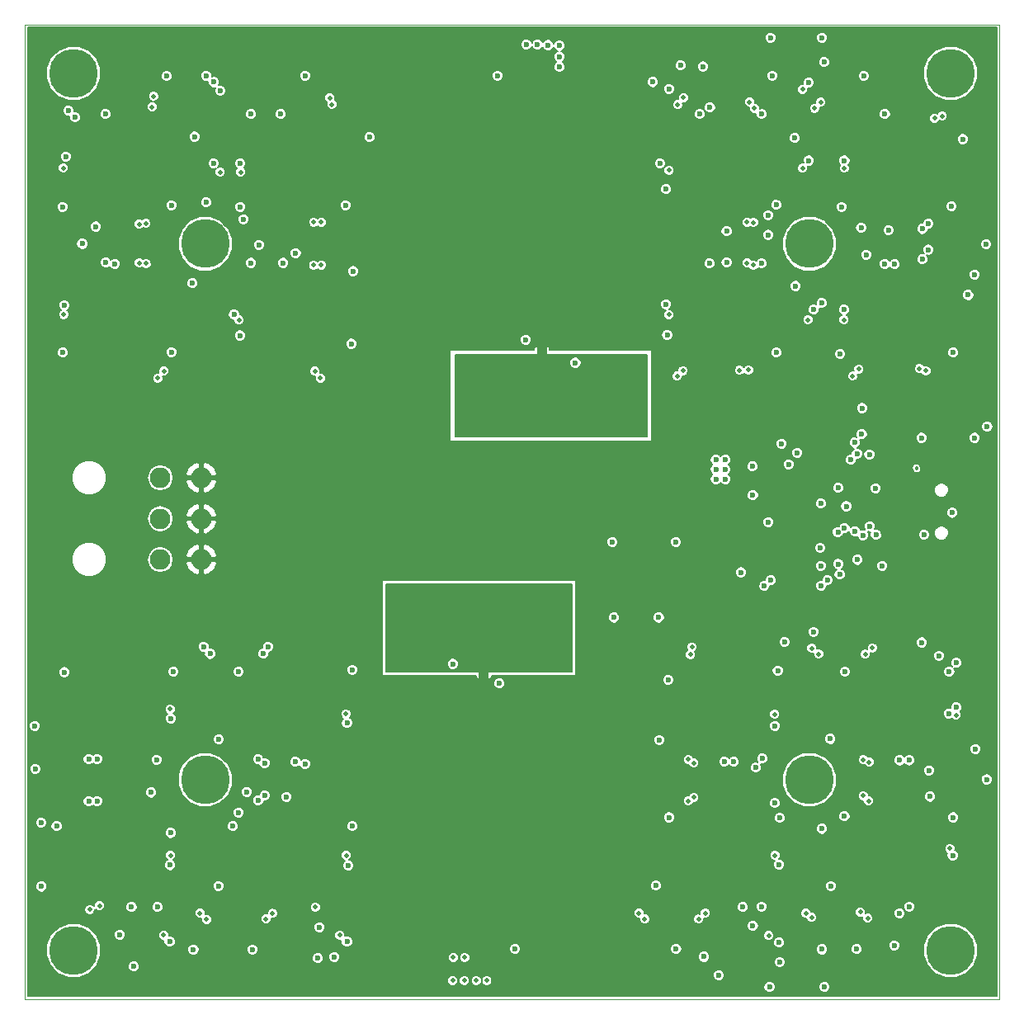
<source format=gbl>
G04 (created by PCBNEW (2013-mar-13)-testing) date Tue 16 Jul 2013 04:59:24 AM ICT*
%MOIN*%
G04 Gerber Fmt 3.4, Leading zero omitted, Abs format*
%FSLAX34Y34*%
G01*
G70*
G90*
G04 APERTURE LIST*
%ADD10C,0.00393701*%
%ADD11C,0.19685*%
%ADD12R,0.0393701X0.0393701*%
%ADD13O,0.0826X0.0826*%
%ADD14C,0.023622*%
%ADD15C,0.019685*%
%ADD16C,0.011811*%
%ADD17C,0.00787402*%
G04 APERTURE END LIST*
G54D10*
X38779Y-61023D02*
X78149Y-61023D01*
X78149Y-61023D02*
X78149Y-21653D01*
X78149Y-21653D02*
X38779Y-21653D01*
X38779Y-21653D02*
X38779Y-61023D01*
G54D11*
X46062Y-30511D03*
G54D12*
X59665Y-34970D03*
X59665Y-34773D03*
X57322Y-47982D03*
X57322Y-47785D03*
G54D11*
X40748Y-23622D03*
X40748Y-59055D03*
X46062Y-52165D03*
X70472Y-52165D03*
X76181Y-59055D03*
X76181Y-23622D03*
X70472Y-30511D03*
G54D13*
X44252Y-43267D03*
X44252Y-41614D03*
X44252Y-39961D03*
X45904Y-39961D03*
X45904Y-41614D03*
X45904Y-43267D03*
G54D14*
X62578Y-45610D03*
X64389Y-45610D03*
X57952Y-48267D03*
X56062Y-47480D03*
X59015Y-34389D03*
X61023Y-35314D03*
X62519Y-42559D03*
X65078Y-42559D03*
G54D15*
X59665Y-35393D03*
X59665Y-35098D03*
X60039Y-35393D03*
X59291Y-35393D03*
X60039Y-35098D03*
X59311Y-35098D03*
X57437Y-36828D03*
X59484Y-36946D03*
X57342Y-47323D03*
X57342Y-47618D03*
X57716Y-47618D03*
X56968Y-47618D03*
X57716Y-47322D03*
X56988Y-47322D03*
X57688Y-45578D03*
X59641Y-45804D03*
G54D14*
X65266Y-23307D03*
X72559Y-29862D03*
X72667Y-23730D03*
X50098Y-23720D03*
X47608Y-29517D03*
X41653Y-29812D03*
X44507Y-23740D03*
X57874Y-23724D03*
X68976Y-23724D03*
X46102Y-23720D03*
X46102Y-28838D03*
X68809Y-29350D03*
X69074Y-53100D03*
X72381Y-59005D03*
X65088Y-58996D03*
X75344Y-52844D03*
X43877Y-52677D03*
X51278Y-59320D03*
X45590Y-59025D03*
X58582Y-58995D03*
X47972Y-59015D03*
X70984Y-59011D03*
X70984Y-54143D03*
X47421Y-53484D03*
X73523Y-31318D03*
X49212Y-31279D03*
X49114Y-25275D03*
X68543Y-31299D03*
X66437Y-31299D03*
X42047Y-31259D03*
X42027Y-25275D03*
X47913Y-25275D03*
X47913Y-31279D03*
X68169Y-39507D03*
X68543Y-25275D03*
X73523Y-25275D03*
X66043Y-25275D03*
X68188Y-40669D03*
X44094Y-51358D03*
X67421Y-51437D03*
X74507Y-51377D03*
X50098Y-51515D03*
G54D15*
X50511Y-57303D03*
G54D14*
X43090Y-57303D03*
X68562Y-51299D03*
X68543Y-57283D03*
X74507Y-57283D03*
X67785Y-57303D03*
X44129Y-57307D03*
X68818Y-41751D03*
X71624Y-42155D03*
G54D15*
X73011Y-46830D03*
X70570Y-46850D03*
X70326Y-57559D03*
X66271Y-57549D03*
X72724Y-47090D03*
X70846Y-47086D03*
X70561Y-57724D03*
X66003Y-57793D03*
X72889Y-51448D03*
X72866Y-53019D03*
X72645Y-52807D03*
X72641Y-51358D03*
X65807Y-52870D03*
X65807Y-51484D03*
X65580Y-51338D03*
X65578Y-53015D03*
X48789Y-57559D03*
X63582Y-57549D03*
X65728Y-46801D03*
X48523Y-57785D03*
X63818Y-57795D03*
X65669Y-47106D03*
G54D14*
X48602Y-46781D03*
X46003Y-46781D03*
G54D15*
X45856Y-57549D03*
X41791Y-57253D03*
X41407Y-57401D03*
X46122Y-57805D03*
G54D14*
X46259Y-47076D03*
X48415Y-47066D03*
X48464Y-51486D03*
X48464Y-52795D03*
X48198Y-53001D03*
X48198Y-51328D03*
X41692Y-51318D03*
X41692Y-53021D03*
X41358Y-53021D03*
X41358Y-51318D03*
G54D15*
X50492Y-35657D03*
X44393Y-35645D03*
X43980Y-24555D03*
X50716Y-35937D03*
X44145Y-35937D03*
X43917Y-24984D03*
X65381Y-24610D03*
X65374Y-35633D03*
X67645Y-35625D03*
X51098Y-24618D03*
X65149Y-24889D03*
X65127Y-35860D03*
X68011Y-35606D03*
X51181Y-24881D03*
X43405Y-31287D03*
X43397Y-29716D03*
X43677Y-31311D03*
X43673Y-29688D03*
X50440Y-31374D03*
X50444Y-29633D03*
X50751Y-29641D03*
X50751Y-31366D03*
X68051Y-24779D03*
X70935Y-24789D03*
X72468Y-35570D03*
X74909Y-35561D03*
X75177Y-35637D03*
X72214Y-35856D03*
X70679Y-25033D03*
X68248Y-25043D03*
G54D14*
X72913Y-41919D03*
X76240Y-41377D03*
G54D15*
X75836Y-25354D03*
G54D14*
X73159Y-42273D03*
X75098Y-42263D03*
G54D15*
X75531Y-25437D03*
X67952Y-29641D03*
X67952Y-31283D03*
X68212Y-29645D03*
X68208Y-31370D03*
G54D14*
X75031Y-31133D03*
X75031Y-29909D03*
X75275Y-30748D03*
X75283Y-29696D03*
X72637Y-42283D03*
X71643Y-43445D03*
G54D15*
X72824Y-57755D03*
G54D14*
X72411Y-43277D03*
G54D15*
X72529Y-57507D03*
G54D14*
X72391Y-38986D03*
X69350Y-38582D03*
X69980Y-38956D03*
X72145Y-39232D03*
X71889Y-41988D03*
X72893Y-39025D03*
X73415Y-43523D03*
X71692Y-43868D03*
X73149Y-40383D03*
X72312Y-42116D03*
X70935Y-43523D03*
X69084Y-49990D03*
X70944Y-44320D03*
X68917Y-44104D03*
X44645Y-55610D03*
X44625Y-58700D03*
X44685Y-49685D03*
X51850Y-55629D03*
X51791Y-58700D03*
X51791Y-49862D03*
X76102Y-49488D03*
X69251Y-55590D03*
X69251Y-58740D03*
X76259Y-55216D03*
X64429Y-27263D03*
X64153Y-23976D03*
X64685Y-32952D03*
X46397Y-27263D03*
X47480Y-27263D03*
X46397Y-23976D03*
X47224Y-33366D03*
X40433Y-26988D03*
X40374Y-32992D03*
X40531Y-25127D03*
X70452Y-23996D03*
X70452Y-27145D03*
X71889Y-27145D03*
X71870Y-33169D03*
X70649Y-33169D03*
X75708Y-47155D03*
X76397Y-49232D03*
G54D15*
X76141Y-54940D03*
X76397Y-49547D03*
G54D14*
X69468Y-46594D03*
X76417Y-47440D03*
X64803Y-24251D03*
X68651Y-44320D03*
X46673Y-24330D03*
G54D15*
X44665Y-55216D03*
X44389Y-58444D03*
X44645Y-49311D03*
X51763Y-55212D03*
X51503Y-58444D03*
X51744Y-49496D03*
X69074Y-55212D03*
X68830Y-58456D03*
X69070Y-49519D03*
X64803Y-27539D03*
X64791Y-33370D03*
X70196Y-24271D03*
X71877Y-27460D03*
X70196Y-27460D03*
X70413Y-33582D03*
X71870Y-33582D03*
X47500Y-27618D03*
X46673Y-27618D03*
X47429Y-33590D03*
X40342Y-33366D03*
X40334Y-27452D03*
G54D14*
X40807Y-25403D03*
X39202Y-51722D03*
X77185Y-50925D03*
X68897Y-22185D03*
X68858Y-60531D03*
X77145Y-38346D03*
X77145Y-31751D03*
X43179Y-59704D03*
X39429Y-53897D03*
X66820Y-60059D03*
X77637Y-52145D03*
X70984Y-22185D03*
X71082Y-60531D03*
X77618Y-30531D03*
X77657Y-37893D03*
X70935Y-41003D03*
X70639Y-46190D03*
X75019Y-46614D03*
X72588Y-38208D03*
X70964Y-32903D03*
X72598Y-37145D03*
X73385Y-44576D03*
X73769Y-44566D03*
X73779Y-44891D03*
X72696Y-44468D03*
X73385Y-44891D03*
X70954Y-40610D03*
G54D15*
X55954Y-43129D03*
X55954Y-42736D03*
X55954Y-42342D03*
X53582Y-43129D03*
X53582Y-42736D03*
X53582Y-42342D03*
X53582Y-41948D03*
X53976Y-41948D03*
X53976Y-42342D03*
X53976Y-42736D03*
X51299Y-43129D03*
X51692Y-43139D03*
X51692Y-42746D03*
X51692Y-42352D03*
X51692Y-41958D03*
X51299Y-41958D03*
X51299Y-42352D03*
X51299Y-42746D03*
X49744Y-43120D03*
X49350Y-43129D03*
X49350Y-42736D03*
X49350Y-42342D03*
X49350Y-41948D03*
X49744Y-41948D03*
X49744Y-42342D03*
X49744Y-42736D03*
G54D14*
X73041Y-60265D03*
X66220Y-60078D03*
X67244Y-59517D03*
X66456Y-22588D03*
X49478Y-59370D03*
X71210Y-44822D03*
X69448Y-44429D03*
X67805Y-45068D03*
X64586Y-45088D03*
X43523Y-59389D03*
X40285Y-50925D03*
X47125Y-32244D03*
X74393Y-36578D03*
X67519Y-24537D03*
X50137Y-24488D03*
X42906Y-24562D03*
G54D15*
X74015Y-55551D03*
X74015Y-55984D03*
X74448Y-55984D03*
X74881Y-55984D03*
X74881Y-55551D03*
X74448Y-55551D03*
X74015Y-55118D03*
X74015Y-55137D03*
X74448Y-54704D03*
X74448Y-54271D03*
X74881Y-54271D03*
X74881Y-54704D03*
X74881Y-55137D03*
X74448Y-55137D03*
X74005Y-54694D03*
X74005Y-54261D03*
X73572Y-54261D03*
X73139Y-54261D03*
X73139Y-54694D03*
X73572Y-54694D03*
X74005Y-55127D03*
X74005Y-55127D03*
X73572Y-55561D03*
X73572Y-55994D03*
X73139Y-55994D03*
X73139Y-55561D03*
X73139Y-55127D03*
X73572Y-55127D03*
X66929Y-55551D03*
X66929Y-55984D03*
X67362Y-55984D03*
X67795Y-55984D03*
X67795Y-55551D03*
X67362Y-55551D03*
X66929Y-55118D03*
X66929Y-55137D03*
X67362Y-54704D03*
X67362Y-54271D03*
X67795Y-54271D03*
X67795Y-54704D03*
X67795Y-55137D03*
X67362Y-55137D03*
X66919Y-54694D03*
X66919Y-54261D03*
X66486Y-54261D03*
X66053Y-54261D03*
X66053Y-54694D03*
X66486Y-54694D03*
X66919Y-55127D03*
X66919Y-55127D03*
X66486Y-55561D03*
X66486Y-55994D03*
X66053Y-55994D03*
X66053Y-55561D03*
X66053Y-55127D03*
X66486Y-55127D03*
X74015Y-49645D03*
X74015Y-50078D03*
X74448Y-50078D03*
X74881Y-50078D03*
X74881Y-49645D03*
X74448Y-49645D03*
X74015Y-49212D03*
X74015Y-49232D03*
X74448Y-48799D03*
X74448Y-48366D03*
X74881Y-48366D03*
X74881Y-48799D03*
X74881Y-49232D03*
X74448Y-49232D03*
X74005Y-48789D03*
X74005Y-48356D03*
X73572Y-48356D03*
X73139Y-48356D03*
X73139Y-48789D03*
X73572Y-48789D03*
X74005Y-49222D03*
X74005Y-49222D03*
X73572Y-49655D03*
X73572Y-50088D03*
X73139Y-50088D03*
X73139Y-49655D03*
X73139Y-49222D03*
X73572Y-49222D03*
X66486Y-49222D03*
X66053Y-49222D03*
X66053Y-49655D03*
X66053Y-50088D03*
X66486Y-50088D03*
X66486Y-49655D03*
X66919Y-49222D03*
X66919Y-49222D03*
X66486Y-48789D03*
X66053Y-48789D03*
X66053Y-48356D03*
X66486Y-48356D03*
X66919Y-48356D03*
X66919Y-48789D03*
X67362Y-49232D03*
X67795Y-49232D03*
X67795Y-48799D03*
X67795Y-48366D03*
X67362Y-48366D03*
X67362Y-48799D03*
X66929Y-49232D03*
X66929Y-49212D03*
X67362Y-49645D03*
X67795Y-49645D03*
X67795Y-50078D03*
X67362Y-50078D03*
X66929Y-50078D03*
X66929Y-49645D03*
X49163Y-55127D03*
X48730Y-55127D03*
X48730Y-55561D03*
X48730Y-55994D03*
X49163Y-55994D03*
X49163Y-55561D03*
X49596Y-55127D03*
X49596Y-55127D03*
X49163Y-54694D03*
X48730Y-54694D03*
X48730Y-54261D03*
X49163Y-54261D03*
X49596Y-54261D03*
X49596Y-54694D03*
X50039Y-55137D03*
X50472Y-55137D03*
X50472Y-54704D03*
X50472Y-54271D03*
X50039Y-54271D03*
X50039Y-54704D03*
X49606Y-55137D03*
X49606Y-55118D03*
X50039Y-55551D03*
X50472Y-55551D03*
X50472Y-55984D03*
X50039Y-55984D03*
X49606Y-55984D03*
X49606Y-55551D03*
X49163Y-49222D03*
X48730Y-49222D03*
X48730Y-49655D03*
X48730Y-50088D03*
X49163Y-50088D03*
X49163Y-49655D03*
X49596Y-49222D03*
X49596Y-49222D03*
X49163Y-48789D03*
X48730Y-48789D03*
X48730Y-48356D03*
X49163Y-48356D03*
X49596Y-48356D03*
X49596Y-48789D03*
X50039Y-49232D03*
X50472Y-49232D03*
X50472Y-48799D03*
X50472Y-48366D03*
X50039Y-48366D03*
X50039Y-48799D03*
X49606Y-49232D03*
X49606Y-49212D03*
X50039Y-49645D03*
X50472Y-49645D03*
X50472Y-50078D03*
X50039Y-50078D03*
X49606Y-50078D03*
X49606Y-49645D03*
X42076Y-55127D03*
X41643Y-55127D03*
X41643Y-55561D03*
X41643Y-55994D03*
X42076Y-55994D03*
X42076Y-55561D03*
X42509Y-55127D03*
X42509Y-55127D03*
X42076Y-54694D03*
X41643Y-54694D03*
X41643Y-54261D03*
X42076Y-54261D03*
X42509Y-54261D03*
X42509Y-54694D03*
X42952Y-55137D03*
X43385Y-55137D03*
X43385Y-54704D03*
X43385Y-54271D03*
X42952Y-54271D03*
X42952Y-54704D03*
X42519Y-55137D03*
X42519Y-55118D03*
X42952Y-55551D03*
X43385Y-55551D03*
X43385Y-55984D03*
X42952Y-55984D03*
X42519Y-55984D03*
X42519Y-55551D03*
X42519Y-49645D03*
X42519Y-50078D03*
X42952Y-50078D03*
X43385Y-50078D03*
X43385Y-49645D03*
X42952Y-49645D03*
X42519Y-49212D03*
X42519Y-49232D03*
X42952Y-48799D03*
X42952Y-48366D03*
X43385Y-48366D03*
X43385Y-48799D03*
X43385Y-49232D03*
X42952Y-49232D03*
X42509Y-48789D03*
X42509Y-48356D03*
X42076Y-48356D03*
X41643Y-48356D03*
X41643Y-48789D03*
X42076Y-48789D03*
X42509Y-49222D03*
X42509Y-49222D03*
X42076Y-49655D03*
X42076Y-50088D03*
X41643Y-50088D03*
X41643Y-49655D03*
X41643Y-49222D03*
X42076Y-49222D03*
X74458Y-33454D03*
X74891Y-33454D03*
X74891Y-33021D03*
X74891Y-32588D03*
X74458Y-32588D03*
X74458Y-33021D03*
X74025Y-33454D03*
X74025Y-33454D03*
X74458Y-33887D03*
X74891Y-33887D03*
X74891Y-34320D03*
X74458Y-34320D03*
X74025Y-34320D03*
X74025Y-33887D03*
X73582Y-33444D03*
X73149Y-33444D03*
X73149Y-33877D03*
X73149Y-34311D03*
X73582Y-34311D03*
X73582Y-33877D03*
X74015Y-33444D03*
X74015Y-33464D03*
X73582Y-33031D03*
X73149Y-33031D03*
X73149Y-32598D03*
X73582Y-32598D03*
X74015Y-32598D03*
X74015Y-33031D03*
X67372Y-33454D03*
X67805Y-33454D03*
X67805Y-33021D03*
X67805Y-32588D03*
X67372Y-32588D03*
X67372Y-33021D03*
X66938Y-33454D03*
X66938Y-33454D03*
X67372Y-33887D03*
X67805Y-33887D03*
X67805Y-34320D03*
X67372Y-34320D03*
X66938Y-34320D03*
X66938Y-33887D03*
X66496Y-33444D03*
X66062Y-33444D03*
X66062Y-33877D03*
X66062Y-34311D03*
X66496Y-34311D03*
X66496Y-33877D03*
X66929Y-33444D03*
X66929Y-33464D03*
X66496Y-33031D03*
X66062Y-33031D03*
X66062Y-32598D03*
X66496Y-32598D03*
X66929Y-32598D03*
X66929Y-33031D03*
X74458Y-27549D03*
X74891Y-27549D03*
X74891Y-27116D03*
X74891Y-26683D03*
X74458Y-26683D03*
X74458Y-27116D03*
X74025Y-27549D03*
X74025Y-27549D03*
X74458Y-27982D03*
X74891Y-27982D03*
X74891Y-28415D03*
X74458Y-28415D03*
X74025Y-28415D03*
X74025Y-27982D03*
X73582Y-27539D03*
X73149Y-27539D03*
X73149Y-27972D03*
X73149Y-28405D03*
X73582Y-28405D03*
X73582Y-27972D03*
X74015Y-27539D03*
X74015Y-27559D03*
X73582Y-27125D03*
X73149Y-27125D03*
X73149Y-26692D03*
X73582Y-26692D03*
X74015Y-26692D03*
X74015Y-27125D03*
X66929Y-27125D03*
X66929Y-26692D03*
X66496Y-26692D03*
X66062Y-26692D03*
X66062Y-27125D03*
X66496Y-27125D03*
X66929Y-27559D03*
X66929Y-27539D03*
X66496Y-27972D03*
X66496Y-28405D03*
X66062Y-28405D03*
X66062Y-27972D03*
X66062Y-27539D03*
X66496Y-27539D03*
X66938Y-27982D03*
X66938Y-28415D03*
X67372Y-28415D03*
X67805Y-28415D03*
X67805Y-27982D03*
X67372Y-27982D03*
X66938Y-27549D03*
X66938Y-27549D03*
X67372Y-27116D03*
X67372Y-26683D03*
X67805Y-26683D03*
X67805Y-27116D03*
X67805Y-27549D03*
X67372Y-27549D03*
X49606Y-33031D03*
X49606Y-32598D03*
X49173Y-32598D03*
X48740Y-32598D03*
X48740Y-33031D03*
X49173Y-33031D03*
X49606Y-33464D03*
X49606Y-33444D03*
X49173Y-33877D03*
X49173Y-34311D03*
X48740Y-34311D03*
X48740Y-33877D03*
X48740Y-33444D03*
X49173Y-33444D03*
X49616Y-33887D03*
X49616Y-34320D03*
X50049Y-34320D03*
X50482Y-34320D03*
X50482Y-33887D03*
X50049Y-33887D03*
X49616Y-33454D03*
X49616Y-33454D03*
X50049Y-33021D03*
X50049Y-32588D03*
X50482Y-32588D03*
X50482Y-33021D03*
X50482Y-33454D03*
X50049Y-33454D03*
X42519Y-33031D03*
X42519Y-32598D03*
X42086Y-32598D03*
X41653Y-32598D03*
X41653Y-33031D03*
X42086Y-33031D03*
X42519Y-33464D03*
X42519Y-33444D03*
X42086Y-33877D03*
X42086Y-34311D03*
X41653Y-34311D03*
X41653Y-33877D03*
X41653Y-33444D03*
X42086Y-33444D03*
X42529Y-33887D03*
X42529Y-34320D03*
X42962Y-34320D03*
X43395Y-34320D03*
X43395Y-33887D03*
X42962Y-33887D03*
X42529Y-33454D03*
X42529Y-33454D03*
X42962Y-33021D03*
X42962Y-32588D03*
X43395Y-32588D03*
X43395Y-33021D03*
X43395Y-33454D03*
X42962Y-33454D03*
X49606Y-27125D03*
X49606Y-26692D03*
X49173Y-26692D03*
X48740Y-26692D03*
X48740Y-27125D03*
X49173Y-27125D03*
X49606Y-27559D03*
X49606Y-27539D03*
X49173Y-27972D03*
X49173Y-28405D03*
X48740Y-28405D03*
X48740Y-27972D03*
X48740Y-27539D03*
X49173Y-27539D03*
X49616Y-27982D03*
X49616Y-28415D03*
X50049Y-28415D03*
X50482Y-28415D03*
X50482Y-27982D03*
X50049Y-27982D03*
X49616Y-27549D03*
X49616Y-27549D03*
X50049Y-27116D03*
X50049Y-26683D03*
X50482Y-26683D03*
X50482Y-27116D03*
X50482Y-27549D03*
X50049Y-27549D03*
X42962Y-27549D03*
X43395Y-27549D03*
X43395Y-27116D03*
X43395Y-26683D03*
X42962Y-26683D03*
X42962Y-27116D03*
X42529Y-27549D03*
X42529Y-27549D03*
X42962Y-27982D03*
X43395Y-27982D03*
X43395Y-28415D03*
X42962Y-28415D03*
X42529Y-28415D03*
X42529Y-27982D03*
X42086Y-27539D03*
X41653Y-27539D03*
X41653Y-27972D03*
X41653Y-28405D03*
X42086Y-28405D03*
X42086Y-27972D03*
X42519Y-27539D03*
X42519Y-27559D03*
X42086Y-27125D03*
X41653Y-27125D03*
X41653Y-26692D03*
X42086Y-26692D03*
X42519Y-26692D03*
X42519Y-27125D03*
G54D14*
X62913Y-22145D03*
X66850Y-22145D03*
X77204Y-24862D03*
X76417Y-56318D03*
X77342Y-57480D03*
X74783Y-60098D03*
X42194Y-58070D03*
X53267Y-60570D03*
X49330Y-60570D03*
X45393Y-60570D03*
X41456Y-60570D03*
X73614Y-58122D03*
G54D15*
X58937Y-60216D03*
X59409Y-60216D03*
X59881Y-60216D03*
X60354Y-60216D03*
G54D14*
X65078Y-60570D03*
X61141Y-60570D03*
X68031Y-42322D03*
X67362Y-42992D03*
X66535Y-43759D03*
X65433Y-43799D03*
X64566Y-43996D03*
X68110Y-37775D03*
X66535Y-37775D03*
X64566Y-37775D03*
X63700Y-44350D03*
X63700Y-46318D03*
X63700Y-48287D03*
X63700Y-51043D03*
X63070Y-51574D03*
X59448Y-49625D03*
X59842Y-49625D03*
X60236Y-49625D03*
X60629Y-49625D03*
X61023Y-49625D03*
X61417Y-49625D03*
X61811Y-49625D03*
X59055Y-51555D03*
X57165Y-51555D03*
X54133Y-51082D03*
X54133Y-49507D03*
X54133Y-48326D03*
G54D15*
X74551Y-24598D03*
G54D14*
X73070Y-22972D03*
X56614Y-22539D03*
X56141Y-22539D03*
X57086Y-22539D03*
X57559Y-22539D03*
X43425Y-22145D03*
X47362Y-22145D03*
X51299Y-22145D03*
X55236Y-22145D03*
X57559Y-33110D03*
X57165Y-33110D03*
X56771Y-33110D03*
X56377Y-33110D03*
X55984Y-33110D03*
X55590Y-33110D03*
X55196Y-33110D03*
X63307Y-31377D03*
X63307Y-32952D03*
X63307Y-34704D03*
X61988Y-34704D03*
X58031Y-31082D03*
X59881Y-31082D03*
X53661Y-36732D03*
X52992Y-36732D03*
X52992Y-34960D03*
X52992Y-32992D03*
X52992Y-31023D03*
X54133Y-30984D03*
G54D15*
X48188Y-45098D03*
X48582Y-45098D03*
X48976Y-45098D03*
X49370Y-45098D03*
X49763Y-45098D03*
X52125Y-45098D03*
X51732Y-45098D03*
X51338Y-45098D03*
X50944Y-45098D03*
X50551Y-45098D03*
X50157Y-45098D03*
X53976Y-43129D03*
X55954Y-41948D03*
X55561Y-41948D03*
X55561Y-42342D03*
X55561Y-42736D03*
X55561Y-43129D03*
G54D14*
X66948Y-52282D03*
X71830Y-56318D03*
X76377Y-32007D03*
G54D15*
X50141Y-36555D03*
X66653Y-58055D03*
G54D14*
X39823Y-34291D03*
X76181Y-26338D03*
X39940Y-56318D03*
X43287Y-46181D03*
X45610Y-50295D03*
X45294Y-48366D03*
X46969Y-28405D03*
X39804Y-28385D03*
X76692Y-28366D03*
X67775Y-46141D03*
X64763Y-47618D03*
X69783Y-48385D03*
X66397Y-46141D03*
X64763Y-56338D03*
X64292Y-54271D03*
X69842Y-54271D03*
X76790Y-34291D03*
X76790Y-54271D03*
X73956Y-52302D03*
X74547Y-46141D03*
X73405Y-46102D03*
X71811Y-50413D03*
X71201Y-34311D03*
X76712Y-48366D03*
X76643Y-50177D03*
X71260Y-28385D03*
X71092Y-32312D03*
X71456Y-25984D03*
X73917Y-30433D03*
X66830Y-30355D03*
X67263Y-36480D03*
X69448Y-32204D03*
X66141Y-36456D03*
X73188Y-36437D03*
X52204Y-26299D03*
X43208Y-36535D03*
X48799Y-36515D03*
X45059Y-32204D03*
X41771Y-36515D03*
X64232Y-34822D03*
X69409Y-26299D03*
X64173Y-28917D03*
X52706Y-56013D03*
X45078Y-56082D03*
X52480Y-48405D03*
X49350Y-46161D03*
X49625Y-52361D03*
X51889Y-53524D03*
X44655Y-53316D03*
X42539Y-52184D03*
X51535Y-32263D03*
X46948Y-34803D03*
X49448Y-30432D03*
X42519Y-30392D03*
X68937Y-23169D03*
X62224Y-33169D03*
X62224Y-33562D03*
X62224Y-33956D03*
X62224Y-34350D03*
X63425Y-41968D03*
X63425Y-41574D03*
X63425Y-41181D03*
X55118Y-49507D03*
X55118Y-49114D03*
X55118Y-48720D03*
X55118Y-48326D03*
X66496Y-38543D03*
X66102Y-38543D03*
X65708Y-38543D03*
X65314Y-38543D03*
G54D15*
X65098Y-41751D03*
X64744Y-41751D03*
X65098Y-41417D03*
X64744Y-41417D03*
G54D14*
X68543Y-40078D03*
X47342Y-56534D03*
X41948Y-46161D03*
X47342Y-50629D03*
X52568Y-50403D03*
X69793Y-50442D03*
X69812Y-56505D03*
X69566Y-28346D03*
X64468Y-25905D03*
X69625Y-34271D03*
X64153Y-32047D03*
X51850Y-34034D03*
X52224Y-28385D03*
X45196Y-34271D03*
X45137Y-26299D03*
X45216Y-28366D03*
X47106Y-26574D03*
X39458Y-32234D03*
X40039Y-26318D03*
X46909Y-48405D03*
X71397Y-54330D03*
X47322Y-54546D03*
X40196Y-54546D03*
X39881Y-48405D03*
X71417Y-48385D03*
X71958Y-41112D03*
X71633Y-40374D03*
X42421Y-31318D03*
X41092Y-30511D03*
X49723Y-30885D03*
X48238Y-30551D03*
X50679Y-58120D03*
X50620Y-59370D03*
X42618Y-58425D03*
X47746Y-52658D03*
X49350Y-52854D03*
X49704Y-51437D03*
X66456Y-25000D03*
X66171Y-23346D03*
X67125Y-31259D03*
X67125Y-30000D03*
X68809Y-30147D03*
X72765Y-30954D03*
X73917Y-31338D03*
X73661Y-29960D03*
X68306Y-51673D03*
X67027Y-51427D03*
X75305Y-51791D03*
X74114Y-51377D03*
X66220Y-59311D03*
X68188Y-58061D03*
X74114Y-57559D03*
X73897Y-58858D03*
X70905Y-42795D03*
X69635Y-39419D03*
X69133Y-34901D03*
X71200Y-44094D03*
X67706Y-43780D03*
X76279Y-34901D03*
X39183Y-49990D03*
G54D15*
X57440Y-60275D03*
X57007Y-60275D03*
X56535Y-60275D03*
X56062Y-60275D03*
X56082Y-59340D03*
X56545Y-59340D03*
G54D14*
X60374Y-23366D03*
X60374Y-22952D03*
X60374Y-22500D03*
X59921Y-22480D03*
X59488Y-22460D03*
X59035Y-22460D03*
X76663Y-26279D03*
X47480Y-29015D03*
X40314Y-34901D03*
X64409Y-50551D03*
X64763Y-48129D03*
X69192Y-47755D03*
X64271Y-56437D03*
X64803Y-53681D03*
X69271Y-53700D03*
X71338Y-56456D03*
X76279Y-53681D03*
X71889Y-53641D03*
X71318Y-50511D03*
X71712Y-34960D03*
X76122Y-47795D03*
X71909Y-47795D03*
X71771Y-29015D03*
X76889Y-32578D03*
X76220Y-28996D03*
X69911Y-32214D03*
X64724Y-34192D03*
X69881Y-26240D03*
X69133Y-28937D03*
X64685Y-28307D03*
X52007Y-47716D03*
X46614Y-50531D03*
X47421Y-47795D03*
X46594Y-56456D03*
X52007Y-54035D03*
X47185Y-54035D03*
X44665Y-54311D03*
X39448Y-56476D03*
X40059Y-54035D03*
X40374Y-47814D03*
X44783Y-47795D03*
X52027Y-31614D03*
X51968Y-34547D03*
X47460Y-34212D03*
X45551Y-32106D03*
X52696Y-26200D03*
X45629Y-26181D03*
X40295Y-29015D03*
X72303Y-38543D03*
X67086Y-40019D03*
X66692Y-40019D03*
X66692Y-39625D03*
X67086Y-39625D03*
X67086Y-39232D03*
X66692Y-39232D03*
X75000Y-38346D03*
X51732Y-28956D03*
X44704Y-34881D03*
X44704Y-28956D03*
X69271Y-59527D03*
X71062Y-23169D03*
G54D16*
X74793Y-39577D02*
X74803Y-39587D01*
X74793Y-39557D02*
X74793Y-39577D01*
X73385Y-44891D02*
X73779Y-44891D01*
X73385Y-44576D02*
X73474Y-44566D01*
X73474Y-44566D02*
X73769Y-44566D01*
X55561Y-42342D02*
X55561Y-41948D01*
X55561Y-43129D02*
X55561Y-42736D01*
X53582Y-42736D02*
X53582Y-43129D01*
X53582Y-41948D02*
X53582Y-42342D01*
X53976Y-42342D02*
X53976Y-41948D01*
X53976Y-43129D02*
X53976Y-42736D01*
X51299Y-43129D02*
X51299Y-42746D01*
X51692Y-42746D02*
X51692Y-43139D01*
X51692Y-41958D02*
X51692Y-42352D01*
X51299Y-42352D02*
X51299Y-41958D01*
X49744Y-43120D02*
X49744Y-42736D01*
X49350Y-42736D02*
X49350Y-43129D01*
X49350Y-41948D02*
X49350Y-42342D01*
X49744Y-42342D02*
X49744Y-41948D01*
X71092Y-45039D02*
X71092Y-45029D01*
X71210Y-44842D02*
X71210Y-44822D01*
X71092Y-45029D02*
X71210Y-44842D01*
X69448Y-44429D02*
X69448Y-44419D01*
X67805Y-45068D02*
X71092Y-45039D01*
X71092Y-45039D02*
X71082Y-45039D01*
X40305Y-50954D02*
X40305Y-50944D01*
X40305Y-50944D02*
X40285Y-50925D01*
X74015Y-55551D02*
X74015Y-55118D01*
X74015Y-55984D02*
X74448Y-55984D01*
X74881Y-55984D02*
X74881Y-55551D01*
X74881Y-54271D02*
X74448Y-54271D01*
X74881Y-55137D02*
X74881Y-54704D01*
X74448Y-55137D02*
X74015Y-55137D01*
X74005Y-54694D02*
X74005Y-55127D01*
X74005Y-54261D02*
X73572Y-54261D01*
X73139Y-54261D02*
X73139Y-54694D01*
X73139Y-55994D02*
X73572Y-55994D01*
X73139Y-55127D02*
X73139Y-55561D01*
X73572Y-55127D02*
X74005Y-55127D01*
X66929Y-55551D02*
X66929Y-55118D01*
X66929Y-55984D02*
X67362Y-55984D01*
X67795Y-55984D02*
X67795Y-55551D01*
X67795Y-54271D02*
X67362Y-54271D01*
X67795Y-55137D02*
X67795Y-54704D01*
X67362Y-55137D02*
X66929Y-55137D01*
X66919Y-54694D02*
X66919Y-55127D01*
X66919Y-54261D02*
X66486Y-54261D01*
X66053Y-54261D02*
X66053Y-54694D01*
X66053Y-55994D02*
X66486Y-55994D01*
X66053Y-55127D02*
X66053Y-55561D01*
X66486Y-55127D02*
X66919Y-55127D01*
X74015Y-49645D02*
X74015Y-49212D01*
X74015Y-50078D02*
X74448Y-50078D01*
X74881Y-50078D02*
X74881Y-49645D01*
X74881Y-48366D02*
X74448Y-48366D01*
X74881Y-49232D02*
X74881Y-48799D01*
X74448Y-49232D02*
X74015Y-49232D01*
X74005Y-48789D02*
X74005Y-49222D01*
X74005Y-48356D02*
X73572Y-48356D01*
X73139Y-48356D02*
X73139Y-48789D01*
X73139Y-50088D02*
X73572Y-50088D01*
X73139Y-49222D02*
X73139Y-49655D01*
X73572Y-49222D02*
X74005Y-49222D01*
X66486Y-49222D02*
X66919Y-49222D01*
X66053Y-49222D02*
X66053Y-49655D01*
X66053Y-50088D02*
X66486Y-50088D01*
X66053Y-48356D02*
X66053Y-48789D01*
X66919Y-48356D02*
X66486Y-48356D01*
X66919Y-48789D02*
X66919Y-49222D01*
X67362Y-49232D02*
X66929Y-49232D01*
X67795Y-49232D02*
X67795Y-48799D01*
X67795Y-48366D02*
X67362Y-48366D01*
X67795Y-50078D02*
X67795Y-49645D01*
X66929Y-50078D02*
X67362Y-50078D01*
X66929Y-49645D02*
X66929Y-49212D01*
X49163Y-55127D02*
X49596Y-55127D01*
X48730Y-55127D02*
X48730Y-55561D01*
X48730Y-55994D02*
X49163Y-55994D01*
X48730Y-54261D02*
X48730Y-54694D01*
X49596Y-54261D02*
X49163Y-54261D01*
X49596Y-54694D02*
X49596Y-55127D01*
X50039Y-55137D02*
X49606Y-55137D01*
X50472Y-55137D02*
X50472Y-54704D01*
X50472Y-54271D02*
X50039Y-54271D01*
X50472Y-55984D02*
X50472Y-55551D01*
X49606Y-55984D02*
X50039Y-55984D01*
X49606Y-55551D02*
X49606Y-55118D01*
X49163Y-49222D02*
X49596Y-49222D01*
X48730Y-49222D02*
X48730Y-49655D01*
X48730Y-50088D02*
X49163Y-50088D01*
X48730Y-48356D02*
X48730Y-48789D01*
X49596Y-48356D02*
X49163Y-48356D01*
X49596Y-48789D02*
X49596Y-49222D01*
X50039Y-49232D02*
X49606Y-49232D01*
X50472Y-49232D02*
X50472Y-48799D01*
X50472Y-48366D02*
X50039Y-48366D01*
X50472Y-50078D02*
X50472Y-49645D01*
X49606Y-50078D02*
X50039Y-50078D01*
X49606Y-49645D02*
X49606Y-49212D01*
X42076Y-55127D02*
X42509Y-55127D01*
X41643Y-55127D02*
X41643Y-55561D01*
X41643Y-55994D02*
X42076Y-55994D01*
X41643Y-54261D02*
X41643Y-54694D01*
X42509Y-54261D02*
X42076Y-54261D01*
X42509Y-54694D02*
X42509Y-55127D01*
X42952Y-55137D02*
X42519Y-55137D01*
X43385Y-55137D02*
X43385Y-54704D01*
X43385Y-54271D02*
X42952Y-54271D01*
X43385Y-55984D02*
X43385Y-55551D01*
X42519Y-55984D02*
X42952Y-55984D01*
X42519Y-55551D02*
X42519Y-55118D01*
X42519Y-49645D02*
X42519Y-49212D01*
X42519Y-50078D02*
X42952Y-50078D01*
X43385Y-50078D02*
X43385Y-49645D01*
X43385Y-48366D02*
X42952Y-48366D01*
X43385Y-49232D02*
X43385Y-48799D01*
X42952Y-49232D02*
X42519Y-49232D01*
X42509Y-48789D02*
X42509Y-49222D01*
X42509Y-48356D02*
X42076Y-48356D01*
X41643Y-48356D02*
X41643Y-48789D01*
X41643Y-50088D02*
X42076Y-50088D01*
X41643Y-49222D02*
X41643Y-49655D01*
X42076Y-49222D02*
X42509Y-49222D01*
X74458Y-33454D02*
X74025Y-33454D01*
X74891Y-33454D02*
X74891Y-33021D01*
X74891Y-32588D02*
X74458Y-32588D01*
X74891Y-34320D02*
X74891Y-33887D01*
X74025Y-34320D02*
X74458Y-34320D01*
X74025Y-33887D02*
X74025Y-33454D01*
X73582Y-33444D02*
X74015Y-33444D01*
X73149Y-33444D02*
X73149Y-33877D01*
X73149Y-34311D02*
X73582Y-34311D01*
X73149Y-32598D02*
X73149Y-33031D01*
X74015Y-32598D02*
X73582Y-32598D01*
X74015Y-33031D02*
X74015Y-33464D01*
X67372Y-33454D02*
X66938Y-33454D01*
X67805Y-33454D02*
X67805Y-33021D01*
X67805Y-32588D02*
X67372Y-32588D01*
X67805Y-34320D02*
X67805Y-33887D01*
X66938Y-34320D02*
X67372Y-34320D01*
X66938Y-33887D02*
X66938Y-33454D01*
X66496Y-33444D02*
X66929Y-33444D01*
X66062Y-33444D02*
X66062Y-33877D01*
X66062Y-34311D02*
X66496Y-34311D01*
X66062Y-32598D02*
X66062Y-33031D01*
X66929Y-32598D02*
X66496Y-32598D01*
X66929Y-33031D02*
X66929Y-33464D01*
X74458Y-27549D02*
X74025Y-27549D01*
X74891Y-27549D02*
X74891Y-27116D01*
X74891Y-26683D02*
X74458Y-26683D01*
X74891Y-28415D02*
X74891Y-27982D01*
X74025Y-28415D02*
X74458Y-28415D01*
X74025Y-27982D02*
X74025Y-27549D01*
X73582Y-27539D02*
X74015Y-27539D01*
X73149Y-27539D02*
X73149Y-27972D01*
X73149Y-28405D02*
X73582Y-28405D01*
X73149Y-26692D02*
X73149Y-27125D01*
X74015Y-26692D02*
X73582Y-26692D01*
X74015Y-27125D02*
X74015Y-27559D01*
X66929Y-27125D02*
X66929Y-27559D01*
X66929Y-26692D02*
X66496Y-26692D01*
X66062Y-26692D02*
X66062Y-27125D01*
X66062Y-28405D02*
X66496Y-28405D01*
X66062Y-27539D02*
X66062Y-27972D01*
X66496Y-27539D02*
X66929Y-27539D01*
X66938Y-27982D02*
X66938Y-27549D01*
X66938Y-28415D02*
X67372Y-28415D01*
X67805Y-28415D02*
X67805Y-27982D01*
X67805Y-26683D02*
X67372Y-26683D01*
X67805Y-27549D02*
X67805Y-27116D01*
X67372Y-27549D02*
X66938Y-27549D01*
X49606Y-33031D02*
X49606Y-33464D01*
X49606Y-32598D02*
X49173Y-32598D01*
X48740Y-32598D02*
X48740Y-33031D01*
X48740Y-34311D02*
X49173Y-34311D01*
X48740Y-33444D02*
X48740Y-33877D01*
X49173Y-33444D02*
X49606Y-33444D01*
X49616Y-33887D02*
X49616Y-33454D01*
X49616Y-34320D02*
X50049Y-34320D01*
X50482Y-34320D02*
X50482Y-33887D01*
X50482Y-32588D02*
X50049Y-32588D01*
X50482Y-33454D02*
X50482Y-33021D01*
X50049Y-33454D02*
X49616Y-33454D01*
X42519Y-33031D02*
X42519Y-33464D01*
X42519Y-32598D02*
X42086Y-32598D01*
X41653Y-32598D02*
X41653Y-33031D01*
X41653Y-34311D02*
X42086Y-34311D01*
X41653Y-33444D02*
X41653Y-33877D01*
X42086Y-33444D02*
X42519Y-33444D01*
X42529Y-33887D02*
X42529Y-33454D01*
X42529Y-34320D02*
X42962Y-34320D01*
X43395Y-34320D02*
X43395Y-33887D01*
X43395Y-32588D02*
X42962Y-32588D01*
X43395Y-33454D02*
X43395Y-33021D01*
X42962Y-33454D02*
X42529Y-33454D01*
X49606Y-27125D02*
X49606Y-27559D01*
X49606Y-26692D02*
X49173Y-26692D01*
X48740Y-26692D02*
X48740Y-27125D01*
X48740Y-28405D02*
X49173Y-28405D01*
X48740Y-27539D02*
X48740Y-27972D01*
X49173Y-27539D02*
X49606Y-27539D01*
X49616Y-27982D02*
X49616Y-27549D01*
X49616Y-28415D02*
X50049Y-28415D01*
X50482Y-28415D02*
X50482Y-27982D01*
X50482Y-26683D02*
X50049Y-26683D01*
X50482Y-27549D02*
X50482Y-27116D01*
X50049Y-27549D02*
X49616Y-27549D01*
X42962Y-27549D02*
X42529Y-27549D01*
X43395Y-27549D02*
X43395Y-27116D01*
X43395Y-26683D02*
X42962Y-26683D01*
X43395Y-28415D02*
X43395Y-27982D01*
X42529Y-28415D02*
X42962Y-28415D01*
X42529Y-27982D02*
X42529Y-27549D01*
X42086Y-27539D02*
X42519Y-27539D01*
X41653Y-27539D02*
X41653Y-27972D01*
X41653Y-28405D02*
X42086Y-28405D01*
X41653Y-26692D02*
X41653Y-27125D01*
X42519Y-26692D02*
X42086Y-26692D01*
X42519Y-27125D02*
X42519Y-27559D01*
X66850Y-22145D02*
X62913Y-22145D01*
X76181Y-26338D02*
X76181Y-25885D01*
X76181Y-25885D02*
X77204Y-24862D01*
X76417Y-56318D02*
X76417Y-56555D01*
X76417Y-56555D02*
X77342Y-57480D01*
X73614Y-58122D02*
X73614Y-58929D01*
X73614Y-58929D02*
X74783Y-60098D01*
X42194Y-58070D02*
X42194Y-59832D01*
X45393Y-60570D02*
X49330Y-60570D01*
X42194Y-59832D02*
X41456Y-60570D01*
X60354Y-60216D02*
X60787Y-60216D01*
X58937Y-60216D02*
X59409Y-60216D01*
X59881Y-60216D02*
X60354Y-60216D01*
X65078Y-60570D02*
X65078Y-60590D01*
X60787Y-60216D02*
X61141Y-60570D01*
X68031Y-42322D02*
X67362Y-42992D01*
X66535Y-43759D02*
X66496Y-43799D01*
X66496Y-43799D02*
X65433Y-43799D01*
X64566Y-43996D02*
X64586Y-44015D01*
X64586Y-44015D02*
X64586Y-45088D01*
X65314Y-38543D02*
X65314Y-38523D01*
X66535Y-37775D02*
X68110Y-37775D01*
X65314Y-38523D02*
X64566Y-37775D01*
X63700Y-48287D02*
X63700Y-46318D01*
X63602Y-51043D02*
X63700Y-51043D01*
X63070Y-51574D02*
X63602Y-51043D01*
X60236Y-49625D02*
X59842Y-49625D01*
X61023Y-49625D02*
X60629Y-49625D01*
X61811Y-49625D02*
X61417Y-49625D01*
X57165Y-51555D02*
X59055Y-51555D01*
X54133Y-48326D02*
X54133Y-49507D01*
X74551Y-24598D02*
X74551Y-24452D01*
X74551Y-24452D02*
X73070Y-22972D01*
X56141Y-22539D02*
X55629Y-22539D01*
X56614Y-22539D02*
X56141Y-22539D01*
X57559Y-22539D02*
X57086Y-22539D01*
X51299Y-22145D02*
X47362Y-22145D01*
X55629Y-22539D02*
X55236Y-22145D01*
X56771Y-33110D02*
X57165Y-33110D01*
X55984Y-33110D02*
X56377Y-33110D01*
X55196Y-33110D02*
X55590Y-33110D01*
X63307Y-32952D02*
X63307Y-31377D01*
X61988Y-34704D02*
X63307Y-34704D01*
X59881Y-31082D02*
X58031Y-31082D01*
X52992Y-36732D02*
X53661Y-36732D01*
X52992Y-32992D02*
X52992Y-34960D01*
X54094Y-31023D02*
X52992Y-31023D01*
X54133Y-30984D02*
X54094Y-31023D01*
X48976Y-45098D02*
X48582Y-45098D01*
X49763Y-45098D02*
X49370Y-45098D01*
X51732Y-45098D02*
X52125Y-45098D01*
X50944Y-45098D02*
X51338Y-45098D01*
X50157Y-45098D02*
X50551Y-45098D01*
X55954Y-42736D02*
X55954Y-43129D01*
X55954Y-41948D02*
X55954Y-42342D01*
X66948Y-52282D02*
X66948Y-52303D01*
X71830Y-56318D02*
X71850Y-56338D01*
X76181Y-26338D02*
X76161Y-26338D01*
X46969Y-28405D02*
X46988Y-28405D01*
X39745Y-28385D02*
X39744Y-28385D01*
X69783Y-48385D02*
X69784Y-48385D01*
X64292Y-54271D02*
X64291Y-54271D01*
X69842Y-54271D02*
X69863Y-54271D01*
X76672Y-34291D02*
X76673Y-34291D01*
X73956Y-52302D02*
X73956Y-52283D01*
X76712Y-48366D02*
X76713Y-48366D01*
X76643Y-50177D02*
X76633Y-50177D01*
X73917Y-30433D02*
X73917Y-30433D01*
X66830Y-30355D02*
X66830Y-30334D01*
X69448Y-32204D02*
X69468Y-32204D01*
X69409Y-26299D02*
X69409Y-26319D01*
X45078Y-56082D02*
X45078Y-56103D01*
X49625Y-52361D02*
X49625Y-52362D01*
X51889Y-53524D02*
X51889Y-53543D01*
X44655Y-53316D02*
X44655Y-53335D01*
X42539Y-52184D02*
X42539Y-52185D01*
X46948Y-34803D02*
X46948Y-34804D01*
X49448Y-30432D02*
X49448Y-30433D01*
X42519Y-30392D02*
X42519Y-30393D01*
X62224Y-33562D02*
X62224Y-33169D01*
X62224Y-34350D02*
X62224Y-33956D01*
X63425Y-41181D02*
X63425Y-41574D01*
X47342Y-56534D02*
X47342Y-56535D01*
X47342Y-50629D02*
X47342Y-50629D01*
X51850Y-34034D02*
X51850Y-34035D01*
X47106Y-26574D02*
X47106Y-26573D01*
X47322Y-54546D02*
X47322Y-54527D01*
X40196Y-54546D02*
X40196Y-54547D01*
X71476Y-48385D02*
X71476Y-48406D01*
G54D10*
G36*
X78031Y-60905D02*
X77893Y-60905D01*
X77893Y-37846D01*
X77857Y-37760D01*
X77854Y-37756D01*
X77854Y-30484D01*
X77818Y-30397D01*
X77752Y-30331D01*
X77665Y-30295D01*
X77571Y-30295D01*
X77484Y-30331D01*
X77417Y-30397D01*
X77381Y-30484D01*
X77381Y-30578D01*
X77417Y-30665D01*
X77484Y-30731D01*
X77570Y-30767D01*
X77664Y-30767D01*
X77751Y-30731D01*
X77818Y-30665D01*
X77854Y-30578D01*
X77854Y-30484D01*
X77854Y-37756D01*
X77791Y-37693D01*
X77704Y-37657D01*
X77610Y-37657D01*
X77523Y-37693D01*
X77457Y-37759D01*
X77421Y-37846D01*
X77421Y-37940D01*
X77457Y-38027D01*
X77523Y-38093D01*
X77610Y-38129D01*
X77704Y-38129D01*
X77791Y-38094D01*
X77857Y-38027D01*
X77893Y-37940D01*
X77893Y-37846D01*
X77893Y-60905D01*
X77874Y-60905D01*
X77874Y-52098D01*
X77838Y-52012D01*
X77771Y-51945D01*
X77684Y-51909D01*
X77591Y-51909D01*
X77504Y-51945D01*
X77437Y-52011D01*
X77421Y-52051D01*
X77421Y-50878D01*
X77385Y-50791D01*
X77381Y-50788D01*
X77381Y-38299D01*
X77381Y-31705D01*
X77346Y-31618D01*
X77283Y-31555D01*
X77283Y-23403D01*
X77116Y-22998D01*
X76806Y-22688D01*
X76401Y-22519D01*
X75962Y-22519D01*
X75557Y-22686D01*
X75247Y-22996D01*
X75078Y-23401D01*
X75078Y-23840D01*
X75246Y-24245D01*
X75555Y-24556D01*
X75960Y-24724D01*
X76399Y-24724D01*
X76804Y-24557D01*
X77115Y-24247D01*
X77283Y-23842D01*
X77283Y-23403D01*
X77283Y-31555D01*
X77279Y-31551D01*
X77192Y-31515D01*
X77098Y-31515D01*
X77012Y-31551D01*
X76945Y-31617D01*
X76909Y-31704D01*
X76909Y-31798D01*
X76945Y-31885D01*
X77011Y-31952D01*
X77098Y-31988D01*
X77192Y-31988D01*
X77279Y-31952D01*
X77345Y-31885D01*
X77381Y-31799D01*
X77381Y-31705D01*
X77381Y-38299D01*
X77346Y-38212D01*
X77279Y-38146D01*
X77192Y-38110D01*
X77126Y-38110D01*
X77126Y-32531D01*
X77090Y-32445D01*
X77023Y-32378D01*
X76936Y-32342D01*
X76899Y-32342D01*
X76899Y-26232D01*
X76863Y-26145D01*
X76797Y-26079D01*
X76710Y-26043D01*
X76616Y-26043D01*
X76529Y-26079D01*
X76463Y-26145D01*
X76427Y-26232D01*
X76427Y-26326D01*
X76463Y-26413D01*
X76529Y-26479D01*
X76616Y-26515D01*
X76710Y-26515D01*
X76797Y-26479D01*
X76863Y-26413D01*
X76899Y-26326D01*
X76899Y-26232D01*
X76899Y-32342D01*
X76842Y-32342D01*
X76756Y-32378D01*
X76689Y-32444D01*
X76653Y-32531D01*
X76653Y-32625D01*
X76689Y-32712D01*
X76755Y-32778D01*
X76842Y-32814D01*
X76936Y-32815D01*
X77023Y-32779D01*
X77089Y-32712D01*
X77125Y-32625D01*
X77126Y-32531D01*
X77126Y-38110D01*
X77098Y-38110D01*
X77012Y-38146D01*
X76945Y-38212D01*
X76909Y-38299D01*
X76909Y-38393D01*
X76945Y-38480D01*
X77011Y-38546D01*
X77098Y-38582D01*
X77192Y-38582D01*
X77279Y-38546D01*
X77345Y-38480D01*
X77381Y-38393D01*
X77381Y-38299D01*
X77381Y-50788D01*
X77319Y-50725D01*
X77232Y-50689D01*
X77138Y-50688D01*
X77051Y-50724D01*
X76984Y-50791D01*
X76948Y-50878D01*
X76948Y-50971D01*
X76984Y-51058D01*
X77051Y-51125D01*
X77137Y-51161D01*
X77231Y-51161D01*
X77318Y-51125D01*
X77385Y-51059D01*
X77421Y-50972D01*
X77421Y-50878D01*
X77421Y-52051D01*
X77401Y-52098D01*
X77401Y-52192D01*
X77437Y-52279D01*
X77503Y-52345D01*
X77590Y-52381D01*
X77684Y-52381D01*
X77771Y-52346D01*
X77837Y-52279D01*
X77873Y-52192D01*
X77874Y-52098D01*
X77874Y-60905D01*
X77283Y-60905D01*
X77283Y-58836D01*
X77116Y-58431D01*
X76806Y-58121D01*
X76653Y-58057D01*
X76653Y-47394D01*
X76617Y-47307D01*
X76551Y-47240D01*
X76515Y-47226D01*
X76515Y-34854D01*
X76479Y-34767D01*
X76456Y-34744D01*
X76456Y-28949D01*
X76420Y-28862D01*
X76354Y-28795D01*
X76267Y-28759D01*
X76173Y-28759D01*
X76086Y-28795D01*
X76053Y-28829D01*
X76053Y-25311D01*
X76020Y-25231D01*
X75959Y-25170D01*
X75879Y-25137D01*
X75793Y-25137D01*
X75714Y-25170D01*
X75653Y-25231D01*
X75645Y-25249D01*
X75574Y-25220D01*
X75488Y-25220D01*
X75408Y-25253D01*
X75348Y-25314D01*
X75314Y-25393D01*
X75314Y-25479D01*
X75347Y-25559D01*
X75408Y-25620D01*
X75488Y-25653D01*
X75574Y-25653D01*
X75653Y-25620D01*
X75714Y-25559D01*
X75722Y-25541D01*
X75793Y-25570D01*
X75879Y-25570D01*
X75959Y-25538D01*
X76020Y-25477D01*
X76053Y-25397D01*
X76053Y-25311D01*
X76053Y-28829D01*
X76020Y-28862D01*
X75984Y-28948D01*
X75984Y-29042D01*
X76020Y-29129D01*
X76086Y-29196D01*
X76173Y-29232D01*
X76267Y-29232D01*
X76354Y-29196D01*
X76420Y-29130D01*
X76456Y-29043D01*
X76456Y-28949D01*
X76456Y-34744D01*
X76413Y-34701D01*
X76326Y-34665D01*
X76232Y-34665D01*
X76145Y-34701D01*
X76079Y-34767D01*
X76043Y-34854D01*
X76043Y-34948D01*
X76079Y-35035D01*
X76145Y-35101D01*
X76232Y-35137D01*
X76326Y-35137D01*
X76413Y-35101D01*
X76479Y-35035D01*
X76515Y-34948D01*
X76515Y-34854D01*
X76515Y-47226D01*
X76476Y-47209D01*
X76476Y-41331D01*
X76440Y-41244D01*
X76374Y-41177D01*
X76287Y-41141D01*
X76193Y-41141D01*
X76106Y-41177D01*
X76102Y-41181D01*
X76102Y-40414D01*
X76058Y-40305D01*
X75975Y-40222D01*
X75866Y-40177D01*
X75749Y-40177D01*
X75640Y-40222D01*
X75557Y-40305D01*
X75519Y-40396D01*
X75519Y-29650D01*
X75483Y-29563D01*
X75417Y-29496D01*
X75330Y-29460D01*
X75236Y-29460D01*
X75149Y-29496D01*
X75083Y-29562D01*
X75047Y-29649D01*
X75047Y-29673D01*
X74984Y-29673D01*
X74897Y-29709D01*
X74831Y-29775D01*
X74795Y-29862D01*
X74795Y-29956D01*
X74831Y-30043D01*
X74897Y-30109D01*
X74984Y-30145D01*
X75078Y-30145D01*
X75165Y-30109D01*
X75231Y-30043D01*
X75267Y-29956D01*
X75267Y-29933D01*
X75330Y-29933D01*
X75417Y-29897D01*
X75483Y-29830D01*
X75519Y-29744D01*
X75519Y-29650D01*
X75519Y-40396D01*
X75512Y-40413D01*
X75512Y-40531D01*
X75557Y-40639D01*
X75640Y-40722D01*
X75748Y-40767D01*
X75866Y-40767D01*
X75974Y-40722D01*
X76057Y-40639D01*
X76102Y-40531D01*
X76102Y-40414D01*
X76102Y-41181D01*
X76040Y-41243D01*
X76003Y-41330D01*
X76003Y-41424D01*
X76039Y-41511D01*
X76106Y-41578D01*
X76192Y-41614D01*
X76286Y-41614D01*
X76373Y-41578D01*
X76440Y-41511D01*
X76476Y-41425D01*
X76476Y-41331D01*
X76476Y-47209D01*
X76464Y-47204D01*
X76370Y-47204D01*
X76283Y-47240D01*
X76217Y-47306D01*
X76181Y-47393D01*
X76181Y-47487D01*
X76216Y-47574D01*
X76224Y-47581D01*
X76169Y-47559D01*
X76102Y-47559D01*
X76102Y-42146D01*
X76058Y-42037D01*
X75975Y-41954D01*
X75866Y-41909D01*
X75749Y-41909D01*
X75640Y-41954D01*
X75557Y-42037D01*
X75512Y-42145D01*
X75512Y-42263D01*
X75557Y-42371D01*
X75640Y-42454D01*
X75748Y-42499D01*
X75866Y-42499D01*
X75974Y-42454D01*
X76057Y-42371D01*
X76102Y-42263D01*
X76102Y-42146D01*
X76102Y-47559D01*
X76075Y-47559D01*
X75988Y-47594D01*
X75944Y-47638D01*
X75944Y-47108D01*
X75909Y-47021D01*
X75842Y-46955D01*
X75755Y-46919D01*
X75661Y-46919D01*
X75575Y-46955D01*
X75511Y-47018D01*
X75511Y-30701D01*
X75475Y-30614D01*
X75409Y-30547D01*
X75322Y-30511D01*
X75228Y-30511D01*
X75141Y-30547D01*
X75075Y-30614D01*
X75039Y-30700D01*
X75039Y-30794D01*
X75075Y-30881D01*
X75100Y-30906D01*
X75078Y-30897D01*
X74984Y-30897D01*
X74897Y-30933D01*
X74831Y-30999D01*
X74795Y-31086D01*
X74795Y-31180D01*
X74831Y-31267D01*
X74897Y-31333D01*
X74984Y-31370D01*
X75078Y-31370D01*
X75165Y-31334D01*
X75231Y-31267D01*
X75267Y-31181D01*
X75267Y-31087D01*
X75231Y-31000D01*
X75207Y-30975D01*
X75228Y-30984D01*
X75322Y-30984D01*
X75409Y-30948D01*
X75475Y-30882D01*
X75511Y-30795D01*
X75511Y-30701D01*
X75511Y-47018D01*
X75508Y-47021D01*
X75472Y-47108D01*
X75472Y-47202D01*
X75508Y-47289D01*
X75574Y-47355D01*
X75661Y-47391D01*
X75755Y-47391D01*
X75842Y-47355D01*
X75908Y-47289D01*
X75944Y-47202D01*
X75944Y-47108D01*
X75944Y-47638D01*
X75921Y-47661D01*
X75885Y-47748D01*
X75885Y-47842D01*
X75921Y-47928D01*
X75988Y-47995D01*
X76074Y-48031D01*
X76168Y-48031D01*
X76255Y-47995D01*
X76322Y-47929D01*
X76358Y-47842D01*
X76358Y-47748D01*
X76322Y-47661D01*
X76315Y-47654D01*
X76370Y-47677D01*
X76464Y-47677D01*
X76550Y-47641D01*
X76617Y-47574D01*
X76653Y-47488D01*
X76653Y-47394D01*
X76653Y-58057D01*
X76633Y-58049D01*
X76633Y-49185D01*
X76598Y-49098D01*
X76531Y-49032D01*
X76444Y-48996D01*
X76350Y-48996D01*
X76264Y-49031D01*
X76197Y-49098D01*
X76161Y-49185D01*
X76161Y-49256D01*
X76149Y-49252D01*
X76055Y-49251D01*
X75968Y-49287D01*
X75902Y-49354D01*
X75866Y-49440D01*
X75866Y-49534D01*
X75901Y-49621D01*
X75968Y-49688D01*
X76055Y-49724D01*
X76149Y-49724D01*
X76233Y-49689D01*
X76274Y-49730D01*
X76354Y-49763D01*
X76440Y-49763D01*
X76520Y-49730D01*
X76581Y-49670D01*
X76614Y-49590D01*
X76614Y-49504D01*
X76581Y-49424D01*
X76560Y-49403D01*
X76597Y-49366D01*
X76633Y-49279D01*
X76633Y-49185D01*
X76633Y-58049D01*
X76515Y-58000D01*
X76515Y-53634D01*
X76479Y-53547D01*
X76413Y-53480D01*
X76326Y-53444D01*
X76232Y-53444D01*
X76145Y-53480D01*
X76079Y-53547D01*
X76043Y-53633D01*
X76043Y-53727D01*
X76079Y-53814D01*
X76145Y-53881D01*
X76232Y-53917D01*
X76326Y-53917D01*
X76413Y-53881D01*
X76479Y-53815D01*
X76515Y-53728D01*
X76515Y-53634D01*
X76515Y-58000D01*
X76496Y-57992D01*
X76496Y-55169D01*
X76460Y-55082D01*
X76393Y-55016D01*
X76352Y-54999D01*
X76358Y-54984D01*
X76358Y-54898D01*
X76325Y-54818D01*
X76264Y-54757D01*
X76184Y-54724D01*
X76098Y-54724D01*
X76019Y-54757D01*
X75958Y-54818D01*
X75925Y-54897D01*
X75925Y-54983D01*
X75958Y-55063D01*
X76018Y-55124D01*
X76038Y-55132D01*
X76023Y-55169D01*
X76023Y-55263D01*
X76059Y-55350D01*
X76125Y-55416D01*
X76212Y-55452D01*
X76306Y-55452D01*
X76393Y-55416D01*
X76459Y-55350D01*
X76496Y-55263D01*
X76496Y-55169D01*
X76496Y-57992D01*
X76401Y-57952D01*
X75962Y-57952D01*
X75580Y-58110D01*
X75580Y-52797D01*
X75544Y-52710D01*
X75541Y-52707D01*
X75541Y-51744D01*
X75505Y-51657D01*
X75439Y-51591D01*
X75393Y-51572D01*
X75393Y-35594D01*
X75360Y-35515D01*
X75299Y-35454D01*
X75220Y-35421D01*
X75134Y-35421D01*
X75092Y-35438D01*
X75032Y-35377D01*
X74952Y-35344D01*
X74866Y-35344D01*
X74786Y-35377D01*
X74725Y-35438D01*
X74692Y-35517D01*
X74692Y-35603D01*
X74725Y-35683D01*
X74786Y-35744D01*
X74866Y-35777D01*
X74952Y-35777D01*
X74993Y-35760D01*
X75054Y-35821D01*
X75133Y-35854D01*
X75220Y-35854D01*
X75299Y-35821D01*
X75360Y-35760D01*
X75393Y-35681D01*
X75393Y-35594D01*
X75393Y-51572D01*
X75352Y-51555D01*
X75334Y-51555D01*
X75334Y-42216D01*
X75298Y-42130D01*
X75236Y-42067D01*
X75236Y-38299D01*
X75200Y-38212D01*
X75133Y-38146D01*
X75047Y-38110D01*
X74953Y-38110D01*
X74866Y-38146D01*
X74799Y-38212D01*
X74763Y-38299D01*
X74763Y-38393D01*
X74799Y-38480D01*
X74866Y-38546D01*
X74952Y-38582D01*
X75046Y-38582D01*
X75133Y-38546D01*
X75200Y-38480D01*
X75236Y-38393D01*
X75236Y-38299D01*
X75236Y-42067D01*
X75232Y-42063D01*
X75145Y-42027D01*
X75051Y-42027D01*
X74980Y-42056D01*
X74980Y-39587D01*
X74967Y-39519D01*
X74961Y-39510D01*
X74956Y-39489D01*
X74918Y-39431D01*
X74861Y-39393D01*
X74793Y-39379D01*
X74725Y-39393D01*
X74668Y-39431D01*
X74629Y-39489D01*
X74616Y-39557D01*
X74616Y-39577D01*
X74629Y-39644D01*
X74668Y-39702D01*
X74678Y-39712D01*
X74735Y-39751D01*
X74803Y-39764D01*
X74871Y-39751D01*
X74929Y-39712D01*
X74967Y-39655D01*
X74980Y-39587D01*
X74980Y-42056D01*
X74964Y-42063D01*
X74898Y-42129D01*
X74862Y-42216D01*
X74862Y-42310D01*
X74898Y-42397D01*
X74964Y-42463D01*
X75051Y-42499D01*
X75145Y-42500D01*
X75232Y-42464D01*
X75298Y-42397D01*
X75334Y-42310D01*
X75334Y-42216D01*
X75334Y-51555D01*
X75258Y-51555D01*
X75255Y-51556D01*
X75255Y-46567D01*
X75220Y-46480D01*
X75153Y-46414D01*
X75066Y-46377D01*
X74972Y-46377D01*
X74886Y-46413D01*
X74819Y-46480D01*
X74783Y-46566D01*
X74783Y-46660D01*
X74819Y-46747D01*
X74885Y-46814D01*
X74972Y-46850D01*
X75066Y-46850D01*
X75153Y-46814D01*
X75219Y-46748D01*
X75255Y-46661D01*
X75255Y-46567D01*
X75255Y-51556D01*
X75171Y-51590D01*
X75104Y-51657D01*
X75068Y-51744D01*
X75068Y-51838D01*
X75104Y-51924D01*
X75171Y-51991D01*
X75257Y-52027D01*
X75351Y-52027D01*
X75438Y-51991D01*
X75505Y-51925D01*
X75541Y-51838D01*
X75541Y-51744D01*
X75541Y-52707D01*
X75478Y-52644D01*
X75391Y-52608D01*
X75297Y-52608D01*
X75210Y-52644D01*
X75144Y-52710D01*
X75108Y-52797D01*
X75108Y-52891D01*
X75144Y-52978D01*
X75210Y-53044D01*
X75297Y-53080D01*
X75391Y-53080D01*
X75478Y-53044D01*
X75544Y-52978D01*
X75580Y-52891D01*
X75580Y-52797D01*
X75580Y-58110D01*
X75557Y-58120D01*
X75247Y-58429D01*
X75078Y-58834D01*
X75078Y-59273D01*
X75246Y-59678D01*
X75555Y-59989D01*
X75960Y-60157D01*
X76399Y-60157D01*
X76804Y-59990D01*
X77115Y-59680D01*
X77283Y-59275D01*
X77283Y-58836D01*
X77283Y-60905D01*
X74744Y-60905D01*
X74744Y-57236D01*
X74744Y-51331D01*
X74708Y-51244D01*
X74641Y-51177D01*
X74555Y-51141D01*
X74461Y-51141D01*
X74374Y-51177D01*
X74310Y-51240D01*
X74248Y-51177D01*
X74161Y-51141D01*
X74154Y-51141D01*
X74154Y-31291D01*
X74118Y-31204D01*
X74051Y-31138D01*
X73964Y-31102D01*
X73897Y-31102D01*
X73897Y-29913D01*
X73861Y-29826D01*
X73795Y-29760D01*
X73759Y-29745D01*
X73759Y-25228D01*
X73723Y-25141D01*
X73657Y-25075D01*
X73570Y-25039D01*
X73476Y-25039D01*
X73389Y-25075D01*
X73323Y-25141D01*
X73287Y-25228D01*
X73287Y-25322D01*
X73323Y-25409D01*
X73389Y-25475D01*
X73476Y-25511D01*
X73570Y-25511D01*
X73657Y-25475D01*
X73723Y-25409D01*
X73759Y-25322D01*
X73759Y-25228D01*
X73759Y-29745D01*
X73708Y-29724D01*
X73614Y-29724D01*
X73527Y-29760D01*
X73461Y-29826D01*
X73425Y-29913D01*
X73425Y-30007D01*
X73461Y-30094D01*
X73527Y-30160D01*
X73614Y-30196D01*
X73708Y-30196D01*
X73795Y-30161D01*
X73861Y-30094D01*
X73897Y-30007D01*
X73897Y-29913D01*
X73897Y-31102D01*
X73870Y-31102D01*
X73784Y-31138D01*
X73727Y-31194D01*
X73723Y-31185D01*
X73657Y-31118D01*
X73570Y-31082D01*
X73476Y-31082D01*
X73389Y-31118D01*
X73323Y-31184D01*
X73287Y-31271D01*
X73287Y-31365D01*
X73323Y-31452D01*
X73389Y-31519D01*
X73476Y-31555D01*
X73570Y-31555D01*
X73657Y-31519D01*
X73713Y-31463D01*
X73717Y-31472D01*
X73783Y-31538D01*
X73870Y-31574D01*
X73964Y-31574D01*
X74051Y-31538D01*
X74117Y-31472D01*
X74153Y-31385D01*
X74154Y-31291D01*
X74154Y-51141D01*
X74067Y-51141D01*
X73980Y-51177D01*
X73914Y-51243D01*
X73877Y-51330D01*
X73877Y-51424D01*
X73913Y-51511D01*
X73980Y-51578D01*
X74066Y-51614D01*
X74160Y-51614D01*
X74247Y-51578D01*
X74311Y-51515D01*
X74373Y-51578D01*
X74460Y-51614D01*
X74554Y-51614D01*
X74641Y-51578D01*
X74708Y-51511D01*
X74744Y-51425D01*
X74744Y-51331D01*
X74744Y-57236D01*
X74708Y-57149D01*
X74641Y-57083D01*
X74555Y-57047D01*
X74461Y-57047D01*
X74374Y-57083D01*
X74307Y-57149D01*
X74271Y-57236D01*
X74271Y-57330D01*
X74307Y-57417D01*
X74373Y-57483D01*
X74460Y-57519D01*
X74554Y-57519D01*
X74641Y-57483D01*
X74708Y-57417D01*
X74744Y-57330D01*
X74744Y-57236D01*
X74744Y-60905D01*
X74350Y-60905D01*
X74350Y-57512D01*
X74314Y-57425D01*
X74248Y-57358D01*
X74161Y-57322D01*
X74067Y-57322D01*
X73980Y-57358D01*
X73914Y-57425D01*
X73877Y-57511D01*
X73877Y-57605D01*
X73913Y-57692D01*
X73980Y-57759D01*
X74066Y-57795D01*
X74160Y-57795D01*
X74247Y-57759D01*
X74314Y-57693D01*
X74350Y-57606D01*
X74350Y-57512D01*
X74350Y-60905D01*
X74133Y-60905D01*
X74133Y-58811D01*
X74098Y-58724D01*
X74031Y-58658D01*
X73944Y-58622D01*
X73850Y-58622D01*
X73764Y-58657D01*
X73697Y-58724D01*
X73661Y-58811D01*
X73661Y-58905D01*
X73697Y-58991D01*
X73763Y-59058D01*
X73850Y-59094D01*
X73944Y-59094D01*
X74031Y-59058D01*
X74097Y-58992D01*
X74133Y-58905D01*
X74133Y-58811D01*
X74133Y-60905D01*
X73651Y-60905D01*
X73651Y-43476D01*
X73615Y-43389D01*
X73549Y-43323D01*
X73462Y-43287D01*
X73395Y-43287D01*
X73395Y-42226D01*
X73385Y-42203D01*
X73385Y-40337D01*
X73349Y-40250D01*
X73283Y-40183D01*
X73196Y-40147D01*
X73129Y-40147D01*
X73129Y-38978D01*
X73094Y-38891D01*
X73027Y-38825D01*
X73002Y-38814D01*
X73002Y-30907D01*
X72966Y-30821D01*
X72903Y-30758D01*
X72903Y-23683D01*
X72867Y-23596D01*
X72801Y-23530D01*
X72714Y-23494D01*
X72620Y-23494D01*
X72533Y-23529D01*
X72467Y-23596D01*
X72431Y-23683D01*
X72431Y-23777D01*
X72466Y-23863D01*
X72533Y-23930D01*
X72620Y-23966D01*
X72714Y-23966D01*
X72800Y-23930D01*
X72867Y-23864D01*
X72903Y-23777D01*
X72903Y-23683D01*
X72903Y-30758D01*
X72899Y-30754D01*
X72812Y-30718D01*
X72795Y-30718D01*
X72795Y-29815D01*
X72759Y-29728D01*
X72693Y-29662D01*
X72606Y-29626D01*
X72512Y-29625D01*
X72425Y-29661D01*
X72358Y-29728D01*
X72322Y-29815D01*
X72322Y-29908D01*
X72358Y-29995D01*
X72425Y-30062D01*
X72511Y-30098D01*
X72605Y-30098D01*
X72692Y-30062D01*
X72759Y-29996D01*
X72795Y-29909D01*
X72795Y-29815D01*
X72795Y-30718D01*
X72718Y-30718D01*
X72632Y-30754D01*
X72565Y-30820D01*
X72529Y-30907D01*
X72529Y-31001D01*
X72565Y-31088D01*
X72631Y-31154D01*
X72718Y-31190D01*
X72812Y-31190D01*
X72899Y-31155D01*
X72965Y-31088D01*
X73001Y-31001D01*
X73002Y-30907D01*
X73002Y-38814D01*
X72940Y-38789D01*
X72846Y-38789D01*
X72834Y-38794D01*
X72834Y-37098D01*
X72798Y-37012D01*
X72732Y-36945D01*
X72685Y-36925D01*
X72685Y-35527D01*
X72652Y-35448D01*
X72591Y-35387D01*
X72511Y-35354D01*
X72425Y-35354D01*
X72346Y-35387D01*
X72285Y-35448D01*
X72252Y-35527D01*
X72251Y-35613D01*
X72263Y-35642D01*
X72257Y-35639D01*
X72171Y-35639D01*
X72126Y-35658D01*
X72126Y-27098D01*
X72090Y-27012D01*
X72023Y-26945D01*
X71936Y-26909D01*
X71842Y-26909D01*
X71756Y-26945D01*
X71689Y-27011D01*
X71653Y-27098D01*
X71653Y-27192D01*
X71689Y-27279D01*
X71721Y-27311D01*
X71694Y-27337D01*
X71661Y-27417D01*
X71661Y-27503D01*
X71694Y-27583D01*
X71755Y-27644D01*
X71834Y-27677D01*
X71920Y-27677D01*
X72000Y-27644D01*
X72061Y-27583D01*
X72094Y-27503D01*
X72094Y-27417D01*
X72061Y-27338D01*
X72046Y-27322D01*
X72089Y-27279D01*
X72125Y-27192D01*
X72126Y-27098D01*
X72126Y-35658D01*
X72106Y-35666D01*
X72106Y-33122D01*
X72070Y-33035D01*
X72007Y-32973D01*
X72007Y-28968D01*
X71972Y-28882D01*
X71905Y-28815D01*
X71818Y-28779D01*
X71724Y-28779D01*
X71638Y-28815D01*
X71571Y-28881D01*
X71535Y-28968D01*
X71535Y-29062D01*
X71571Y-29149D01*
X71637Y-29215D01*
X71724Y-29251D01*
X71818Y-29252D01*
X71905Y-29216D01*
X71971Y-29149D01*
X72007Y-29062D01*
X72007Y-28968D01*
X72007Y-32973D01*
X72004Y-32969D01*
X71917Y-32933D01*
X71823Y-32933D01*
X71736Y-32968D01*
X71669Y-33035D01*
X71633Y-33122D01*
X71633Y-33216D01*
X71669Y-33302D01*
X71736Y-33369D01*
X71777Y-33386D01*
X71747Y-33399D01*
X71686Y-33459D01*
X71653Y-33539D01*
X71653Y-33625D01*
X71686Y-33705D01*
X71747Y-33766D01*
X71826Y-33799D01*
X71912Y-33799D01*
X71992Y-33766D01*
X72053Y-33705D01*
X72086Y-33625D01*
X72086Y-33539D01*
X72053Y-33460D01*
X71992Y-33399D01*
X71962Y-33386D01*
X72003Y-33369D01*
X72070Y-33303D01*
X72106Y-33216D01*
X72106Y-33122D01*
X72106Y-35666D01*
X72092Y-35672D01*
X72031Y-35733D01*
X71998Y-35813D01*
X71997Y-35899D01*
X72030Y-35978D01*
X72091Y-36039D01*
X72171Y-36072D01*
X72257Y-36072D01*
X72337Y-36039D01*
X72398Y-35979D01*
X72431Y-35899D01*
X72431Y-35813D01*
X72419Y-35784D01*
X72425Y-35787D01*
X72511Y-35787D01*
X72591Y-35754D01*
X72651Y-35693D01*
X72685Y-35614D01*
X72685Y-35527D01*
X72685Y-36925D01*
X72645Y-36909D01*
X72551Y-36909D01*
X72464Y-36945D01*
X72398Y-37011D01*
X72362Y-37098D01*
X72362Y-37192D01*
X72398Y-37279D01*
X72464Y-37345D01*
X72551Y-37381D01*
X72645Y-37381D01*
X72732Y-37346D01*
X72798Y-37279D01*
X72834Y-37192D01*
X72834Y-37098D01*
X72834Y-38794D01*
X72824Y-38798D01*
X72824Y-38161D01*
X72788Y-38075D01*
X72722Y-38008D01*
X72635Y-37972D01*
X72541Y-37972D01*
X72454Y-38008D01*
X72388Y-38074D01*
X72352Y-38161D01*
X72352Y-38255D01*
X72378Y-38318D01*
X72350Y-38307D01*
X72256Y-38307D01*
X72169Y-38342D01*
X72103Y-38409D01*
X72066Y-38496D01*
X72066Y-38590D01*
X72102Y-38676D01*
X72169Y-38743D01*
X72255Y-38779D01*
X72273Y-38779D01*
X72258Y-38785D01*
X72191Y-38852D01*
X72155Y-38939D01*
X72155Y-38996D01*
X72098Y-38996D01*
X72012Y-39031D01*
X71948Y-39094D01*
X71948Y-34913D01*
X71912Y-34826D01*
X71846Y-34760D01*
X71759Y-34724D01*
X71665Y-34724D01*
X71578Y-34760D01*
X71574Y-34764D01*
X71574Y-30293D01*
X71407Y-29888D01*
X71299Y-29779D01*
X71299Y-23122D01*
X71263Y-23035D01*
X71220Y-22992D01*
X71220Y-22138D01*
X71184Y-22051D01*
X71118Y-21984D01*
X71031Y-21948D01*
X70937Y-21948D01*
X70850Y-21984D01*
X70784Y-22051D01*
X70748Y-22137D01*
X70747Y-22231D01*
X70783Y-22318D01*
X70850Y-22385D01*
X70937Y-22421D01*
X71031Y-22421D01*
X71117Y-22385D01*
X71184Y-22319D01*
X71220Y-22232D01*
X71220Y-22138D01*
X71220Y-22992D01*
X71196Y-22969D01*
X71110Y-22933D01*
X71016Y-22933D01*
X70929Y-22968D01*
X70862Y-23035D01*
X70826Y-23122D01*
X70826Y-23216D01*
X70862Y-23302D01*
X70929Y-23369D01*
X71015Y-23405D01*
X71109Y-23405D01*
X71196Y-23369D01*
X71263Y-23303D01*
X71299Y-23216D01*
X71299Y-23122D01*
X71299Y-29779D01*
X71151Y-29631D01*
X71151Y-24746D01*
X71118Y-24666D01*
X71057Y-24605D01*
X70978Y-24572D01*
X70892Y-24572D01*
X70812Y-24605D01*
X70751Y-24666D01*
X70718Y-24746D01*
X70718Y-24816D01*
X70689Y-24816D01*
X70689Y-23949D01*
X70653Y-23862D01*
X70586Y-23795D01*
X70499Y-23759D01*
X70405Y-23759D01*
X70319Y-23795D01*
X70252Y-23862D01*
X70216Y-23948D01*
X70216Y-24042D01*
X70221Y-24055D01*
X70153Y-24055D01*
X70074Y-24087D01*
X70013Y-24148D01*
X69980Y-24228D01*
X69980Y-24314D01*
X70013Y-24394D01*
X70074Y-24455D01*
X70153Y-24488D01*
X70239Y-24488D01*
X70319Y-24455D01*
X70380Y-24394D01*
X70413Y-24314D01*
X70413Y-24232D01*
X70499Y-24232D01*
X70586Y-24196D01*
X70652Y-24130D01*
X70688Y-24043D01*
X70689Y-23949D01*
X70689Y-24816D01*
X70636Y-24816D01*
X70556Y-24849D01*
X70495Y-24910D01*
X70462Y-24990D01*
X70462Y-25076D01*
X70495Y-25155D01*
X70556Y-25216D01*
X70635Y-25249D01*
X70722Y-25250D01*
X70801Y-25217D01*
X70862Y-25156D01*
X70895Y-25076D01*
X70895Y-25005D01*
X70977Y-25005D01*
X71057Y-24973D01*
X71118Y-24912D01*
X71151Y-24832D01*
X71151Y-24746D01*
X71151Y-29631D01*
X71097Y-29577D01*
X70692Y-29409D01*
X70689Y-29409D01*
X70689Y-27098D01*
X70653Y-27012D01*
X70586Y-26945D01*
X70499Y-26909D01*
X70405Y-26909D01*
X70319Y-26945D01*
X70252Y-27011D01*
X70216Y-27098D01*
X70216Y-27192D01*
X70237Y-27244D01*
X70153Y-27244D01*
X70118Y-27258D01*
X70118Y-26193D01*
X70082Y-26106D01*
X70015Y-26040D01*
X69929Y-26003D01*
X69835Y-26003D01*
X69748Y-26039D01*
X69681Y-26106D01*
X69645Y-26192D01*
X69645Y-26286D01*
X69681Y-26373D01*
X69747Y-26440D01*
X69834Y-26476D01*
X69928Y-26476D01*
X70015Y-26440D01*
X70082Y-26374D01*
X70118Y-26287D01*
X70118Y-26193D01*
X70118Y-27258D01*
X70074Y-27276D01*
X70013Y-27337D01*
X69980Y-27417D01*
X69980Y-27503D01*
X70013Y-27583D01*
X70074Y-27644D01*
X70153Y-27677D01*
X70239Y-27677D01*
X70319Y-27644D01*
X70380Y-27583D01*
X70413Y-27503D01*
X70413Y-27417D01*
X70397Y-27378D01*
X70405Y-27381D01*
X70499Y-27381D01*
X70586Y-27346D01*
X70652Y-27279D01*
X70688Y-27192D01*
X70689Y-27098D01*
X70689Y-29409D01*
X70254Y-29409D01*
X69848Y-29576D01*
X69538Y-29886D01*
X69370Y-30291D01*
X69370Y-30464D01*
X69370Y-28890D01*
X69334Y-28803D01*
X69267Y-28736D01*
X69212Y-28713D01*
X69212Y-23678D01*
X69176Y-23591D01*
X69133Y-23548D01*
X69133Y-22138D01*
X69098Y-22051D01*
X69031Y-21984D01*
X68944Y-21948D01*
X68850Y-21948D01*
X68764Y-21984D01*
X68697Y-22051D01*
X68661Y-22137D01*
X68661Y-22231D01*
X68697Y-22318D01*
X68763Y-22385D01*
X68850Y-22421D01*
X68944Y-22421D01*
X69031Y-22385D01*
X69097Y-22319D01*
X69133Y-22232D01*
X69133Y-22138D01*
X69133Y-23548D01*
X69110Y-23524D01*
X69023Y-23488D01*
X68929Y-23488D01*
X68842Y-23524D01*
X68776Y-23590D01*
X68740Y-23677D01*
X68740Y-23771D01*
X68776Y-23858D01*
X68842Y-23924D01*
X68929Y-23961D01*
X69023Y-23961D01*
X69110Y-23925D01*
X69176Y-23858D01*
X69212Y-23772D01*
X69212Y-23678D01*
X69212Y-28713D01*
X69181Y-28700D01*
X69087Y-28700D01*
X69000Y-28736D01*
X68933Y-28803D01*
X68897Y-28889D01*
X68897Y-28983D01*
X68933Y-29070D01*
X68999Y-29137D01*
X69086Y-29173D01*
X69180Y-29173D01*
X69267Y-29137D01*
X69333Y-29070D01*
X69370Y-28984D01*
X69370Y-28890D01*
X69370Y-30464D01*
X69369Y-30730D01*
X69537Y-31135D01*
X69847Y-31445D01*
X70252Y-31613D01*
X70690Y-31614D01*
X71096Y-31446D01*
X71406Y-31137D01*
X71574Y-30732D01*
X71574Y-30293D01*
X71574Y-34764D01*
X71512Y-34826D01*
X71476Y-34913D01*
X71476Y-35007D01*
X71512Y-35094D01*
X71578Y-35160D01*
X71665Y-35196D01*
X71759Y-35196D01*
X71846Y-35161D01*
X71912Y-35094D01*
X71948Y-35007D01*
X71948Y-34913D01*
X71948Y-39094D01*
X71945Y-39098D01*
X71909Y-39185D01*
X71909Y-39279D01*
X71945Y-39365D01*
X72011Y-39432D01*
X72098Y-39468D01*
X72192Y-39468D01*
X72279Y-39432D01*
X72345Y-39366D01*
X72381Y-39279D01*
X72381Y-39222D01*
X72438Y-39222D01*
X72525Y-39186D01*
X72591Y-39120D01*
X72627Y-39033D01*
X72627Y-38939D01*
X72592Y-38852D01*
X72525Y-38786D01*
X72438Y-38750D01*
X72421Y-38750D01*
X72436Y-38743D01*
X72503Y-38677D01*
X72539Y-38590D01*
X72539Y-38496D01*
X72513Y-38433D01*
X72541Y-38444D01*
X72635Y-38444D01*
X72722Y-38409D01*
X72788Y-38342D01*
X72824Y-38255D01*
X72824Y-38161D01*
X72824Y-38798D01*
X72760Y-38825D01*
X72693Y-38891D01*
X72657Y-38978D01*
X72657Y-39072D01*
X72693Y-39159D01*
X72759Y-39225D01*
X72846Y-39261D01*
X72940Y-39261D01*
X73027Y-39225D01*
X73093Y-39159D01*
X73129Y-39072D01*
X73129Y-38978D01*
X73129Y-40147D01*
X73102Y-40147D01*
X73015Y-40183D01*
X72949Y-40249D01*
X72913Y-40336D01*
X72913Y-40430D01*
X72949Y-40517D01*
X73015Y-40583D01*
X73102Y-40620D01*
X73196Y-40620D01*
X73283Y-40584D01*
X73349Y-40517D01*
X73385Y-40431D01*
X73385Y-40337D01*
X73385Y-42203D01*
X73359Y-42139D01*
X73293Y-42073D01*
X73206Y-42037D01*
X73120Y-42037D01*
X73149Y-41966D01*
X73149Y-41872D01*
X73113Y-41785D01*
X73047Y-41719D01*
X72960Y-41683D01*
X72866Y-41683D01*
X72779Y-41718D01*
X72713Y-41785D01*
X72677Y-41872D01*
X72677Y-41966D01*
X72713Y-42052D01*
X72723Y-42063D01*
X72684Y-42047D01*
X72591Y-42047D01*
X72547Y-42065D01*
X72513Y-41982D01*
X72446Y-41916D01*
X72360Y-41879D01*
X72266Y-41879D01*
X72194Y-41909D01*
X72194Y-41065D01*
X72159Y-40978D01*
X72092Y-40912D01*
X72005Y-40876D01*
X71911Y-40875D01*
X71870Y-40893D01*
X71870Y-40327D01*
X71834Y-40240D01*
X71767Y-40173D01*
X71681Y-40137D01*
X71587Y-40137D01*
X71500Y-40173D01*
X71433Y-40240D01*
X71397Y-40326D01*
X71397Y-40420D01*
X71433Y-40507D01*
X71499Y-40574D01*
X71586Y-40610D01*
X71680Y-40610D01*
X71767Y-40574D01*
X71833Y-40507D01*
X71870Y-40421D01*
X71870Y-40327D01*
X71870Y-40893D01*
X71825Y-40911D01*
X71758Y-40978D01*
X71722Y-41065D01*
X71722Y-41158D01*
X71758Y-41245D01*
X71824Y-41312D01*
X71911Y-41348D01*
X72005Y-41348D01*
X72092Y-41312D01*
X72158Y-41246D01*
X72194Y-41159D01*
X72194Y-41065D01*
X72194Y-41909D01*
X72179Y-41915D01*
X72126Y-41969D01*
X72126Y-41941D01*
X72090Y-41854D01*
X72023Y-41788D01*
X71936Y-41752D01*
X71842Y-41751D01*
X71756Y-41787D01*
X71689Y-41854D01*
X71662Y-41919D01*
X71577Y-41919D01*
X71490Y-41955D01*
X71423Y-42021D01*
X71387Y-42108D01*
X71387Y-42202D01*
X71423Y-42289D01*
X71490Y-42355D01*
X71576Y-42391D01*
X71670Y-42391D01*
X71757Y-42355D01*
X71824Y-42289D01*
X71851Y-42224D01*
X71936Y-42224D01*
X72023Y-42188D01*
X72076Y-42135D01*
X72076Y-42162D01*
X72112Y-42249D01*
X72179Y-42316D01*
X72265Y-42352D01*
X72359Y-42352D01*
X72403Y-42334D01*
X72437Y-42417D01*
X72503Y-42483D01*
X72590Y-42519D01*
X72684Y-42519D01*
X72771Y-42483D01*
X72837Y-42417D01*
X72873Y-42330D01*
X72874Y-42236D01*
X72838Y-42149D01*
X72827Y-42139D01*
X72866Y-42155D01*
X72952Y-42155D01*
X72923Y-42226D01*
X72923Y-42320D01*
X72959Y-42407D01*
X73025Y-42473D01*
X73112Y-42509D01*
X73206Y-42509D01*
X73293Y-42473D01*
X73359Y-42407D01*
X73395Y-42320D01*
X73395Y-42226D01*
X73395Y-43287D01*
X73368Y-43287D01*
X73281Y-43323D01*
X73215Y-43389D01*
X73179Y-43476D01*
X73179Y-43570D01*
X73214Y-43657D01*
X73281Y-43723D01*
X73368Y-43759D01*
X73462Y-43759D01*
X73548Y-43723D01*
X73615Y-43657D01*
X73651Y-43570D01*
X73651Y-43476D01*
X73651Y-60905D01*
X73228Y-60905D01*
X73228Y-46787D01*
X73195Y-46708D01*
X73134Y-46647D01*
X73055Y-46614D01*
X72968Y-46614D01*
X72889Y-46647D01*
X72828Y-46707D01*
X72795Y-46787D01*
X72795Y-46873D01*
X72801Y-46887D01*
X72767Y-46874D01*
X72681Y-46873D01*
X72647Y-46887D01*
X72647Y-43230D01*
X72611Y-43143D01*
X72545Y-43077D01*
X72458Y-43041D01*
X72364Y-43041D01*
X72277Y-43077D01*
X72211Y-43143D01*
X72175Y-43230D01*
X72175Y-43324D01*
X72211Y-43411D01*
X72277Y-43477D01*
X72364Y-43513D01*
X72458Y-43513D01*
X72545Y-43477D01*
X72611Y-43411D01*
X72647Y-43324D01*
X72647Y-43230D01*
X72647Y-46887D01*
X72601Y-46906D01*
X72540Y-46967D01*
X72507Y-47047D01*
X72507Y-47133D01*
X72540Y-47213D01*
X72601Y-47274D01*
X72681Y-47307D01*
X72767Y-47307D01*
X72846Y-47274D01*
X72907Y-47213D01*
X72940Y-47133D01*
X72940Y-47047D01*
X72935Y-47033D01*
X72968Y-47047D01*
X73054Y-47047D01*
X73134Y-47014D01*
X73195Y-46953D01*
X73228Y-46873D01*
X73228Y-46787D01*
X73228Y-60905D01*
X73106Y-60905D01*
X73106Y-51405D01*
X73073Y-51326D01*
X73012Y-51265D01*
X72933Y-51232D01*
X72846Y-51232D01*
X72827Y-51240D01*
X72825Y-51235D01*
X72764Y-51174D01*
X72684Y-51141D01*
X72598Y-51141D01*
X72519Y-51174D01*
X72458Y-51235D01*
X72425Y-51315D01*
X72425Y-51401D01*
X72458Y-51480D01*
X72518Y-51541D01*
X72598Y-51574D01*
X72684Y-51574D01*
X72704Y-51566D01*
X72706Y-51571D01*
X72766Y-51632D01*
X72846Y-51665D01*
X72932Y-51665D01*
X73012Y-51632D01*
X73073Y-51571D01*
X73106Y-51492D01*
X73106Y-51405D01*
X73106Y-60905D01*
X73082Y-60905D01*
X73082Y-52976D01*
X73049Y-52897D01*
X72988Y-52836D01*
X72909Y-52803D01*
X72862Y-52803D01*
X72862Y-52764D01*
X72829Y-52684D01*
X72768Y-52623D01*
X72688Y-52590D01*
X72602Y-52590D01*
X72523Y-52623D01*
X72462Y-52684D01*
X72429Y-52763D01*
X72429Y-52849D01*
X72461Y-52929D01*
X72522Y-52990D01*
X72602Y-53023D01*
X72649Y-53023D01*
X72649Y-53062D01*
X72682Y-53142D01*
X72743Y-53203D01*
X72822Y-53236D01*
X72909Y-53236D01*
X72988Y-53203D01*
X73049Y-53142D01*
X73082Y-53062D01*
X73082Y-52976D01*
X73082Y-60905D01*
X73041Y-60905D01*
X73041Y-57713D01*
X73008Y-57633D01*
X72947Y-57572D01*
X72868Y-57539D01*
X72781Y-57539D01*
X72744Y-57554D01*
X72746Y-57551D01*
X72746Y-57464D01*
X72713Y-57385D01*
X72652Y-57324D01*
X72572Y-57291D01*
X72486Y-57291D01*
X72407Y-57324D01*
X72346Y-57385D01*
X72313Y-57464D01*
X72312Y-57550D01*
X72345Y-57630D01*
X72406Y-57691D01*
X72486Y-57724D01*
X72572Y-57724D01*
X72609Y-57708D01*
X72608Y-57712D01*
X72608Y-57798D01*
X72641Y-57878D01*
X72701Y-57939D01*
X72781Y-57972D01*
X72867Y-57972D01*
X72947Y-57939D01*
X73008Y-57878D01*
X73041Y-57799D01*
X73041Y-57713D01*
X73041Y-60905D01*
X72618Y-60905D01*
X72618Y-58959D01*
X72582Y-58872D01*
X72515Y-58805D01*
X72429Y-58769D01*
X72335Y-58769D01*
X72248Y-58805D01*
X72181Y-58871D01*
X72145Y-58958D01*
X72145Y-47748D01*
X72109Y-47661D01*
X72043Y-47595D01*
X71956Y-47559D01*
X71929Y-47559D01*
X71929Y-43821D01*
X71893Y-43734D01*
X71826Y-43667D01*
X71774Y-43646D01*
X71776Y-43645D01*
X71843Y-43579D01*
X71879Y-43492D01*
X71879Y-43398D01*
X71843Y-43311D01*
X71777Y-43245D01*
X71690Y-43209D01*
X71596Y-43208D01*
X71509Y-43244D01*
X71443Y-43311D01*
X71407Y-43398D01*
X71407Y-43491D01*
X71442Y-43578D01*
X71509Y-43645D01*
X71561Y-43666D01*
X71559Y-43667D01*
X71492Y-43734D01*
X71456Y-43820D01*
X71456Y-43914D01*
X71492Y-44001D01*
X71558Y-44068D01*
X71645Y-44104D01*
X71739Y-44104D01*
X71826Y-44068D01*
X71893Y-44002D01*
X71929Y-43915D01*
X71929Y-43821D01*
X71929Y-47559D01*
X71862Y-47559D01*
X71775Y-47594D01*
X71709Y-47661D01*
X71673Y-47748D01*
X71673Y-47842D01*
X71709Y-47928D01*
X71775Y-47995D01*
X71862Y-48031D01*
X71956Y-48031D01*
X72043Y-47995D01*
X72109Y-47929D01*
X72145Y-47842D01*
X72145Y-47748D01*
X72145Y-58958D01*
X72145Y-59052D01*
X72181Y-59139D01*
X72247Y-59206D01*
X72334Y-59242D01*
X72428Y-59242D01*
X72515Y-59206D01*
X72582Y-59139D01*
X72618Y-59053D01*
X72618Y-58959D01*
X72618Y-60905D01*
X72126Y-60905D01*
X72126Y-53594D01*
X72090Y-53508D01*
X72023Y-53441D01*
X71936Y-53405D01*
X71842Y-53405D01*
X71756Y-53441D01*
X71689Y-53507D01*
X71653Y-53594D01*
X71653Y-53688D01*
X71689Y-53775D01*
X71755Y-53841D01*
X71842Y-53877D01*
X71936Y-53877D01*
X72023Y-53842D01*
X72089Y-53775D01*
X72125Y-53688D01*
X72126Y-53594D01*
X72126Y-60905D01*
X71574Y-60905D01*
X71574Y-51947D01*
X71555Y-51899D01*
X71555Y-50465D01*
X71519Y-50378D01*
X71452Y-50311D01*
X71437Y-50305D01*
X71437Y-44047D01*
X71401Y-43960D01*
X71334Y-43894D01*
X71247Y-43858D01*
X71200Y-43858D01*
X71200Y-32856D01*
X71164Y-32769D01*
X71098Y-32703D01*
X71011Y-32667D01*
X70917Y-32667D01*
X70830Y-32703D01*
X70764Y-32769D01*
X70728Y-32856D01*
X70728Y-32946D01*
X70696Y-32933D01*
X70602Y-32933D01*
X70515Y-32968D01*
X70449Y-33035D01*
X70413Y-33122D01*
X70413Y-33216D01*
X70449Y-33302D01*
X70515Y-33369D01*
X70602Y-33405D01*
X70696Y-33405D01*
X70783Y-33369D01*
X70849Y-33303D01*
X70885Y-33216D01*
X70885Y-33126D01*
X70917Y-33139D01*
X71011Y-33139D01*
X71098Y-33103D01*
X71164Y-33037D01*
X71200Y-32950D01*
X71200Y-32856D01*
X71200Y-43858D01*
X71171Y-43858D01*
X71171Y-43476D01*
X71171Y-40957D01*
X71135Y-40870D01*
X71069Y-40803D01*
X70982Y-40767D01*
X70888Y-40767D01*
X70801Y-40803D01*
X70734Y-40869D01*
X70698Y-40956D01*
X70698Y-41050D01*
X70734Y-41137D01*
X70801Y-41204D01*
X70887Y-41240D01*
X70981Y-41240D01*
X71068Y-41204D01*
X71135Y-41137D01*
X71171Y-41051D01*
X71171Y-40957D01*
X71171Y-43476D01*
X71141Y-43405D01*
X71141Y-42748D01*
X71105Y-42661D01*
X71039Y-42595D01*
X70952Y-42559D01*
X70858Y-42559D01*
X70771Y-42594D01*
X70705Y-42661D01*
X70669Y-42748D01*
X70669Y-42842D01*
X70705Y-42928D01*
X70771Y-42995D01*
X70858Y-43031D01*
X70952Y-43031D01*
X71039Y-42995D01*
X71105Y-42929D01*
X71141Y-42842D01*
X71141Y-42748D01*
X71141Y-43405D01*
X71135Y-43389D01*
X71069Y-43323D01*
X70982Y-43287D01*
X70888Y-43287D01*
X70801Y-43323D01*
X70734Y-43389D01*
X70698Y-43476D01*
X70698Y-43570D01*
X70734Y-43657D01*
X70801Y-43723D01*
X70887Y-43759D01*
X70981Y-43759D01*
X71068Y-43723D01*
X71135Y-43657D01*
X71171Y-43570D01*
X71171Y-43476D01*
X71171Y-43858D01*
X71154Y-43858D01*
X71067Y-43894D01*
X71000Y-43960D01*
X70964Y-44047D01*
X70964Y-44084D01*
X70898Y-44084D01*
X70811Y-44120D01*
X70744Y-44186D01*
X70708Y-44273D01*
X70708Y-44367D01*
X70744Y-44454D01*
X70810Y-44521D01*
X70897Y-44557D01*
X70991Y-44557D01*
X71078Y-44521D01*
X71145Y-44454D01*
X71181Y-44368D01*
X71181Y-44330D01*
X71247Y-44330D01*
X71334Y-44294D01*
X71400Y-44228D01*
X71436Y-44141D01*
X71437Y-44047D01*
X71437Y-50305D01*
X71366Y-50275D01*
X71272Y-50275D01*
X71185Y-50311D01*
X71118Y-50377D01*
X71082Y-50464D01*
X71082Y-50558D01*
X71118Y-50645D01*
X71184Y-50711D01*
X71271Y-50747D01*
X71365Y-50748D01*
X71452Y-50712D01*
X71519Y-50645D01*
X71555Y-50559D01*
X71555Y-50465D01*
X71555Y-51899D01*
X71407Y-51541D01*
X71097Y-51231D01*
X71063Y-51216D01*
X71063Y-47043D01*
X71030Y-46964D01*
X70969Y-46903D01*
X70889Y-46870D01*
X70876Y-46870D01*
X70876Y-46144D01*
X70840Y-46057D01*
X70773Y-45990D01*
X70686Y-45954D01*
X70629Y-45954D01*
X70629Y-33539D01*
X70597Y-33460D01*
X70536Y-33399D01*
X70456Y-33366D01*
X70370Y-33366D01*
X70290Y-33399D01*
X70229Y-33459D01*
X70196Y-33539D01*
X70196Y-33625D01*
X70229Y-33705D01*
X70290Y-33766D01*
X70370Y-33799D01*
X70456Y-33799D01*
X70535Y-33766D01*
X70596Y-33705D01*
X70629Y-33625D01*
X70629Y-33539D01*
X70629Y-45954D01*
X70592Y-45954D01*
X70506Y-45990D01*
X70439Y-46056D01*
X70403Y-46143D01*
X70403Y-46237D01*
X70439Y-46324D01*
X70505Y-46391D01*
X70592Y-46427D01*
X70686Y-46427D01*
X70773Y-46391D01*
X70839Y-46324D01*
X70875Y-46238D01*
X70876Y-46144D01*
X70876Y-46870D01*
X70803Y-46870D01*
X70787Y-46876D01*
X70787Y-46807D01*
X70754Y-46727D01*
X70693Y-46666D01*
X70614Y-46633D01*
X70527Y-46633D01*
X70448Y-46666D01*
X70387Y-46727D01*
X70354Y-46807D01*
X70354Y-46893D01*
X70387Y-46972D01*
X70448Y-47033D01*
X70527Y-47066D01*
X70613Y-47066D01*
X70629Y-47060D01*
X70629Y-47129D01*
X70662Y-47209D01*
X70723Y-47270D01*
X70803Y-47303D01*
X70889Y-47303D01*
X70968Y-47270D01*
X71029Y-47209D01*
X71062Y-47129D01*
X71063Y-47043D01*
X71063Y-51216D01*
X70692Y-51063D01*
X70254Y-51062D01*
X70216Y-51078D01*
X70216Y-38909D01*
X70180Y-38823D01*
X70147Y-38789D01*
X70147Y-32167D01*
X70111Y-32080D01*
X70045Y-32014D01*
X69958Y-31978D01*
X69864Y-31978D01*
X69777Y-32014D01*
X69711Y-32080D01*
X69675Y-32167D01*
X69675Y-32261D01*
X69711Y-32348D01*
X69777Y-32414D01*
X69864Y-32450D01*
X69958Y-32450D01*
X70045Y-32414D01*
X70111Y-32348D01*
X70147Y-32261D01*
X70147Y-32167D01*
X70147Y-38789D01*
X70114Y-38756D01*
X70027Y-38720D01*
X69933Y-38720D01*
X69846Y-38756D01*
X69780Y-38822D01*
X69744Y-38909D01*
X69744Y-39003D01*
X69779Y-39090D01*
X69846Y-39156D01*
X69933Y-39192D01*
X70027Y-39192D01*
X70113Y-39157D01*
X70180Y-39090D01*
X70216Y-39003D01*
X70216Y-38909D01*
X70216Y-51078D01*
X69872Y-51220D01*
X69872Y-39372D01*
X69836Y-39285D01*
X69769Y-39219D01*
X69683Y-39183D01*
X69589Y-39183D01*
X69586Y-39184D01*
X69586Y-38535D01*
X69550Y-38449D01*
X69484Y-38382D01*
X69397Y-38346D01*
X69370Y-38346D01*
X69370Y-34854D01*
X69334Y-34767D01*
X69267Y-34701D01*
X69181Y-34665D01*
X69087Y-34665D01*
X69045Y-34682D01*
X69045Y-30100D01*
X69045Y-29303D01*
X69009Y-29216D01*
X68943Y-29150D01*
X68856Y-29114D01*
X68779Y-29114D01*
X68779Y-25228D01*
X68743Y-25141D01*
X68677Y-25075D01*
X68590Y-25039D01*
X68496Y-25039D01*
X68464Y-25052D01*
X68464Y-25000D01*
X68431Y-24920D01*
X68370Y-24859D01*
X68291Y-24826D01*
X68266Y-24826D01*
X68267Y-24822D01*
X68267Y-24736D01*
X68234Y-24657D01*
X68173Y-24596D01*
X68094Y-24563D01*
X68008Y-24562D01*
X67928Y-24595D01*
X67867Y-24656D01*
X67834Y-24736D01*
X67834Y-24822D01*
X67867Y-24902D01*
X67928Y-24962D01*
X68007Y-24996D01*
X68033Y-24996D01*
X68031Y-25000D01*
X68031Y-25086D01*
X68064Y-25165D01*
X68125Y-25226D01*
X68204Y-25259D01*
X68290Y-25259D01*
X68307Y-25253D01*
X68307Y-25322D01*
X68342Y-25409D01*
X68409Y-25475D01*
X68496Y-25511D01*
X68590Y-25511D01*
X68676Y-25475D01*
X68743Y-25409D01*
X68779Y-25322D01*
X68779Y-25228D01*
X68779Y-29114D01*
X68762Y-29114D01*
X68675Y-29150D01*
X68608Y-29216D01*
X68572Y-29303D01*
X68572Y-29397D01*
X68608Y-29484D01*
X68675Y-29550D01*
X68761Y-29586D01*
X68855Y-29586D01*
X68942Y-29550D01*
X69009Y-29484D01*
X69045Y-29397D01*
X69045Y-29303D01*
X69045Y-30100D01*
X69009Y-30014D01*
X68943Y-29947D01*
X68856Y-29911D01*
X68762Y-29911D01*
X68675Y-29947D01*
X68608Y-30013D01*
X68572Y-30100D01*
X68572Y-30194D01*
X68608Y-30281D01*
X68675Y-30347D01*
X68761Y-30383D01*
X68855Y-30383D01*
X68942Y-30348D01*
X69009Y-30281D01*
X69045Y-30194D01*
X69045Y-30100D01*
X69045Y-34682D01*
X69000Y-34701D01*
X68933Y-34767D01*
X68897Y-34854D01*
X68897Y-34948D01*
X68933Y-35035D01*
X68999Y-35101D01*
X69086Y-35137D01*
X69180Y-35137D01*
X69267Y-35101D01*
X69333Y-35035D01*
X69370Y-34948D01*
X69370Y-34854D01*
X69370Y-38346D01*
X69303Y-38346D01*
X69216Y-38382D01*
X69150Y-38448D01*
X69114Y-38535D01*
X69114Y-38629D01*
X69150Y-38716D01*
X69216Y-38782D01*
X69303Y-38818D01*
X69397Y-38818D01*
X69484Y-38783D01*
X69550Y-38716D01*
X69586Y-38629D01*
X69586Y-38535D01*
X69586Y-39184D01*
X69502Y-39218D01*
X69435Y-39285D01*
X69399Y-39372D01*
X69399Y-39466D01*
X69435Y-39552D01*
X69501Y-39619D01*
X69588Y-39655D01*
X69682Y-39655D01*
X69769Y-39619D01*
X69835Y-39553D01*
X69872Y-39466D01*
X69872Y-39372D01*
X69872Y-51220D01*
X69848Y-51230D01*
X69704Y-51374D01*
X69704Y-46547D01*
X69668Y-46460D01*
X69602Y-46394D01*
X69515Y-46358D01*
X69421Y-46358D01*
X69334Y-46394D01*
X69268Y-46460D01*
X69232Y-46547D01*
X69232Y-46641D01*
X69268Y-46728D01*
X69334Y-46794D01*
X69421Y-46830D01*
X69515Y-46830D01*
X69602Y-46794D01*
X69668Y-46728D01*
X69704Y-46641D01*
X69704Y-46547D01*
X69704Y-51374D01*
X69538Y-51540D01*
X69429Y-51803D01*
X69429Y-47709D01*
X69393Y-47622D01*
X69326Y-47555D01*
X69240Y-47519D01*
X69153Y-47519D01*
X69153Y-44057D01*
X69117Y-43970D01*
X69055Y-43908D01*
X69055Y-41705D01*
X69019Y-41618D01*
X68952Y-41551D01*
X68866Y-41515D01*
X68779Y-41515D01*
X68779Y-31252D01*
X68743Y-31165D01*
X68677Y-31099D01*
X68590Y-31063D01*
X68496Y-31062D01*
X68429Y-31090D01*
X68429Y-29602D01*
X68396Y-29523D01*
X68335Y-29462D01*
X68255Y-29429D01*
X68169Y-29429D01*
X68090Y-29461D01*
X68084Y-29467D01*
X68075Y-29458D01*
X67996Y-29425D01*
X67909Y-29425D01*
X67830Y-29458D01*
X67769Y-29518D01*
X67736Y-29598D01*
X67736Y-29684D01*
X67769Y-29764D01*
X67829Y-29825D01*
X67909Y-29858D01*
X67995Y-29858D01*
X68075Y-29825D01*
X68080Y-29820D01*
X68089Y-29829D01*
X68169Y-29862D01*
X68255Y-29862D01*
X68335Y-29829D01*
X68396Y-29768D01*
X68429Y-29688D01*
X68429Y-29602D01*
X68429Y-31090D01*
X68409Y-31098D01*
X68343Y-31165D01*
X68333Y-31188D01*
X68331Y-31186D01*
X68251Y-31153D01*
X68165Y-31153D01*
X68138Y-31164D01*
X68136Y-31160D01*
X68075Y-31100D01*
X67996Y-31066D01*
X67909Y-31066D01*
X67830Y-31099D01*
X67769Y-31160D01*
X67736Y-31240D01*
X67736Y-31326D01*
X67769Y-31405D01*
X67829Y-31466D01*
X67909Y-31499D01*
X67995Y-31500D01*
X68023Y-31488D01*
X68024Y-31492D01*
X68085Y-31553D01*
X68165Y-31586D01*
X68251Y-31586D01*
X68331Y-31553D01*
X68392Y-31492D01*
X68395Y-31485D01*
X68409Y-31499D01*
X68496Y-31535D01*
X68590Y-31535D01*
X68676Y-31499D01*
X68743Y-31433D01*
X68779Y-31346D01*
X68779Y-31252D01*
X68779Y-41515D01*
X68772Y-41515D01*
X68685Y-41551D01*
X68618Y-41617D01*
X68582Y-41704D01*
X68582Y-41798D01*
X68618Y-41885D01*
X68684Y-41952D01*
X68771Y-41988D01*
X68865Y-41988D01*
X68952Y-41952D01*
X69019Y-41885D01*
X69055Y-41799D01*
X69055Y-41705D01*
X69055Y-43908D01*
X69051Y-43904D01*
X68964Y-43868D01*
X68870Y-43868D01*
X68783Y-43903D01*
X68717Y-43970D01*
X68681Y-44057D01*
X68681Y-44084D01*
X68604Y-44084D01*
X68517Y-44120D01*
X68451Y-44186D01*
X68425Y-44249D01*
X68425Y-40622D01*
X68405Y-40574D01*
X68405Y-39461D01*
X68369Y-39374D01*
X68303Y-39307D01*
X68228Y-39276D01*
X68228Y-35563D01*
X68195Y-35483D01*
X68134Y-35422D01*
X68055Y-35389D01*
X67968Y-35389D01*
X67889Y-35422D01*
X67828Y-35483D01*
X67822Y-35496D01*
X67768Y-35442D01*
X67688Y-35409D01*
X67602Y-35409D01*
X67523Y-35442D01*
X67462Y-35503D01*
X67429Y-35582D01*
X67429Y-35668D01*
X67461Y-35748D01*
X67522Y-35809D01*
X67602Y-35842D01*
X67688Y-35842D01*
X67768Y-35809D01*
X67829Y-35748D01*
X67834Y-35735D01*
X67888Y-35789D01*
X67968Y-35822D01*
X68054Y-35822D01*
X68134Y-35789D01*
X68195Y-35729D01*
X68228Y-35649D01*
X68228Y-35563D01*
X68228Y-39276D01*
X68216Y-39271D01*
X68122Y-39271D01*
X68035Y-39307D01*
X67969Y-39373D01*
X67933Y-39460D01*
X67933Y-39554D01*
X67968Y-39641D01*
X68035Y-39708D01*
X68122Y-39744D01*
X68216Y-39744D01*
X68302Y-39708D01*
X68369Y-39641D01*
X68405Y-39555D01*
X68405Y-39461D01*
X68405Y-40574D01*
X68389Y-40535D01*
X68322Y-40469D01*
X68236Y-40433D01*
X68142Y-40433D01*
X68055Y-40468D01*
X67988Y-40535D01*
X67952Y-40622D01*
X67952Y-40716D01*
X67988Y-40802D01*
X68054Y-40869D01*
X68141Y-40905D01*
X68235Y-40905D01*
X68322Y-40869D01*
X68389Y-40803D01*
X68425Y-40716D01*
X68425Y-40622D01*
X68425Y-44249D01*
X68415Y-44273D01*
X68415Y-44367D01*
X68451Y-44454D01*
X68517Y-44521D01*
X68604Y-44557D01*
X68698Y-44557D01*
X68785Y-44521D01*
X68851Y-44454D01*
X68887Y-44368D01*
X68887Y-44340D01*
X68964Y-44340D01*
X69050Y-44304D01*
X69117Y-44238D01*
X69153Y-44151D01*
X69153Y-44057D01*
X69153Y-47519D01*
X69146Y-47519D01*
X69059Y-47555D01*
X68992Y-47621D01*
X68956Y-47708D01*
X68956Y-47802D01*
X68992Y-47889D01*
X69058Y-47956D01*
X69145Y-47992D01*
X69239Y-47992D01*
X69326Y-47956D01*
X69393Y-47889D01*
X69429Y-47803D01*
X69429Y-47709D01*
X69429Y-51803D01*
X69370Y-51945D01*
X69369Y-52383D01*
X69537Y-52788D01*
X69847Y-53099D01*
X70252Y-53267D01*
X70690Y-53267D01*
X71096Y-53100D01*
X71406Y-52790D01*
X71574Y-52385D01*
X71574Y-51947D01*
X71574Y-60905D01*
X71574Y-60905D01*
X71574Y-56409D01*
X71538Y-56323D01*
X71472Y-56256D01*
X71385Y-56220D01*
X71291Y-56220D01*
X71220Y-56249D01*
X71220Y-54096D01*
X71184Y-54010D01*
X71118Y-53943D01*
X71031Y-53907D01*
X70937Y-53907D01*
X70850Y-53943D01*
X70784Y-54009D01*
X70748Y-54096D01*
X70747Y-54190D01*
X70783Y-54277D01*
X70850Y-54343D01*
X70937Y-54379D01*
X71031Y-54379D01*
X71117Y-54344D01*
X71184Y-54277D01*
X71220Y-54190D01*
X71220Y-54096D01*
X71220Y-56249D01*
X71204Y-56256D01*
X71138Y-56322D01*
X71102Y-56409D01*
X71102Y-56503D01*
X71138Y-56590D01*
X71204Y-56656D01*
X71291Y-56692D01*
X71385Y-56692D01*
X71472Y-56657D01*
X71538Y-56590D01*
X71574Y-56503D01*
X71574Y-56409D01*
X71574Y-60905D01*
X71318Y-60905D01*
X71318Y-60484D01*
X71283Y-60397D01*
X71220Y-60335D01*
X71220Y-58965D01*
X71184Y-58878D01*
X71118Y-58811D01*
X71031Y-58775D01*
X70937Y-58775D01*
X70850Y-58811D01*
X70784Y-58877D01*
X70777Y-58893D01*
X70777Y-57681D01*
X70744Y-57601D01*
X70683Y-57540D01*
X70604Y-57507D01*
X70539Y-57507D01*
X70510Y-57436D01*
X70449Y-57375D01*
X70370Y-57342D01*
X70283Y-57342D01*
X70204Y-57375D01*
X70143Y-57436D01*
X70110Y-57515D01*
X70110Y-57601D01*
X70143Y-57681D01*
X70203Y-57742D01*
X70283Y-57775D01*
X70347Y-57775D01*
X70377Y-57846D01*
X70438Y-57907D01*
X70517Y-57940D01*
X70603Y-57940D01*
X70683Y-57908D01*
X70744Y-57847D01*
X70777Y-57767D01*
X70777Y-57681D01*
X70777Y-58893D01*
X70748Y-58964D01*
X70747Y-59058D01*
X70783Y-59145D01*
X70850Y-59212D01*
X70937Y-59248D01*
X71031Y-59248D01*
X71117Y-59212D01*
X71184Y-59145D01*
X71220Y-59059D01*
X71220Y-58965D01*
X71220Y-60335D01*
X71216Y-60331D01*
X71129Y-60295D01*
X71035Y-60295D01*
X70949Y-60331D01*
X70882Y-60397D01*
X70846Y-60484D01*
X70846Y-60578D01*
X70882Y-60665D01*
X70948Y-60731D01*
X71035Y-60767D01*
X71129Y-60767D01*
X71216Y-60731D01*
X71282Y-60665D01*
X71318Y-60578D01*
X71318Y-60484D01*
X71318Y-60905D01*
X69507Y-60905D01*
X69507Y-59480D01*
X69507Y-53654D01*
X69472Y-53567D01*
X69405Y-53500D01*
X69320Y-53465D01*
X69320Y-49943D01*
X69287Y-49862D01*
X69287Y-49476D01*
X69254Y-49397D01*
X69193Y-49336D01*
X69114Y-49303D01*
X69027Y-49303D01*
X68948Y-49336D01*
X68887Y-49396D01*
X68854Y-49476D01*
X68854Y-49562D01*
X68887Y-49642D01*
X68948Y-49703D01*
X69027Y-49736D01*
X69113Y-49736D01*
X69193Y-49703D01*
X69254Y-49642D01*
X69287Y-49562D01*
X69287Y-49476D01*
X69287Y-49862D01*
X69285Y-49856D01*
X69218Y-49790D01*
X69131Y-49753D01*
X69037Y-49753D01*
X68951Y-49789D01*
X68884Y-49856D01*
X68848Y-49942D01*
X68848Y-50036D01*
X68884Y-50123D01*
X68950Y-50190D01*
X69037Y-50226D01*
X69131Y-50226D01*
X69218Y-50190D01*
X69284Y-50124D01*
X69320Y-50037D01*
X69320Y-49943D01*
X69320Y-53465D01*
X69318Y-53464D01*
X69311Y-53464D01*
X69311Y-53053D01*
X69275Y-52966D01*
X69208Y-52900D01*
X69121Y-52864D01*
X69028Y-52864D01*
X68941Y-52900D01*
X68874Y-52966D01*
X68838Y-53053D01*
X68838Y-53147D01*
X68874Y-53234D01*
X68940Y-53300D01*
X69027Y-53336D01*
X69121Y-53336D01*
X69208Y-53300D01*
X69274Y-53234D01*
X69310Y-53147D01*
X69311Y-53053D01*
X69311Y-53464D01*
X69224Y-53464D01*
X69138Y-53500D01*
X69071Y-53566D01*
X69035Y-53653D01*
X69035Y-53747D01*
X69071Y-53834D01*
X69137Y-53900D01*
X69224Y-53936D01*
X69318Y-53937D01*
X69405Y-53901D01*
X69471Y-53834D01*
X69507Y-53747D01*
X69507Y-53654D01*
X69507Y-59480D01*
X69488Y-59433D01*
X69488Y-58693D01*
X69488Y-55543D01*
X69452Y-55456D01*
X69385Y-55390D01*
X69299Y-55354D01*
X69239Y-55354D01*
X69258Y-55335D01*
X69291Y-55255D01*
X69291Y-55169D01*
X69258Y-55090D01*
X69197Y-55029D01*
X69118Y-54996D01*
X69031Y-54996D01*
X68952Y-55028D01*
X68891Y-55089D01*
X68858Y-55169D01*
X68858Y-55255D01*
X68891Y-55335D01*
X68951Y-55396D01*
X69031Y-55429D01*
X69079Y-55429D01*
X69051Y-55456D01*
X69015Y-55543D01*
X69015Y-55637D01*
X69051Y-55724D01*
X69117Y-55790D01*
X69204Y-55826D01*
X69298Y-55826D01*
X69385Y-55790D01*
X69452Y-55724D01*
X69488Y-55637D01*
X69488Y-55543D01*
X69488Y-58693D01*
X69452Y-58606D01*
X69385Y-58540D01*
X69299Y-58503D01*
X69205Y-58503D01*
X69118Y-58539D01*
X69051Y-58606D01*
X69047Y-58617D01*
X69047Y-58413D01*
X69014Y-58334D01*
X68953Y-58273D01*
X68873Y-58240D01*
X68799Y-58240D01*
X68799Y-51252D01*
X68763Y-51165D01*
X68696Y-51099D01*
X68610Y-51063D01*
X68516Y-51062D01*
X68429Y-51098D01*
X68362Y-51165D01*
X68326Y-51252D01*
X68326Y-51345D01*
X68362Y-51432D01*
X68376Y-51446D01*
X68353Y-51437D01*
X68259Y-51436D01*
X68172Y-51472D01*
X68106Y-51539D01*
X68070Y-51626D01*
X68069Y-51720D01*
X68105Y-51806D01*
X68172Y-51873D01*
X68258Y-51909D01*
X68352Y-51909D01*
X68439Y-51873D01*
X68506Y-51807D01*
X68542Y-51720D01*
X68542Y-51626D01*
X68506Y-51539D01*
X68492Y-51525D01*
X68515Y-51535D01*
X68609Y-51535D01*
X68696Y-51499D01*
X68763Y-51433D01*
X68799Y-51346D01*
X68799Y-51252D01*
X68799Y-58240D01*
X68787Y-58240D01*
X68779Y-58243D01*
X68779Y-57236D01*
X68743Y-57149D01*
X68677Y-57083D01*
X68590Y-57047D01*
X68496Y-57047D01*
X68409Y-57083D01*
X68343Y-57149D01*
X68307Y-57236D01*
X68307Y-57330D01*
X68342Y-57417D01*
X68409Y-57483D01*
X68496Y-57519D01*
X68590Y-57519D01*
X68676Y-57483D01*
X68743Y-57417D01*
X68779Y-57330D01*
X68779Y-57236D01*
X68779Y-58243D01*
X68708Y-58273D01*
X68647Y-58333D01*
X68614Y-58413D01*
X68614Y-58499D01*
X68647Y-58579D01*
X68707Y-58640D01*
X68787Y-58673D01*
X68873Y-58673D01*
X68953Y-58640D01*
X69014Y-58579D01*
X69047Y-58499D01*
X69047Y-58413D01*
X69047Y-58617D01*
X69015Y-58692D01*
X69015Y-58786D01*
X69051Y-58873D01*
X69117Y-58940D01*
X69204Y-58976D01*
X69298Y-58976D01*
X69385Y-58940D01*
X69452Y-58874D01*
X69488Y-58787D01*
X69488Y-58693D01*
X69488Y-59433D01*
X69472Y-59393D01*
X69405Y-59327D01*
X69318Y-59291D01*
X69224Y-59291D01*
X69138Y-59327D01*
X69071Y-59393D01*
X69035Y-59480D01*
X69035Y-59574D01*
X69071Y-59661D01*
X69137Y-59727D01*
X69224Y-59763D01*
X69318Y-59763D01*
X69405Y-59727D01*
X69471Y-59661D01*
X69507Y-59574D01*
X69507Y-59480D01*
X69507Y-60905D01*
X69094Y-60905D01*
X69094Y-60484D01*
X69058Y-60397D01*
X68992Y-60331D01*
X68905Y-60295D01*
X68811Y-60295D01*
X68724Y-60331D01*
X68658Y-60397D01*
X68622Y-60484D01*
X68622Y-60578D01*
X68657Y-60665D01*
X68724Y-60731D01*
X68811Y-60767D01*
X68905Y-60767D01*
X68991Y-60731D01*
X69058Y-60665D01*
X69094Y-60578D01*
X69094Y-60484D01*
X69094Y-60905D01*
X68425Y-60905D01*
X68425Y-58014D01*
X68389Y-57927D01*
X68322Y-57860D01*
X68236Y-57824D01*
X68142Y-57824D01*
X68055Y-57860D01*
X68021Y-57894D01*
X68021Y-57256D01*
X67985Y-57169D01*
X67942Y-57126D01*
X67942Y-43733D01*
X67907Y-43646D01*
X67840Y-43580D01*
X67753Y-43543D01*
X67659Y-43543D01*
X67573Y-43579D01*
X67506Y-43646D01*
X67470Y-43732D01*
X67470Y-43826D01*
X67506Y-43913D01*
X67572Y-43980D01*
X67659Y-44016D01*
X67753Y-44016D01*
X67840Y-43980D01*
X67906Y-43914D01*
X67942Y-43827D01*
X67942Y-43733D01*
X67942Y-57126D01*
X67919Y-57103D01*
X67832Y-57066D01*
X67738Y-57066D01*
X67657Y-57100D01*
X67657Y-51390D01*
X67621Y-51303D01*
X67555Y-51236D01*
X67468Y-51200D01*
X67374Y-51200D01*
X67362Y-51205D01*
X67362Y-31213D01*
X67362Y-29953D01*
X67326Y-29866D01*
X67259Y-29799D01*
X67173Y-29763D01*
X67079Y-29763D01*
X66992Y-29799D01*
X66925Y-29866D01*
X66889Y-29952D01*
X66889Y-30046D01*
X66925Y-30133D01*
X66992Y-30200D01*
X67078Y-30236D01*
X67172Y-30236D01*
X67259Y-30200D01*
X67326Y-30133D01*
X67362Y-30047D01*
X67362Y-29953D01*
X67362Y-31213D01*
X67326Y-31126D01*
X67259Y-31059D01*
X67173Y-31023D01*
X67079Y-31023D01*
X66992Y-31059D01*
X66925Y-31125D01*
X66889Y-31212D01*
X66889Y-31306D01*
X66925Y-31393D01*
X66992Y-31459D01*
X67078Y-31496D01*
X67172Y-31496D01*
X67259Y-31460D01*
X67326Y-31393D01*
X67362Y-31307D01*
X67362Y-31213D01*
X67362Y-51205D01*
X67322Y-51222D01*
X67322Y-39972D01*
X67286Y-39886D01*
X67223Y-39822D01*
X67286Y-39759D01*
X67322Y-39673D01*
X67322Y-39579D01*
X67286Y-39492D01*
X67223Y-39429D01*
X67286Y-39366D01*
X67322Y-39279D01*
X67322Y-39185D01*
X67286Y-39098D01*
X67220Y-39032D01*
X67133Y-38996D01*
X67039Y-38996D01*
X66952Y-39031D01*
X66889Y-39095D01*
X66826Y-39032D01*
X66740Y-38996D01*
X66692Y-38996D01*
X66692Y-24953D01*
X66657Y-24866D01*
X66590Y-24799D01*
X66503Y-24763D01*
X66409Y-24763D01*
X66407Y-24764D01*
X66407Y-23299D01*
X66371Y-23212D01*
X66305Y-23146D01*
X66218Y-23110D01*
X66124Y-23110D01*
X66037Y-23146D01*
X65971Y-23212D01*
X65935Y-23299D01*
X65934Y-23393D01*
X65970Y-23480D01*
X66037Y-23546D01*
X66124Y-23582D01*
X66218Y-23582D01*
X66304Y-23546D01*
X66371Y-23480D01*
X66407Y-23393D01*
X66407Y-23299D01*
X66407Y-24764D01*
X66323Y-24799D01*
X66256Y-24866D01*
X66220Y-24952D01*
X66220Y-25046D01*
X66256Y-25133D01*
X66322Y-25200D01*
X66409Y-25236D01*
X66503Y-25236D01*
X66590Y-25200D01*
X66656Y-25133D01*
X66692Y-25047D01*
X66692Y-24953D01*
X66692Y-38996D01*
X66673Y-38996D01*
X66673Y-31252D01*
X66637Y-31165D01*
X66570Y-31099D01*
X66484Y-31063D01*
X66390Y-31062D01*
X66303Y-31098D01*
X66279Y-31122D01*
X66279Y-25228D01*
X66243Y-25141D01*
X66177Y-25075D01*
X66090Y-25039D01*
X65996Y-25039D01*
X65909Y-25075D01*
X65843Y-25141D01*
X65807Y-25228D01*
X65807Y-25322D01*
X65842Y-25409D01*
X65909Y-25475D01*
X65996Y-25511D01*
X66090Y-25511D01*
X66176Y-25475D01*
X66243Y-25409D01*
X66279Y-25322D01*
X66279Y-25228D01*
X66279Y-31122D01*
X66236Y-31165D01*
X66200Y-31252D01*
X66200Y-31345D01*
X66236Y-31432D01*
X66303Y-31499D01*
X66389Y-31535D01*
X66483Y-31535D01*
X66570Y-31499D01*
X66637Y-31433D01*
X66673Y-31346D01*
X66673Y-31252D01*
X66673Y-38996D01*
X66646Y-38996D01*
X66559Y-39031D01*
X66492Y-39098D01*
X66456Y-39185D01*
X66456Y-39279D01*
X66492Y-39365D01*
X66555Y-39429D01*
X66492Y-39492D01*
X66456Y-39578D01*
X66456Y-39672D01*
X66492Y-39759D01*
X66555Y-39822D01*
X66492Y-39885D01*
X66456Y-39972D01*
X66456Y-40066D01*
X66492Y-40153D01*
X66558Y-40219D01*
X66645Y-40255D01*
X66739Y-40255D01*
X66826Y-40220D01*
X66889Y-40156D01*
X66952Y-40219D01*
X67039Y-40255D01*
X67133Y-40255D01*
X67220Y-40220D01*
X67286Y-40153D01*
X67322Y-40066D01*
X67322Y-39972D01*
X67322Y-51222D01*
X67287Y-51236D01*
X67228Y-51295D01*
X67227Y-51293D01*
X67161Y-51227D01*
X67074Y-51190D01*
X66980Y-51190D01*
X66893Y-51226D01*
X66827Y-51293D01*
X66791Y-51379D01*
X66791Y-51473D01*
X66827Y-51560D01*
X66893Y-51627D01*
X66980Y-51663D01*
X67074Y-51663D01*
X67161Y-51627D01*
X67220Y-51568D01*
X67220Y-51570D01*
X67287Y-51637D01*
X67374Y-51673D01*
X67468Y-51673D01*
X67554Y-51637D01*
X67621Y-51570D01*
X67657Y-51484D01*
X67657Y-51390D01*
X67657Y-57100D01*
X67651Y-57102D01*
X67585Y-57169D01*
X67549Y-57255D01*
X67549Y-57349D01*
X67585Y-57436D01*
X67651Y-57503D01*
X67738Y-57539D01*
X67832Y-57539D01*
X67919Y-57503D01*
X67985Y-57437D01*
X68021Y-57350D01*
X68021Y-57256D01*
X68021Y-57894D01*
X67988Y-57927D01*
X67952Y-58013D01*
X67952Y-58107D01*
X67988Y-58194D01*
X68054Y-58261D01*
X68141Y-58297D01*
X68235Y-58297D01*
X68322Y-58261D01*
X68389Y-58195D01*
X68425Y-58108D01*
X68425Y-58014D01*
X68425Y-60905D01*
X67057Y-60905D01*
X67057Y-60012D01*
X67021Y-59925D01*
X66954Y-59858D01*
X66868Y-59822D01*
X66774Y-59822D01*
X66687Y-59858D01*
X66620Y-59925D01*
X66584Y-60011D01*
X66584Y-60105D01*
X66620Y-60192D01*
X66686Y-60259D01*
X66773Y-60295D01*
X66867Y-60295D01*
X66954Y-60259D01*
X67021Y-60193D01*
X67057Y-60106D01*
X67057Y-60012D01*
X67057Y-60905D01*
X66488Y-60905D01*
X66488Y-57506D01*
X66455Y-57426D01*
X66394Y-57365D01*
X66314Y-57332D01*
X66228Y-57332D01*
X66149Y-57365D01*
X66088Y-57426D01*
X66055Y-57505D01*
X66055Y-57580D01*
X66047Y-57576D01*
X66023Y-57576D01*
X66023Y-52827D01*
X66023Y-51441D01*
X65990Y-51361D01*
X65944Y-51315D01*
X65944Y-46758D01*
X65912Y-46678D01*
X65851Y-46617D01*
X65771Y-46584D01*
X65685Y-46584D01*
X65605Y-46617D01*
X65598Y-46624D01*
X65598Y-24567D01*
X65565Y-24487D01*
X65504Y-24426D01*
X65502Y-24425D01*
X65502Y-23260D01*
X65466Y-23173D01*
X65400Y-23106D01*
X65313Y-23070D01*
X65219Y-23070D01*
X65132Y-23106D01*
X65066Y-23173D01*
X65030Y-23259D01*
X65030Y-23353D01*
X65066Y-23440D01*
X65132Y-23507D01*
X65219Y-23543D01*
X65313Y-23543D01*
X65400Y-23507D01*
X65466Y-23441D01*
X65502Y-23354D01*
X65502Y-23260D01*
X65502Y-24425D01*
X65425Y-24393D01*
X65339Y-24393D01*
X65259Y-24426D01*
X65198Y-24487D01*
X65165Y-24566D01*
X65165Y-24653D01*
X65173Y-24673D01*
X65106Y-24673D01*
X65039Y-24701D01*
X65039Y-24205D01*
X65003Y-24118D01*
X64937Y-24051D01*
X64850Y-24015D01*
X64756Y-24015D01*
X64669Y-24051D01*
X64603Y-24117D01*
X64566Y-24204D01*
X64566Y-24298D01*
X64602Y-24385D01*
X64669Y-24452D01*
X64755Y-24488D01*
X64849Y-24488D01*
X64936Y-24452D01*
X65003Y-24385D01*
X65039Y-24299D01*
X65039Y-24205D01*
X65039Y-24701D01*
X65027Y-24706D01*
X64966Y-24766D01*
X64933Y-24846D01*
X64933Y-24932D01*
X64965Y-25012D01*
X65026Y-25073D01*
X65106Y-25106D01*
X65192Y-25106D01*
X65272Y-25073D01*
X65333Y-25012D01*
X65366Y-24933D01*
X65366Y-24846D01*
X65357Y-24826D01*
X65424Y-24826D01*
X65504Y-24793D01*
X65565Y-24733D01*
X65598Y-24653D01*
X65598Y-24567D01*
X65598Y-46624D01*
X65590Y-46632D01*
X65590Y-35590D01*
X65557Y-35511D01*
X65496Y-35450D01*
X65417Y-35417D01*
X65331Y-35417D01*
X65251Y-35450D01*
X65190Y-35511D01*
X65157Y-35590D01*
X65157Y-35643D01*
X65085Y-35643D01*
X65019Y-35670D01*
X65019Y-27496D01*
X64986Y-27416D01*
X64925Y-27355D01*
X64846Y-27322D01*
X64760Y-27322D01*
X64680Y-27355D01*
X64665Y-27370D01*
X64665Y-27216D01*
X64629Y-27130D01*
X64563Y-27063D01*
X64476Y-27027D01*
X64389Y-27027D01*
X64389Y-23929D01*
X64353Y-23842D01*
X64287Y-23776D01*
X64200Y-23740D01*
X64106Y-23740D01*
X64019Y-23776D01*
X63953Y-23842D01*
X63917Y-23929D01*
X63917Y-24023D01*
X63953Y-24110D01*
X64019Y-24176D01*
X64106Y-24212D01*
X64200Y-24212D01*
X64287Y-24176D01*
X64353Y-24110D01*
X64389Y-24023D01*
X64389Y-23929D01*
X64389Y-27027D01*
X64382Y-27027D01*
X64295Y-27063D01*
X64228Y-27129D01*
X64192Y-27216D01*
X64192Y-27310D01*
X64228Y-27397D01*
X64295Y-27463D01*
X64381Y-27499D01*
X64475Y-27500D01*
X64562Y-27464D01*
X64629Y-27397D01*
X64665Y-27310D01*
X64665Y-27216D01*
X64665Y-27370D01*
X64619Y-27416D01*
X64586Y-27496D01*
X64586Y-27582D01*
X64619Y-27661D01*
X64680Y-27722D01*
X64759Y-27755D01*
X64846Y-27755D01*
X64925Y-27723D01*
X64986Y-27662D01*
X65019Y-27582D01*
X65019Y-27496D01*
X65019Y-35670D01*
X65007Y-35675D01*
X65007Y-33327D01*
X64975Y-33247D01*
X64914Y-33186D01*
X64834Y-33153D01*
X64817Y-33153D01*
X64818Y-33153D01*
X64885Y-33086D01*
X64921Y-32999D01*
X64921Y-32905D01*
X64921Y-28260D01*
X64885Y-28173D01*
X64819Y-28106D01*
X64732Y-28070D01*
X64638Y-28070D01*
X64551Y-28106D01*
X64484Y-28173D01*
X64448Y-28259D01*
X64448Y-28353D01*
X64484Y-28440D01*
X64551Y-28507D01*
X64637Y-28543D01*
X64731Y-28543D01*
X64818Y-28507D01*
X64885Y-28441D01*
X64921Y-28354D01*
X64921Y-28260D01*
X64921Y-32905D01*
X64885Y-32819D01*
X64819Y-32752D01*
X64732Y-32716D01*
X64638Y-32716D01*
X64551Y-32752D01*
X64484Y-32818D01*
X64448Y-32905D01*
X64448Y-32999D01*
X64484Y-33086D01*
X64551Y-33152D01*
X64637Y-33188D01*
X64666Y-33188D01*
X64607Y-33247D01*
X64574Y-33326D01*
X64574Y-33412D01*
X64607Y-33492D01*
X64668Y-33553D01*
X64748Y-33586D01*
X64834Y-33586D01*
X64913Y-33553D01*
X64974Y-33492D01*
X65007Y-33413D01*
X65007Y-33327D01*
X65007Y-35675D01*
X65005Y-35676D01*
X64960Y-35721D01*
X64960Y-34146D01*
X64924Y-34059D01*
X64858Y-33992D01*
X64771Y-33956D01*
X64677Y-33956D01*
X64590Y-33992D01*
X64524Y-34058D01*
X64488Y-34145D01*
X64488Y-34239D01*
X64524Y-34326D01*
X64590Y-34393D01*
X64677Y-34429D01*
X64771Y-34429D01*
X64858Y-34393D01*
X64924Y-34326D01*
X64960Y-34240D01*
X64960Y-34146D01*
X64960Y-35721D01*
X64944Y-35737D01*
X64911Y-35816D01*
X64911Y-35903D01*
X64944Y-35982D01*
X65005Y-36043D01*
X65084Y-36076D01*
X65170Y-36076D01*
X65250Y-36043D01*
X65311Y-35983D01*
X65344Y-35903D01*
X65344Y-35850D01*
X65416Y-35850D01*
X65496Y-35817D01*
X65557Y-35756D01*
X65590Y-35677D01*
X65590Y-35590D01*
X65590Y-46632D01*
X65544Y-46678D01*
X65511Y-46757D01*
X65511Y-46844D01*
X65544Y-46923D01*
X65545Y-46924D01*
X65485Y-46983D01*
X65452Y-47063D01*
X65452Y-47149D01*
X65485Y-47228D01*
X65546Y-47289D01*
X65626Y-47322D01*
X65712Y-47322D01*
X65791Y-47289D01*
X65852Y-47229D01*
X65885Y-47149D01*
X65885Y-47063D01*
X65852Y-46983D01*
X65852Y-46983D01*
X65911Y-46923D01*
X65944Y-46844D01*
X65944Y-46758D01*
X65944Y-51315D01*
X65929Y-51300D01*
X65850Y-51267D01*
X65785Y-51267D01*
X65764Y-51216D01*
X65703Y-51155D01*
X65623Y-51122D01*
X65537Y-51122D01*
X65458Y-51154D01*
X65397Y-51215D01*
X65364Y-51295D01*
X65364Y-51381D01*
X65397Y-51461D01*
X65457Y-51522D01*
X65537Y-51555D01*
X65602Y-51555D01*
X65623Y-51606D01*
X65684Y-51667D01*
X65763Y-51700D01*
X65849Y-51700D01*
X65929Y-51667D01*
X65990Y-51607D01*
X66023Y-51527D01*
X66023Y-51441D01*
X66023Y-52827D01*
X65990Y-52747D01*
X65929Y-52686D01*
X65850Y-52653D01*
X65764Y-52653D01*
X65684Y-52686D01*
X65623Y-52747D01*
X65602Y-52799D01*
X65535Y-52799D01*
X65456Y-52832D01*
X65395Y-52892D01*
X65362Y-52972D01*
X65362Y-53058D01*
X65395Y-53138D01*
X65455Y-53199D01*
X65535Y-53232D01*
X65621Y-53232D01*
X65701Y-53199D01*
X65762Y-53138D01*
X65783Y-53086D01*
X65849Y-53086D01*
X65929Y-53053D01*
X65990Y-52992D01*
X66023Y-52913D01*
X66023Y-52827D01*
X66023Y-57576D01*
X65961Y-57576D01*
X65881Y-57609D01*
X65820Y-57670D01*
X65787Y-57750D01*
X65787Y-57836D01*
X65820Y-57915D01*
X65881Y-57976D01*
X65960Y-58009D01*
X66046Y-58009D01*
X66126Y-57976D01*
X66187Y-57916D01*
X66220Y-57836D01*
X66220Y-57762D01*
X66228Y-57765D01*
X66314Y-57765D01*
X66394Y-57732D01*
X66455Y-57672D01*
X66488Y-57592D01*
X66488Y-57506D01*
X66488Y-60905D01*
X66456Y-60905D01*
X66456Y-59265D01*
X66420Y-59178D01*
X66354Y-59111D01*
X66267Y-59075D01*
X66173Y-59075D01*
X66086Y-59111D01*
X66020Y-59177D01*
X65984Y-59264D01*
X65984Y-59358D01*
X66020Y-59445D01*
X66086Y-59512D01*
X66173Y-59548D01*
X66267Y-59548D01*
X66354Y-59512D01*
X66420Y-59445D01*
X66456Y-59359D01*
X66456Y-59265D01*
X66456Y-60905D01*
X65324Y-60905D01*
X65324Y-58949D01*
X65315Y-58925D01*
X65315Y-42512D01*
X65279Y-42425D01*
X65212Y-42358D01*
X65125Y-42322D01*
X65031Y-42322D01*
X64945Y-42358D01*
X64878Y-42425D01*
X64842Y-42511D01*
X64842Y-42605D01*
X64878Y-42692D01*
X64944Y-42759D01*
X65031Y-42795D01*
X65125Y-42795D01*
X65212Y-42759D01*
X65278Y-42693D01*
X65314Y-42606D01*
X65315Y-42512D01*
X65315Y-58925D01*
X65288Y-58862D01*
X65222Y-58795D01*
X65135Y-58759D01*
X65041Y-58759D01*
X65039Y-58760D01*
X65039Y-53634D01*
X65003Y-53547D01*
X65000Y-53543D01*
X65000Y-48083D01*
X64964Y-47996D01*
X64897Y-47929D01*
X64810Y-47893D01*
X64716Y-47893D01*
X64630Y-47929D01*
X64626Y-47933D01*
X64626Y-45563D01*
X64590Y-45476D01*
X64523Y-45410D01*
X64436Y-45374D01*
X64342Y-45373D01*
X64256Y-45409D01*
X64189Y-45476D01*
X64153Y-45563D01*
X64153Y-45657D01*
X64189Y-45743D01*
X64255Y-45810D01*
X64342Y-45846D01*
X64436Y-45846D01*
X64523Y-45810D01*
X64589Y-45744D01*
X64625Y-45657D01*
X64626Y-45563D01*
X64626Y-47933D01*
X64563Y-47995D01*
X64527Y-48082D01*
X64527Y-48176D01*
X64563Y-48263D01*
X64629Y-48330D01*
X64716Y-48366D01*
X64810Y-48366D01*
X64897Y-48330D01*
X64963Y-48263D01*
X64999Y-48177D01*
X65000Y-48083D01*
X65000Y-53543D01*
X64937Y-53480D01*
X64850Y-53444D01*
X64756Y-53444D01*
X64669Y-53480D01*
X64645Y-53504D01*
X64645Y-50504D01*
X64609Y-50417D01*
X64543Y-50351D01*
X64456Y-50315D01*
X64362Y-50314D01*
X64275Y-50350D01*
X64209Y-50417D01*
X64173Y-50503D01*
X64173Y-50597D01*
X64209Y-50684D01*
X64275Y-50751D01*
X64362Y-50787D01*
X64456Y-50787D01*
X64543Y-50751D01*
X64609Y-50685D01*
X64645Y-50598D01*
X64645Y-50504D01*
X64645Y-53504D01*
X64603Y-53547D01*
X64566Y-53633D01*
X64566Y-53727D01*
X64602Y-53814D01*
X64669Y-53881D01*
X64755Y-53917D01*
X64849Y-53917D01*
X64936Y-53881D01*
X65003Y-53815D01*
X65039Y-53728D01*
X65039Y-53634D01*
X65039Y-58760D01*
X64954Y-58795D01*
X64888Y-58862D01*
X64852Y-58948D01*
X64852Y-59042D01*
X64888Y-59129D01*
X64954Y-59196D01*
X65041Y-59232D01*
X65135Y-59232D01*
X65222Y-59196D01*
X65288Y-59130D01*
X65324Y-59043D01*
X65324Y-58949D01*
X65324Y-60905D01*
X64507Y-60905D01*
X64507Y-56390D01*
X64472Y-56303D01*
X64405Y-56236D01*
X64318Y-56200D01*
X64224Y-56200D01*
X64138Y-56236D01*
X64114Y-56260D01*
X64114Y-38484D01*
X64114Y-34803D01*
X60610Y-34803D01*
X60610Y-23319D01*
X60574Y-23232D01*
X60507Y-23166D01*
X60492Y-23159D01*
X60507Y-23153D01*
X60574Y-23086D01*
X60610Y-22999D01*
X60610Y-22905D01*
X60574Y-22819D01*
X60507Y-22752D01*
X60444Y-22726D01*
X60507Y-22700D01*
X60574Y-22633D01*
X60610Y-22547D01*
X60610Y-22453D01*
X60574Y-22366D01*
X60507Y-22299D01*
X60421Y-22263D01*
X60327Y-22263D01*
X60240Y-22299D01*
X60173Y-22366D01*
X60151Y-22419D01*
X60121Y-22346D01*
X60055Y-22280D01*
X59968Y-22244D01*
X59874Y-22244D01*
X59787Y-22279D01*
X59721Y-22346D01*
X59708Y-22375D01*
X59688Y-22326D01*
X59622Y-22260D01*
X59535Y-22224D01*
X59441Y-22224D01*
X59354Y-22260D01*
X59288Y-22326D01*
X59261Y-22389D01*
X59235Y-22326D01*
X59169Y-22260D01*
X59082Y-22224D01*
X58988Y-22224D01*
X58901Y-22260D01*
X58835Y-22326D01*
X58799Y-22413D01*
X58799Y-22507D01*
X58835Y-22594D01*
X58901Y-22660D01*
X58988Y-22696D01*
X59082Y-22696D01*
X59169Y-22661D01*
X59235Y-22594D01*
X59261Y-22531D01*
X59287Y-22594D01*
X59354Y-22660D01*
X59440Y-22696D01*
X59534Y-22696D01*
X59621Y-22661D01*
X59688Y-22594D01*
X59700Y-22564D01*
X59720Y-22613D01*
X59787Y-22680D01*
X59874Y-22716D01*
X59968Y-22716D01*
X60054Y-22680D01*
X60121Y-22614D01*
X60143Y-22560D01*
X60173Y-22633D01*
X60240Y-22700D01*
X60303Y-22726D01*
X60240Y-22752D01*
X60173Y-22818D01*
X60137Y-22905D01*
X60137Y-22999D01*
X60173Y-23086D01*
X60240Y-23152D01*
X60255Y-23159D01*
X60240Y-23165D01*
X60173Y-23232D01*
X60137Y-23318D01*
X60137Y-23412D01*
X60173Y-23499D01*
X60240Y-23566D01*
X60326Y-23602D01*
X60420Y-23602D01*
X60507Y-23566D01*
X60574Y-23500D01*
X60610Y-23413D01*
X60610Y-23319D01*
X60610Y-34803D01*
X59980Y-34803D01*
X59980Y-34750D01*
X59962Y-34706D01*
X59929Y-34673D01*
X59885Y-34655D01*
X59838Y-34655D01*
X59445Y-34655D01*
X59401Y-34673D01*
X59368Y-34706D01*
X59350Y-34750D01*
X59350Y-34797D01*
X59350Y-34803D01*
X59252Y-34803D01*
X59252Y-34342D01*
X59216Y-34256D01*
X59149Y-34189D01*
X59062Y-34153D01*
X58968Y-34153D01*
X58882Y-34189D01*
X58815Y-34255D01*
X58779Y-34342D01*
X58779Y-34436D01*
X58815Y-34523D01*
X58881Y-34589D01*
X58968Y-34625D01*
X59062Y-34626D01*
X59149Y-34590D01*
X59215Y-34523D01*
X59251Y-34436D01*
X59252Y-34342D01*
X59252Y-34803D01*
X58110Y-34803D01*
X58110Y-23678D01*
X58074Y-23591D01*
X58007Y-23524D01*
X57921Y-23488D01*
X57827Y-23488D01*
X57740Y-23524D01*
X57673Y-23590D01*
X57637Y-23677D01*
X57637Y-23771D01*
X57673Y-23858D01*
X57740Y-23924D01*
X57826Y-23961D01*
X57920Y-23961D01*
X58007Y-23925D01*
X58074Y-23858D01*
X58110Y-23772D01*
X58110Y-23678D01*
X58110Y-34803D01*
X55944Y-34803D01*
X55944Y-38484D01*
X64114Y-38484D01*
X64114Y-56260D01*
X64071Y-56303D01*
X64035Y-56389D01*
X64035Y-56483D01*
X64071Y-56570D01*
X64114Y-56613D01*
X64137Y-56637D01*
X64224Y-56673D01*
X64318Y-56673D01*
X64405Y-56637D01*
X64471Y-56570D01*
X64507Y-56484D01*
X64507Y-56390D01*
X64507Y-60905D01*
X64114Y-60905D01*
X64035Y-60905D01*
X64035Y-57752D01*
X64002Y-57672D01*
X63941Y-57611D01*
X63862Y-57578D01*
X63799Y-57578D01*
X63799Y-57506D01*
X63766Y-57426D01*
X63705Y-57365D01*
X63625Y-57332D01*
X63539Y-57332D01*
X63460Y-57365D01*
X63399Y-57426D01*
X63366Y-57505D01*
X63366Y-57592D01*
X63399Y-57671D01*
X63459Y-57732D01*
X63539Y-57765D01*
X63602Y-57765D01*
X63602Y-57838D01*
X63635Y-57917D01*
X63696Y-57978D01*
X63775Y-58011D01*
X63861Y-58011D01*
X63941Y-57978D01*
X64002Y-57918D01*
X64035Y-57838D01*
X64035Y-57752D01*
X64035Y-60905D01*
X62815Y-60905D01*
X62815Y-45563D01*
X62779Y-45476D01*
X62755Y-45453D01*
X62755Y-42512D01*
X62720Y-42425D01*
X62653Y-42358D01*
X62566Y-42322D01*
X62472Y-42322D01*
X62386Y-42358D01*
X62319Y-42425D01*
X62283Y-42511D01*
X62283Y-42605D01*
X62319Y-42692D01*
X62385Y-42759D01*
X62472Y-42795D01*
X62566Y-42795D01*
X62653Y-42759D01*
X62719Y-42693D01*
X62755Y-42606D01*
X62755Y-42512D01*
X62755Y-45453D01*
X62712Y-45410D01*
X62625Y-45374D01*
X62531Y-45373D01*
X62445Y-45409D01*
X62378Y-45476D01*
X62342Y-45563D01*
X62342Y-45657D01*
X62378Y-45743D01*
X62444Y-45810D01*
X62531Y-45846D01*
X62625Y-45846D01*
X62712Y-45810D01*
X62778Y-45744D01*
X62814Y-45657D01*
X62815Y-45563D01*
X62815Y-60905D01*
X61043Y-60905D01*
X61043Y-47952D01*
X61043Y-44094D01*
X53208Y-44094D01*
X53208Y-47952D01*
X57007Y-47952D01*
X57007Y-48005D01*
X57025Y-48049D01*
X57058Y-48082D01*
X57102Y-48100D01*
X57149Y-48100D01*
X57543Y-48100D01*
X57586Y-48082D01*
X57619Y-48049D01*
X57637Y-48005D01*
X57637Y-47958D01*
X57637Y-47952D01*
X61043Y-47952D01*
X61043Y-60905D01*
X58818Y-60905D01*
X58818Y-58948D01*
X58783Y-58861D01*
X58716Y-58795D01*
X58629Y-58759D01*
X58535Y-58759D01*
X58449Y-58795D01*
X58382Y-58861D01*
X58346Y-58948D01*
X58346Y-59042D01*
X58382Y-59129D01*
X58448Y-59195D01*
X58535Y-59231D01*
X58629Y-59231D01*
X58716Y-59195D01*
X58782Y-59129D01*
X58818Y-59042D01*
X58818Y-58948D01*
X58818Y-60905D01*
X58189Y-60905D01*
X58189Y-48220D01*
X58153Y-48134D01*
X58086Y-48067D01*
X57999Y-48031D01*
X57905Y-48031D01*
X57819Y-48067D01*
X57752Y-48133D01*
X57716Y-48220D01*
X57716Y-48314D01*
X57752Y-48401D01*
X57818Y-48467D01*
X57905Y-48503D01*
X57999Y-48503D01*
X58086Y-48468D01*
X58152Y-48401D01*
X58188Y-48314D01*
X58189Y-48220D01*
X58189Y-60905D01*
X57657Y-60905D01*
X57657Y-60232D01*
X57624Y-60153D01*
X57563Y-60092D01*
X57484Y-60059D01*
X57398Y-60059D01*
X57318Y-60091D01*
X57257Y-60152D01*
X57224Y-60232D01*
X57224Y-60232D01*
X57191Y-60153D01*
X57130Y-60092D01*
X57051Y-60059D01*
X56964Y-60059D01*
X56885Y-60091D01*
X56824Y-60152D01*
X56791Y-60232D01*
X56791Y-60318D01*
X56824Y-60398D01*
X56885Y-60459D01*
X56964Y-60492D01*
X57050Y-60492D01*
X57130Y-60459D01*
X57191Y-60398D01*
X57224Y-60318D01*
X57224Y-60232D01*
X57224Y-60318D01*
X57257Y-60398D01*
X57318Y-60459D01*
X57397Y-60492D01*
X57483Y-60492D01*
X57563Y-60459D01*
X57624Y-60398D01*
X57657Y-60318D01*
X57657Y-60232D01*
X57657Y-60905D01*
X56761Y-60905D01*
X56761Y-59297D01*
X56728Y-59218D01*
X56668Y-59157D01*
X56588Y-59124D01*
X56502Y-59123D01*
X56422Y-59156D01*
X56361Y-59217D01*
X56328Y-59297D01*
X56328Y-59383D01*
X56361Y-59463D01*
X56422Y-59524D01*
X56502Y-59557D01*
X56588Y-59557D01*
X56667Y-59524D01*
X56728Y-59463D01*
X56761Y-59383D01*
X56761Y-59297D01*
X56761Y-60905D01*
X56752Y-60905D01*
X56752Y-60232D01*
X56719Y-60153D01*
X56658Y-60092D01*
X56578Y-60059D01*
X56492Y-60059D01*
X56412Y-60091D01*
X56351Y-60152D01*
X56318Y-60232D01*
X56318Y-60318D01*
X56351Y-60398D01*
X56412Y-60459D01*
X56492Y-60492D01*
X56578Y-60492D01*
X56657Y-60459D01*
X56718Y-60398D01*
X56751Y-60318D01*
X56752Y-60232D01*
X56752Y-60905D01*
X56299Y-60905D01*
X56299Y-59297D01*
X56266Y-59218D01*
X56205Y-59157D01*
X56125Y-59124D01*
X56039Y-59123D01*
X55960Y-59156D01*
X55899Y-59217D01*
X55866Y-59297D01*
X55866Y-59383D01*
X55899Y-59463D01*
X55959Y-59524D01*
X56039Y-59557D01*
X56125Y-59557D01*
X56205Y-59524D01*
X56266Y-59463D01*
X56299Y-59383D01*
X56299Y-59297D01*
X56299Y-60905D01*
X56279Y-60905D01*
X56279Y-60232D01*
X56246Y-60153D01*
X56185Y-60092D01*
X56106Y-60059D01*
X56020Y-60059D01*
X55940Y-60091D01*
X55879Y-60152D01*
X55846Y-60232D01*
X55846Y-60318D01*
X55879Y-60398D01*
X55940Y-60459D01*
X56019Y-60492D01*
X56105Y-60492D01*
X56185Y-60459D01*
X56246Y-60398D01*
X56279Y-60318D01*
X56279Y-60232D01*
X56279Y-60905D01*
X52933Y-60905D01*
X52933Y-26154D01*
X52897Y-26067D01*
X52830Y-26000D01*
X52744Y-25964D01*
X52650Y-25964D01*
X52563Y-26000D01*
X52496Y-26066D01*
X52460Y-26153D01*
X52460Y-26247D01*
X52496Y-26334D01*
X52562Y-26400D01*
X52649Y-26436D01*
X52743Y-26437D01*
X52830Y-26401D01*
X52896Y-26334D01*
X52933Y-26247D01*
X52933Y-26154D01*
X52933Y-60905D01*
X52263Y-60905D01*
X52263Y-31567D01*
X52227Y-31480D01*
X52161Y-31414D01*
X52074Y-31377D01*
X51980Y-31377D01*
X51968Y-31382D01*
X51968Y-28909D01*
X51932Y-28823D01*
X51866Y-28756D01*
X51779Y-28720D01*
X51685Y-28720D01*
X51598Y-28756D01*
X51532Y-28822D01*
X51496Y-28909D01*
X51496Y-29003D01*
X51531Y-29090D01*
X51598Y-29156D01*
X51685Y-29192D01*
X51779Y-29192D01*
X51865Y-29157D01*
X51932Y-29090D01*
X51968Y-29003D01*
X51968Y-28909D01*
X51968Y-31382D01*
X51893Y-31413D01*
X51827Y-31480D01*
X51791Y-31566D01*
X51791Y-31660D01*
X51827Y-31747D01*
X51893Y-31814D01*
X51980Y-31850D01*
X52074Y-31850D01*
X52161Y-31814D01*
X52227Y-31748D01*
X52263Y-31661D01*
X52263Y-31567D01*
X52263Y-60905D01*
X52244Y-60905D01*
X52244Y-53988D01*
X52244Y-47669D01*
X52208Y-47582D01*
X52204Y-47579D01*
X52204Y-34500D01*
X52168Y-34413D01*
X52102Y-34347D01*
X52015Y-34311D01*
X51921Y-34310D01*
X51834Y-34346D01*
X51768Y-34413D01*
X51732Y-34500D01*
X51732Y-34594D01*
X51768Y-34680D01*
X51834Y-34747D01*
X51921Y-34783D01*
X52015Y-34783D01*
X52102Y-34747D01*
X52168Y-34681D01*
X52204Y-34594D01*
X52204Y-34500D01*
X52204Y-47579D01*
X52141Y-47516D01*
X52055Y-47480D01*
X51961Y-47480D01*
X51874Y-47516D01*
X51807Y-47582D01*
X51771Y-47669D01*
X51771Y-47763D01*
X51807Y-47850D01*
X51873Y-47916D01*
X51960Y-47952D01*
X52054Y-47952D01*
X52141Y-47916D01*
X52208Y-47850D01*
X52244Y-47763D01*
X52244Y-47669D01*
X52244Y-53988D01*
X52208Y-53901D01*
X52141Y-53835D01*
X52055Y-53799D01*
X52027Y-53799D01*
X52027Y-49815D01*
X51991Y-49728D01*
X51925Y-49662D01*
X51896Y-49650D01*
X51927Y-49618D01*
X51960Y-49539D01*
X51960Y-49453D01*
X51927Y-49373D01*
X51866Y-49312D01*
X51787Y-49279D01*
X51701Y-49279D01*
X51621Y-49312D01*
X51560Y-49373D01*
X51527Y-49452D01*
X51527Y-49538D01*
X51560Y-49618D01*
X51621Y-49679D01*
X51634Y-49685D01*
X51591Y-49728D01*
X51555Y-49815D01*
X51555Y-49908D01*
X51590Y-49995D01*
X51657Y-50062D01*
X51744Y-50098D01*
X51838Y-50098D01*
X51924Y-50062D01*
X51991Y-49996D01*
X52027Y-49909D01*
X52027Y-49815D01*
X52027Y-53799D01*
X51961Y-53799D01*
X51874Y-53835D01*
X51807Y-53901D01*
X51771Y-53988D01*
X51771Y-54082D01*
X51807Y-54169D01*
X51873Y-54235D01*
X51960Y-54271D01*
X52054Y-54271D01*
X52141Y-54235D01*
X52208Y-54169D01*
X52244Y-54082D01*
X52244Y-53988D01*
X52244Y-60905D01*
X52086Y-60905D01*
X52086Y-55583D01*
X52050Y-55496D01*
X51984Y-55429D01*
X51897Y-55393D01*
X51888Y-55393D01*
X51947Y-55335D01*
X51980Y-55255D01*
X51980Y-55169D01*
X51947Y-55090D01*
X51886Y-55029D01*
X51807Y-54996D01*
X51720Y-54996D01*
X51641Y-55028D01*
X51580Y-55089D01*
X51547Y-55169D01*
X51547Y-55255D01*
X51580Y-55335D01*
X51640Y-55396D01*
X51719Y-55428D01*
X51716Y-55429D01*
X51650Y-55495D01*
X51614Y-55582D01*
X51614Y-55676D01*
X51650Y-55763D01*
X51716Y-55830D01*
X51803Y-55866D01*
X51897Y-55866D01*
X51984Y-55830D01*
X52050Y-55763D01*
X52086Y-55677D01*
X52086Y-55583D01*
X52086Y-60905D01*
X52027Y-60905D01*
X52027Y-58654D01*
X51991Y-58567D01*
X51925Y-58500D01*
X51838Y-58464D01*
X51744Y-58464D01*
X51720Y-58474D01*
X51720Y-58401D01*
X51687Y-58322D01*
X51626Y-58261D01*
X51547Y-58228D01*
X51461Y-58228D01*
X51397Y-58254D01*
X51397Y-24839D01*
X51364Y-24759D01*
X51303Y-24698D01*
X51300Y-24696D01*
X51314Y-24661D01*
X51314Y-24575D01*
X51282Y-24495D01*
X51221Y-24434D01*
X51141Y-24401D01*
X51055Y-24401D01*
X50975Y-24434D01*
X50914Y-24495D01*
X50881Y-24574D01*
X50881Y-24660D01*
X50914Y-24740D01*
X50975Y-24801D01*
X50979Y-24803D01*
X50964Y-24838D01*
X50964Y-24924D01*
X50997Y-25004D01*
X51058Y-25065D01*
X51137Y-25098D01*
X51223Y-25098D01*
X51303Y-25065D01*
X51364Y-25004D01*
X51397Y-24925D01*
X51397Y-24839D01*
X51397Y-58254D01*
X51381Y-58261D01*
X51320Y-58322D01*
X51287Y-58401D01*
X51287Y-58487D01*
X51320Y-58567D01*
X51381Y-58628D01*
X51460Y-58661D01*
X51546Y-58661D01*
X51555Y-58658D01*
X51555Y-58747D01*
X51590Y-58834D01*
X51657Y-58900D01*
X51744Y-58936D01*
X51838Y-58937D01*
X51924Y-58901D01*
X51991Y-58834D01*
X52027Y-58747D01*
X52027Y-58654D01*
X52027Y-60905D01*
X51515Y-60905D01*
X51515Y-59274D01*
X51479Y-59187D01*
X51412Y-59120D01*
X51326Y-59084D01*
X51232Y-59084D01*
X51145Y-59120D01*
X51078Y-59186D01*
X51042Y-59273D01*
X51042Y-59367D01*
X51078Y-59454D01*
X51144Y-59521D01*
X51231Y-59557D01*
X51325Y-59557D01*
X51412Y-59521D01*
X51479Y-59454D01*
X51515Y-59368D01*
X51515Y-59274D01*
X51515Y-60905D01*
X50968Y-60905D01*
X50968Y-31323D01*
X50968Y-29598D01*
X50935Y-29519D01*
X50874Y-29458D01*
X50795Y-29425D01*
X50709Y-29425D01*
X50629Y-29458D01*
X50602Y-29485D01*
X50567Y-29450D01*
X50488Y-29417D01*
X50401Y-29417D01*
X50334Y-29445D01*
X50334Y-23673D01*
X50298Y-23586D01*
X50232Y-23520D01*
X50145Y-23484D01*
X50051Y-23484D01*
X49964Y-23520D01*
X49898Y-23586D01*
X49862Y-23673D01*
X49862Y-23767D01*
X49898Y-23854D01*
X49964Y-23920D01*
X50051Y-23956D01*
X50145Y-23956D01*
X50232Y-23920D01*
X50298Y-23854D01*
X50334Y-23767D01*
X50334Y-23673D01*
X50334Y-29445D01*
X50322Y-29450D01*
X50261Y-29511D01*
X50228Y-29590D01*
X50228Y-29676D01*
X50261Y-29756D01*
X50322Y-29817D01*
X50401Y-29850D01*
X50487Y-29850D01*
X50567Y-29817D01*
X50594Y-29790D01*
X50629Y-29825D01*
X50708Y-29858D01*
X50794Y-29858D01*
X50874Y-29825D01*
X50935Y-29764D01*
X50968Y-29684D01*
X50968Y-29598D01*
X50968Y-31323D01*
X50935Y-31243D01*
X50874Y-31182D01*
X50795Y-31149D01*
X50709Y-31149D01*
X50629Y-31182D01*
X50592Y-31219D01*
X50563Y-31190D01*
X50484Y-31157D01*
X50398Y-31157D01*
X50318Y-31190D01*
X50257Y-31251D01*
X50224Y-31330D01*
X50224Y-31416D01*
X50257Y-31496D01*
X50318Y-31557D01*
X50397Y-31590D01*
X50483Y-31590D01*
X50563Y-31557D01*
X50600Y-31520D01*
X50629Y-31549D01*
X50708Y-31582D01*
X50794Y-31582D01*
X50874Y-31549D01*
X50935Y-31488D01*
X50968Y-31409D01*
X50968Y-31323D01*
X50968Y-60905D01*
X50933Y-60905D01*
X50933Y-35894D01*
X50900Y-35814D01*
X50839Y-35753D01*
X50759Y-35720D01*
X50700Y-35720D01*
X50708Y-35700D01*
X50708Y-35614D01*
X50675Y-35534D01*
X50614Y-35474D01*
X50535Y-35440D01*
X50449Y-35440D01*
X50369Y-35473D01*
X50308Y-35534D01*
X50275Y-35614D01*
X50275Y-35700D01*
X50308Y-35779D01*
X50369Y-35840D01*
X50448Y-35873D01*
X50508Y-35874D01*
X50500Y-35893D01*
X50499Y-35979D01*
X50532Y-36059D01*
X50593Y-36120D01*
X50673Y-36153D01*
X50759Y-36153D01*
X50839Y-36120D01*
X50899Y-36059D01*
X50933Y-35980D01*
X50933Y-35894D01*
X50933Y-60905D01*
X50915Y-60905D01*
X50915Y-58073D01*
X50879Y-57986D01*
X50813Y-57919D01*
X50728Y-57884D01*
X50728Y-57260D01*
X50695Y-57180D01*
X50634Y-57119D01*
X50555Y-57086D01*
X50468Y-57086D01*
X50389Y-57119D01*
X50334Y-57174D01*
X50334Y-51468D01*
X50298Y-51382D01*
X50232Y-51315D01*
X50145Y-51279D01*
X50051Y-51279D01*
X49964Y-51315D01*
X49959Y-51320D01*
X49959Y-30839D01*
X49923Y-30752D01*
X49857Y-30685D01*
X49770Y-30649D01*
X49676Y-30649D01*
X49589Y-30685D01*
X49523Y-30751D01*
X49487Y-30838D01*
X49487Y-30932D01*
X49523Y-31019D01*
X49589Y-31085D01*
X49676Y-31122D01*
X49770Y-31122D01*
X49857Y-31086D01*
X49923Y-31019D01*
X49959Y-30933D01*
X49959Y-30839D01*
X49959Y-51320D01*
X49926Y-51354D01*
X49905Y-51303D01*
X49838Y-51236D01*
X49751Y-51200D01*
X49657Y-51200D01*
X49571Y-51236D01*
X49504Y-51303D01*
X49468Y-51389D01*
X49468Y-51483D01*
X49504Y-51570D01*
X49570Y-51637D01*
X49657Y-51673D01*
X49751Y-51673D01*
X49838Y-51637D01*
X49877Y-51598D01*
X49898Y-51649D01*
X49964Y-51715D01*
X50051Y-51751D01*
X50145Y-51752D01*
X50232Y-51716D01*
X50298Y-51649D01*
X50334Y-51562D01*
X50334Y-51468D01*
X50334Y-57174D01*
X50328Y-57180D01*
X50295Y-57259D01*
X50295Y-57346D01*
X50328Y-57425D01*
X50388Y-57486D01*
X50468Y-57519D01*
X50554Y-57519D01*
X50634Y-57486D01*
X50695Y-57425D01*
X50728Y-57346D01*
X50728Y-57260D01*
X50728Y-57884D01*
X50726Y-57883D01*
X50632Y-57883D01*
X50545Y-57919D01*
X50478Y-57986D01*
X50442Y-58072D01*
X50442Y-58166D01*
X50478Y-58253D01*
X50545Y-58320D01*
X50631Y-58356D01*
X50725Y-58356D01*
X50812Y-58320D01*
X50879Y-58254D01*
X50915Y-58167D01*
X50915Y-58073D01*
X50915Y-60905D01*
X50856Y-60905D01*
X50856Y-59323D01*
X50820Y-59236D01*
X50754Y-59169D01*
X50667Y-59133D01*
X50573Y-59133D01*
X50486Y-59169D01*
X50419Y-59236D01*
X50383Y-59322D01*
X50383Y-59416D01*
X50419Y-59503D01*
X50486Y-59570D01*
X50572Y-59606D01*
X50666Y-59606D01*
X50753Y-59570D01*
X50820Y-59504D01*
X50856Y-59417D01*
X50856Y-59323D01*
X50856Y-60905D01*
X49586Y-60905D01*
X49586Y-52807D01*
X49550Y-52720D01*
X49484Y-52654D01*
X49448Y-52639D01*
X49448Y-31232D01*
X49412Y-31145D01*
X49350Y-31083D01*
X49350Y-25228D01*
X49314Y-25141D01*
X49248Y-25075D01*
X49161Y-25039D01*
X49067Y-25039D01*
X48980Y-25075D01*
X48914Y-25141D01*
X48877Y-25228D01*
X48877Y-25322D01*
X48913Y-25409D01*
X48980Y-25475D01*
X49066Y-25511D01*
X49160Y-25511D01*
X49247Y-25475D01*
X49314Y-25409D01*
X49350Y-25322D01*
X49350Y-25228D01*
X49350Y-31083D01*
X49346Y-31079D01*
X49259Y-31043D01*
X49165Y-31043D01*
X49078Y-31079D01*
X49012Y-31145D01*
X48976Y-31232D01*
X48976Y-31326D01*
X49012Y-31413D01*
X49078Y-31479D01*
X49165Y-31515D01*
X49259Y-31515D01*
X49346Y-31479D01*
X49412Y-31413D01*
X49448Y-31326D01*
X49448Y-31232D01*
X49448Y-52639D01*
X49397Y-52618D01*
X49303Y-52618D01*
X49216Y-52653D01*
X49150Y-52720D01*
X49114Y-52807D01*
X49114Y-52901D01*
X49150Y-52987D01*
X49216Y-53054D01*
X49303Y-53090D01*
X49397Y-53090D01*
X49484Y-53054D01*
X49550Y-52988D01*
X49586Y-52901D01*
X49586Y-52807D01*
X49586Y-60905D01*
X49005Y-60905D01*
X49005Y-57516D01*
X48973Y-57436D01*
X48912Y-57375D01*
X48838Y-57345D01*
X48838Y-46734D01*
X48802Y-46647D01*
X48736Y-46581D01*
X48649Y-46545D01*
X48555Y-46545D01*
X48474Y-46578D01*
X48474Y-30504D01*
X48438Y-30417D01*
X48372Y-30351D01*
X48285Y-30315D01*
X48191Y-30314D01*
X48149Y-30332D01*
X48149Y-25228D01*
X48113Y-25141D01*
X48047Y-25075D01*
X47960Y-25039D01*
X47866Y-25039D01*
X47779Y-25075D01*
X47713Y-25141D01*
X47677Y-25228D01*
X47677Y-25322D01*
X47713Y-25409D01*
X47779Y-25475D01*
X47866Y-25511D01*
X47960Y-25511D01*
X48047Y-25475D01*
X48113Y-25409D01*
X48149Y-25322D01*
X48149Y-25228D01*
X48149Y-30332D01*
X48104Y-30350D01*
X48038Y-30417D01*
X48002Y-30503D01*
X48001Y-30597D01*
X48037Y-30684D01*
X48104Y-30751D01*
X48190Y-30787D01*
X48284Y-30787D01*
X48371Y-30751D01*
X48438Y-30685D01*
X48474Y-30598D01*
X48474Y-30504D01*
X48474Y-46578D01*
X48468Y-46581D01*
X48402Y-46647D01*
X48366Y-46734D01*
X48366Y-46828D01*
X48367Y-46831D01*
X48281Y-46866D01*
X48215Y-46932D01*
X48179Y-47019D01*
X48179Y-47113D01*
X48214Y-47200D01*
X48281Y-47267D01*
X48368Y-47303D01*
X48462Y-47303D01*
X48548Y-47267D01*
X48615Y-47200D01*
X48651Y-47114D01*
X48651Y-47020D01*
X48650Y-47017D01*
X48735Y-46981D01*
X48802Y-46915D01*
X48838Y-46828D01*
X48838Y-46734D01*
X48838Y-57345D01*
X48832Y-57342D01*
X48746Y-57342D01*
X48700Y-57361D01*
X48700Y-52748D01*
X48700Y-51439D01*
X48664Y-51352D01*
X48598Y-51286D01*
X48511Y-51250D01*
X48421Y-51249D01*
X48399Y-51195D01*
X48332Y-51128D01*
X48246Y-51092D01*
X48152Y-51092D01*
X48149Y-51093D01*
X48149Y-31232D01*
X48113Y-31145D01*
X48047Y-31079D01*
X47960Y-31043D01*
X47866Y-31043D01*
X47844Y-31052D01*
X47844Y-29470D01*
X47808Y-29384D01*
X47742Y-29317D01*
X47716Y-29306D01*
X47716Y-28968D01*
X47716Y-27216D01*
X47680Y-27130D01*
X47614Y-27063D01*
X47527Y-27027D01*
X47433Y-27027D01*
X47346Y-27063D01*
X47280Y-27129D01*
X47244Y-27216D01*
X47244Y-27310D01*
X47279Y-27397D01*
X47346Y-27463D01*
X47347Y-27464D01*
X47316Y-27495D01*
X47283Y-27574D01*
X47283Y-27660D01*
X47316Y-27740D01*
X47377Y-27801D01*
X47456Y-27834D01*
X47542Y-27834D01*
X47622Y-27801D01*
X47683Y-27740D01*
X47716Y-27661D01*
X47716Y-27575D01*
X47683Y-27495D01*
X47633Y-27444D01*
X47680Y-27397D01*
X47716Y-27310D01*
X47716Y-27216D01*
X47716Y-28968D01*
X47680Y-28882D01*
X47614Y-28815D01*
X47527Y-28779D01*
X47433Y-28779D01*
X47346Y-28815D01*
X47280Y-28881D01*
X47244Y-28968D01*
X47244Y-29062D01*
X47279Y-29149D01*
X47346Y-29215D01*
X47433Y-29251D01*
X47527Y-29252D01*
X47613Y-29216D01*
X47680Y-29149D01*
X47716Y-29062D01*
X47716Y-28968D01*
X47716Y-29306D01*
X47655Y-29281D01*
X47561Y-29281D01*
X47474Y-29317D01*
X47408Y-29383D01*
X47372Y-29470D01*
X47372Y-29564D01*
X47407Y-29651D01*
X47474Y-29717D01*
X47561Y-29753D01*
X47655Y-29753D01*
X47741Y-29718D01*
X47808Y-29651D01*
X47844Y-29564D01*
X47844Y-29470D01*
X47844Y-31052D01*
X47779Y-31079D01*
X47713Y-31145D01*
X47677Y-31232D01*
X47677Y-31326D01*
X47713Y-31413D01*
X47779Y-31479D01*
X47866Y-31515D01*
X47960Y-31515D01*
X48047Y-31479D01*
X48113Y-31413D01*
X48149Y-31326D01*
X48149Y-31232D01*
X48149Y-51093D01*
X48065Y-51128D01*
X47998Y-51194D01*
X47962Y-51281D01*
X47962Y-51375D01*
X47998Y-51462D01*
X48064Y-51528D01*
X48151Y-51564D01*
X48241Y-51564D01*
X48264Y-51619D01*
X48330Y-51686D01*
X48417Y-51722D01*
X48511Y-51722D01*
X48598Y-51686D01*
X48664Y-51620D01*
X48700Y-51533D01*
X48700Y-51439D01*
X48700Y-52748D01*
X48664Y-52661D01*
X48598Y-52595D01*
X48511Y-52559D01*
X48417Y-52559D01*
X48330Y-52594D01*
X48264Y-52661D01*
X48228Y-52748D01*
X48228Y-52765D01*
X48152Y-52765D01*
X48065Y-52801D01*
X47998Y-52867D01*
X47982Y-52907D01*
X47982Y-52611D01*
X47946Y-52524D01*
X47880Y-52457D01*
X47793Y-52421D01*
X47699Y-52421D01*
X47696Y-52422D01*
X47696Y-34165D01*
X47661Y-34078D01*
X47645Y-34063D01*
X47645Y-33547D01*
X47612Y-33468D01*
X47551Y-33407D01*
X47472Y-33374D01*
X47460Y-33374D01*
X47460Y-33319D01*
X47424Y-33232D01*
X47358Y-33166D01*
X47271Y-33129D01*
X47177Y-33129D01*
X47165Y-33134D01*
X47165Y-30293D01*
X46998Y-29888D01*
X46909Y-29799D01*
X46909Y-24283D01*
X46873Y-24197D01*
X46807Y-24130D01*
X46720Y-24094D01*
X46626Y-24094D01*
X46599Y-24105D01*
X46633Y-24023D01*
X46633Y-23929D01*
X46598Y-23842D01*
X46531Y-23776D01*
X46444Y-23740D01*
X46350Y-23740D01*
X46338Y-23745D01*
X46338Y-23673D01*
X46302Y-23586D01*
X46236Y-23520D01*
X46149Y-23484D01*
X46055Y-23484D01*
X45968Y-23520D01*
X45902Y-23586D01*
X45866Y-23673D01*
X45866Y-23767D01*
X45901Y-23854D01*
X45968Y-23920D01*
X46055Y-23956D01*
X46149Y-23956D01*
X46161Y-23951D01*
X46161Y-24023D01*
X46197Y-24110D01*
X46263Y-24176D01*
X46350Y-24212D01*
X46444Y-24212D01*
X46471Y-24201D01*
X46437Y-24283D01*
X46436Y-24377D01*
X46472Y-24464D01*
X46539Y-24530D01*
X46626Y-24566D01*
X46720Y-24566D01*
X46806Y-24531D01*
X46873Y-24464D01*
X46909Y-24377D01*
X46909Y-24283D01*
X46909Y-29799D01*
X46889Y-29779D01*
X46889Y-27575D01*
X46856Y-27495D01*
X46796Y-27434D01*
X46716Y-27401D01*
X46630Y-27401D01*
X46568Y-27427D01*
X46597Y-27397D01*
X46633Y-27310D01*
X46633Y-27216D01*
X46598Y-27130D01*
X46531Y-27063D01*
X46444Y-27027D01*
X46350Y-27027D01*
X46264Y-27063D01*
X46197Y-27129D01*
X46161Y-27216D01*
X46161Y-27310D01*
X46197Y-27397D01*
X46263Y-27463D01*
X46350Y-27499D01*
X46444Y-27500D01*
X46513Y-27471D01*
X46489Y-27495D01*
X46456Y-27574D01*
X46456Y-27660D01*
X46489Y-27740D01*
X46550Y-27801D01*
X46629Y-27834D01*
X46716Y-27834D01*
X46795Y-27801D01*
X46856Y-27740D01*
X46889Y-27661D01*
X46889Y-27575D01*
X46889Y-29779D01*
X46688Y-29577D01*
X46338Y-29432D01*
X46338Y-28791D01*
X46302Y-28704D01*
X46236Y-28638D01*
X46149Y-28602D01*
X46055Y-28602D01*
X45968Y-28638D01*
X45902Y-28704D01*
X45866Y-28791D01*
X45866Y-26134D01*
X45830Y-26047D01*
X45763Y-25980D01*
X45677Y-25944D01*
X45583Y-25944D01*
X45496Y-25980D01*
X45429Y-26047D01*
X45393Y-26133D01*
X45393Y-26227D01*
X45429Y-26314D01*
X45495Y-26381D01*
X45582Y-26417D01*
X45676Y-26417D01*
X45763Y-26381D01*
X45830Y-26315D01*
X45866Y-26228D01*
X45866Y-26134D01*
X45866Y-28791D01*
X45866Y-28885D01*
X45901Y-28972D01*
X45968Y-29038D01*
X46055Y-29074D01*
X46149Y-29074D01*
X46235Y-29038D01*
X46302Y-28972D01*
X46338Y-28885D01*
X46338Y-28791D01*
X46338Y-29432D01*
X46283Y-29409D01*
X45844Y-29409D01*
X45439Y-29576D01*
X45129Y-29886D01*
X44960Y-30291D01*
X44960Y-30730D01*
X45127Y-31135D01*
X45437Y-31445D01*
X45842Y-31613D01*
X46281Y-31614D01*
X46686Y-31446D01*
X46996Y-31137D01*
X47165Y-30732D01*
X47165Y-30293D01*
X47165Y-33134D01*
X47090Y-33165D01*
X47024Y-33232D01*
X46988Y-33318D01*
X46988Y-33412D01*
X47024Y-33499D01*
X47090Y-33566D01*
X47177Y-33602D01*
X47212Y-33602D01*
X47212Y-33633D01*
X47245Y-33713D01*
X47306Y-33774D01*
X47385Y-33807D01*
X47472Y-33807D01*
X47551Y-33774D01*
X47612Y-33713D01*
X47645Y-33633D01*
X47645Y-33547D01*
X47645Y-34063D01*
X47594Y-34012D01*
X47507Y-33976D01*
X47413Y-33976D01*
X47326Y-34012D01*
X47260Y-34078D01*
X47224Y-34165D01*
X47224Y-34259D01*
X47260Y-34346D01*
X47326Y-34412D01*
X47413Y-34448D01*
X47507Y-34448D01*
X47594Y-34412D01*
X47660Y-34346D01*
X47696Y-34259D01*
X47696Y-34165D01*
X47696Y-52422D01*
X47657Y-52439D01*
X47657Y-47748D01*
X47621Y-47661D01*
X47555Y-47595D01*
X47468Y-47559D01*
X47374Y-47559D01*
X47287Y-47594D01*
X47221Y-47661D01*
X47185Y-47748D01*
X47184Y-47842D01*
X47220Y-47928D01*
X47287Y-47995D01*
X47374Y-48031D01*
X47468Y-48031D01*
X47554Y-47995D01*
X47621Y-47929D01*
X47657Y-47842D01*
X47657Y-47748D01*
X47657Y-52439D01*
X47612Y-52457D01*
X47545Y-52524D01*
X47509Y-52610D01*
X47509Y-52704D01*
X47545Y-52791D01*
X47612Y-52858D01*
X47698Y-52894D01*
X47792Y-52894D01*
X47879Y-52858D01*
X47946Y-52792D01*
X47982Y-52705D01*
X47982Y-52611D01*
X47982Y-52907D01*
X47962Y-52954D01*
X47962Y-53048D01*
X47998Y-53135D01*
X48064Y-53202D01*
X48151Y-53238D01*
X48245Y-53238D01*
X48332Y-53202D01*
X48398Y-53135D01*
X48434Y-53049D01*
X48435Y-53031D01*
X48511Y-53031D01*
X48598Y-52995D01*
X48664Y-52929D01*
X48700Y-52842D01*
X48700Y-52748D01*
X48700Y-57361D01*
X48666Y-57375D01*
X48605Y-57436D01*
X48572Y-57515D01*
X48572Y-57571D01*
X48566Y-57568D01*
X48480Y-57568D01*
X48401Y-57601D01*
X48340Y-57662D01*
X48307Y-57742D01*
X48307Y-57828D01*
X48339Y-57907D01*
X48400Y-57968D01*
X48480Y-58001D01*
X48566Y-58002D01*
X48646Y-57969D01*
X48707Y-57908D01*
X48740Y-57828D01*
X48740Y-57773D01*
X48746Y-57775D01*
X48832Y-57775D01*
X48911Y-57742D01*
X48972Y-57681D01*
X49005Y-57602D01*
X49005Y-57516D01*
X49005Y-60905D01*
X48208Y-60905D01*
X48208Y-58968D01*
X48172Y-58882D01*
X48106Y-58815D01*
X48019Y-58779D01*
X47925Y-58779D01*
X47838Y-58815D01*
X47772Y-58881D01*
X47736Y-58968D01*
X47736Y-59062D01*
X47772Y-59149D01*
X47838Y-59215D01*
X47925Y-59251D01*
X48019Y-59252D01*
X48106Y-59216D01*
X48172Y-59149D01*
X48208Y-59062D01*
X48208Y-58968D01*
X48208Y-60905D01*
X47657Y-60905D01*
X47657Y-53437D01*
X47621Y-53350D01*
X47555Y-53284D01*
X47468Y-53248D01*
X47374Y-53247D01*
X47287Y-53283D01*
X47221Y-53350D01*
X47185Y-53437D01*
X47184Y-53531D01*
X47220Y-53617D01*
X47287Y-53684D01*
X47374Y-53720D01*
X47468Y-53720D01*
X47554Y-53684D01*
X47621Y-53618D01*
X47657Y-53531D01*
X47657Y-53437D01*
X47657Y-60905D01*
X47421Y-60905D01*
X47421Y-53988D01*
X47385Y-53901D01*
X47319Y-53835D01*
X47232Y-53799D01*
X47165Y-53799D01*
X47165Y-51947D01*
X46998Y-51541D01*
X46850Y-51393D01*
X46850Y-50484D01*
X46814Y-50397D01*
X46748Y-50331D01*
X46661Y-50295D01*
X46567Y-50295D01*
X46536Y-50307D01*
X46536Y-43428D01*
X46536Y-43105D01*
X46536Y-41775D01*
X46536Y-41452D01*
X46536Y-40122D01*
X46536Y-39799D01*
X46426Y-39570D01*
X46237Y-39400D01*
X46066Y-39329D01*
X45965Y-39371D01*
X45965Y-39900D01*
X46494Y-39900D01*
X46536Y-39799D01*
X46536Y-40122D01*
X46494Y-40021D01*
X45965Y-40021D01*
X45965Y-40550D01*
X46066Y-40593D01*
X46237Y-40522D01*
X46426Y-40352D01*
X46536Y-40122D01*
X46536Y-41452D01*
X46426Y-41223D01*
X46237Y-41053D01*
X46066Y-40982D01*
X45965Y-41024D01*
X45965Y-41553D01*
X46494Y-41553D01*
X46536Y-41452D01*
X46536Y-41775D01*
X46494Y-41674D01*
X45965Y-41674D01*
X45965Y-42203D01*
X46066Y-42246D01*
X46237Y-42175D01*
X46426Y-42005D01*
X46536Y-41775D01*
X46536Y-43105D01*
X46426Y-42876D01*
X46237Y-42706D01*
X46066Y-42635D01*
X45965Y-42677D01*
X45965Y-43206D01*
X46494Y-43206D01*
X46536Y-43105D01*
X46536Y-43428D01*
X46494Y-43327D01*
X45965Y-43327D01*
X45965Y-43856D01*
X46066Y-43899D01*
X46237Y-43828D01*
X46426Y-43658D01*
X46536Y-43428D01*
X46536Y-50307D01*
X46496Y-50324D01*
X46496Y-47029D01*
X46460Y-46943D01*
X46393Y-46876D01*
X46307Y-46840D01*
X46235Y-46840D01*
X46240Y-46828D01*
X46240Y-46734D01*
X46204Y-46647D01*
X46137Y-46581D01*
X46051Y-46545D01*
X45957Y-46545D01*
X45870Y-46581D01*
X45844Y-46607D01*
X45844Y-43856D01*
X45844Y-43327D01*
X45844Y-43206D01*
X45844Y-42677D01*
X45844Y-42203D01*
X45844Y-41674D01*
X45844Y-41553D01*
X45844Y-41024D01*
X45844Y-40550D01*
X45844Y-40021D01*
X45844Y-39900D01*
X45844Y-39371D01*
X45787Y-39347D01*
X45787Y-32059D01*
X45751Y-31972D01*
X45685Y-31906D01*
X45598Y-31870D01*
X45504Y-31870D01*
X45417Y-31905D01*
X45351Y-31972D01*
X45315Y-32059D01*
X45314Y-32153D01*
X45350Y-32239D01*
X45417Y-32306D01*
X45503Y-32342D01*
X45597Y-32342D01*
X45684Y-32306D01*
X45751Y-32240D01*
X45787Y-32153D01*
X45787Y-32059D01*
X45787Y-39347D01*
X45743Y-39329D01*
X45571Y-39400D01*
X45382Y-39570D01*
X45272Y-39799D01*
X45315Y-39900D01*
X45844Y-39900D01*
X45844Y-40021D01*
X45315Y-40021D01*
X45272Y-40122D01*
X45382Y-40352D01*
X45571Y-40522D01*
X45743Y-40593D01*
X45844Y-40550D01*
X45844Y-41024D01*
X45743Y-40982D01*
X45571Y-41053D01*
X45382Y-41223D01*
X45272Y-41452D01*
X45315Y-41553D01*
X45844Y-41553D01*
X45844Y-41674D01*
X45315Y-41674D01*
X45272Y-41775D01*
X45382Y-42005D01*
X45571Y-42175D01*
X45743Y-42246D01*
X45844Y-42203D01*
X45844Y-42677D01*
X45743Y-42635D01*
X45571Y-42706D01*
X45382Y-42876D01*
X45272Y-43105D01*
X45315Y-43206D01*
X45844Y-43206D01*
X45844Y-43327D01*
X45315Y-43327D01*
X45272Y-43428D01*
X45382Y-43658D01*
X45571Y-43828D01*
X45743Y-43899D01*
X45844Y-43856D01*
X45844Y-46607D01*
X45803Y-46647D01*
X45767Y-46734D01*
X45767Y-46828D01*
X45803Y-46915D01*
X45869Y-46981D01*
X45956Y-47017D01*
X46028Y-47017D01*
X46023Y-47029D01*
X46023Y-47123D01*
X46059Y-47210D01*
X46125Y-47276D01*
X46212Y-47312D01*
X46306Y-47313D01*
X46393Y-47277D01*
X46459Y-47210D01*
X46496Y-47123D01*
X46496Y-47029D01*
X46496Y-50324D01*
X46480Y-50331D01*
X46414Y-50397D01*
X46377Y-50484D01*
X46377Y-50578D01*
X46413Y-50665D01*
X46480Y-50731D01*
X46566Y-50767D01*
X46660Y-50767D01*
X46747Y-50731D01*
X46814Y-50665D01*
X46850Y-50578D01*
X46850Y-50484D01*
X46850Y-51393D01*
X46688Y-51231D01*
X46283Y-51063D01*
X45844Y-51062D01*
X45439Y-51230D01*
X45129Y-51540D01*
X45019Y-51803D01*
X45019Y-47748D01*
X44983Y-47661D01*
X44940Y-47618D01*
X44940Y-34835D01*
X44940Y-28909D01*
X44905Y-28823D01*
X44838Y-28756D01*
X44751Y-28720D01*
X44744Y-28720D01*
X44744Y-23693D01*
X44708Y-23606D01*
X44641Y-23540D01*
X44555Y-23503D01*
X44461Y-23503D01*
X44374Y-23539D01*
X44307Y-23606D01*
X44271Y-23692D01*
X44271Y-23786D01*
X44307Y-23873D01*
X44373Y-23940D01*
X44460Y-23976D01*
X44554Y-23976D01*
X44641Y-23940D01*
X44708Y-23874D01*
X44744Y-23787D01*
X44744Y-23693D01*
X44744Y-28720D01*
X44657Y-28720D01*
X44571Y-28756D01*
X44504Y-28822D01*
X44468Y-28909D01*
X44468Y-29003D01*
X44504Y-29090D01*
X44570Y-29156D01*
X44657Y-29192D01*
X44751Y-29192D01*
X44838Y-29157D01*
X44904Y-29090D01*
X44940Y-29003D01*
X44940Y-28909D01*
X44940Y-34835D01*
X44905Y-34748D01*
X44838Y-34681D01*
X44751Y-34645D01*
X44657Y-34645D01*
X44571Y-34681D01*
X44504Y-34747D01*
X44468Y-34834D01*
X44468Y-34928D01*
X44504Y-35015D01*
X44570Y-35082D01*
X44657Y-35118D01*
X44751Y-35118D01*
X44838Y-35082D01*
X44904Y-35015D01*
X44940Y-34929D01*
X44940Y-34835D01*
X44940Y-47618D01*
X44917Y-47595D01*
X44830Y-47559D01*
X44783Y-47559D01*
X44783Y-43277D01*
X44783Y-43256D01*
X44783Y-41624D01*
X44783Y-41603D01*
X44783Y-39971D01*
X44783Y-39950D01*
X44743Y-39747D01*
X44628Y-39575D01*
X44610Y-39563D01*
X44610Y-35602D01*
X44577Y-35523D01*
X44516Y-35462D01*
X44436Y-35429D01*
X44350Y-35429D01*
X44271Y-35461D01*
X44210Y-35522D01*
X44196Y-35555D01*
X44196Y-24512D01*
X44163Y-24432D01*
X44103Y-24371D01*
X44023Y-24338D01*
X43937Y-24338D01*
X43857Y-24371D01*
X43796Y-24432D01*
X43763Y-24511D01*
X43763Y-24598D01*
X43796Y-24677D01*
X43857Y-24738D01*
X43927Y-24767D01*
X43874Y-24767D01*
X43794Y-24800D01*
X43733Y-24861D01*
X43700Y-24940D01*
X43700Y-25027D01*
X43733Y-25106D01*
X43794Y-25167D01*
X43874Y-25200D01*
X43960Y-25200D01*
X44039Y-25167D01*
X44100Y-25107D01*
X44133Y-25027D01*
X44133Y-24941D01*
X44100Y-24861D01*
X44040Y-24800D01*
X43969Y-24771D01*
X44023Y-24771D01*
X44102Y-24738D01*
X44163Y-24677D01*
X44196Y-24598D01*
X44196Y-24512D01*
X44196Y-35555D01*
X44177Y-35602D01*
X44177Y-35688D01*
X44190Y-35721D01*
X44188Y-35720D01*
X44102Y-35720D01*
X44023Y-35753D01*
X43962Y-35814D01*
X43929Y-35893D01*
X43929Y-35979D01*
X43961Y-36059D01*
X44022Y-36120D01*
X44102Y-36153D01*
X44188Y-36153D01*
X44268Y-36120D01*
X44329Y-36059D01*
X44362Y-35980D01*
X44362Y-35894D01*
X44348Y-35861D01*
X44350Y-35862D01*
X44436Y-35862D01*
X44516Y-35829D01*
X44577Y-35768D01*
X44610Y-35688D01*
X44610Y-35602D01*
X44610Y-39563D01*
X44455Y-39460D01*
X44252Y-39419D01*
X44049Y-39460D01*
X43893Y-39564D01*
X43893Y-31268D01*
X43889Y-31258D01*
X43889Y-29646D01*
X43856Y-29566D01*
X43796Y-29505D01*
X43716Y-29472D01*
X43630Y-29472D01*
X43550Y-29505D01*
X43521Y-29534D01*
X43520Y-29533D01*
X43440Y-29500D01*
X43354Y-29499D01*
X43275Y-29532D01*
X43214Y-29593D01*
X43181Y-29673D01*
X43181Y-29759D01*
X43213Y-29839D01*
X43274Y-29899D01*
X43354Y-29933D01*
X43440Y-29933D01*
X43520Y-29900D01*
X43549Y-29871D01*
X43550Y-29872D01*
X43629Y-29905D01*
X43716Y-29905D01*
X43795Y-29872D01*
X43856Y-29811D01*
X43889Y-29732D01*
X43889Y-29646D01*
X43889Y-31258D01*
X43860Y-31188D01*
X43799Y-31127D01*
X43720Y-31094D01*
X43634Y-31094D01*
X43554Y-31127D01*
X43553Y-31128D01*
X43528Y-31103D01*
X43448Y-31070D01*
X43362Y-31070D01*
X43283Y-31103D01*
X43222Y-31164D01*
X43189Y-31244D01*
X43188Y-31330D01*
X43221Y-31409D01*
X43282Y-31470D01*
X43362Y-31503D01*
X43448Y-31503D01*
X43528Y-31471D01*
X43529Y-31469D01*
X43554Y-31494D01*
X43633Y-31527D01*
X43720Y-31527D01*
X43799Y-31494D01*
X43860Y-31433D01*
X43893Y-31354D01*
X43893Y-31268D01*
X43893Y-39564D01*
X43877Y-39575D01*
X43762Y-39747D01*
X43721Y-39950D01*
X43721Y-39971D01*
X43762Y-40174D01*
X43877Y-40347D01*
X44049Y-40462D01*
X44252Y-40502D01*
X44455Y-40462D01*
X44628Y-40347D01*
X44743Y-40174D01*
X44783Y-39971D01*
X44783Y-41603D01*
X44743Y-41400D01*
X44628Y-41228D01*
X44455Y-41113D01*
X44252Y-41072D01*
X44049Y-41113D01*
X43877Y-41228D01*
X43762Y-41400D01*
X43721Y-41603D01*
X43721Y-41624D01*
X43762Y-41827D01*
X43877Y-42000D01*
X44049Y-42115D01*
X44252Y-42155D01*
X44455Y-42115D01*
X44628Y-42000D01*
X44743Y-41827D01*
X44783Y-41624D01*
X44783Y-43256D01*
X44743Y-43053D01*
X44628Y-42881D01*
X44455Y-42766D01*
X44252Y-42725D01*
X44049Y-42766D01*
X43877Y-42881D01*
X43762Y-43053D01*
X43721Y-43256D01*
X43721Y-43277D01*
X43762Y-43480D01*
X43877Y-43653D01*
X44049Y-43768D01*
X44252Y-43808D01*
X44455Y-43768D01*
X44628Y-43653D01*
X44743Y-43480D01*
X44783Y-43277D01*
X44783Y-47559D01*
X44736Y-47559D01*
X44649Y-47594D01*
X44583Y-47661D01*
X44547Y-47748D01*
X44547Y-47842D01*
X44583Y-47928D01*
X44649Y-47995D01*
X44736Y-48031D01*
X44830Y-48031D01*
X44917Y-47995D01*
X44983Y-47929D01*
X45019Y-47842D01*
X45019Y-47748D01*
X45019Y-51803D01*
X44960Y-51945D01*
X44960Y-52383D01*
X45127Y-52788D01*
X45437Y-53099D01*
X45842Y-53267D01*
X46281Y-53267D01*
X46686Y-53100D01*
X46996Y-52790D01*
X47165Y-52385D01*
X47165Y-51947D01*
X47165Y-53799D01*
X47138Y-53799D01*
X47051Y-53835D01*
X46984Y-53901D01*
X46948Y-53988D01*
X46948Y-54082D01*
X46984Y-54169D01*
X47051Y-54235D01*
X47137Y-54271D01*
X47231Y-54271D01*
X47318Y-54235D01*
X47385Y-54169D01*
X47421Y-54082D01*
X47421Y-53988D01*
X47421Y-60905D01*
X46830Y-60905D01*
X46830Y-56409D01*
X46794Y-56323D01*
X46728Y-56256D01*
X46641Y-56220D01*
X46547Y-56220D01*
X46460Y-56256D01*
X46394Y-56322D01*
X46358Y-56409D01*
X46358Y-56503D01*
X46394Y-56590D01*
X46460Y-56656D01*
X46547Y-56692D01*
X46641Y-56692D01*
X46728Y-56657D01*
X46794Y-56590D01*
X46830Y-56503D01*
X46830Y-56409D01*
X46830Y-60905D01*
X46338Y-60905D01*
X46338Y-57762D01*
X46305Y-57682D01*
X46244Y-57621D01*
X46165Y-57588D01*
X46079Y-57588D01*
X46072Y-57591D01*
X46072Y-57506D01*
X46039Y-57426D01*
X45979Y-57365D01*
X45899Y-57332D01*
X45813Y-57332D01*
X45733Y-57365D01*
X45672Y-57426D01*
X45639Y-57505D01*
X45639Y-57592D01*
X45672Y-57671D01*
X45733Y-57732D01*
X45813Y-57765D01*
X45899Y-57765D01*
X45905Y-57763D01*
X45905Y-57848D01*
X45938Y-57927D01*
X45999Y-57988D01*
X46078Y-58021D01*
X46164Y-58021D01*
X46244Y-57988D01*
X46305Y-57927D01*
X46338Y-57848D01*
X46338Y-57762D01*
X46338Y-60905D01*
X45826Y-60905D01*
X45826Y-58978D01*
X45790Y-58891D01*
X45724Y-58825D01*
X45637Y-58789D01*
X45543Y-58789D01*
X45456Y-58825D01*
X45390Y-58891D01*
X45354Y-58978D01*
X45354Y-59072D01*
X45390Y-59159D01*
X45456Y-59225D01*
X45543Y-59261D01*
X45637Y-59261D01*
X45724Y-59226D01*
X45790Y-59159D01*
X45826Y-59072D01*
X45826Y-58978D01*
X45826Y-60905D01*
X44921Y-60905D01*
X44921Y-49638D01*
X44885Y-49551D01*
X44819Y-49484D01*
X44790Y-49472D01*
X44829Y-49433D01*
X44862Y-49354D01*
X44862Y-49268D01*
X44829Y-49188D01*
X44768Y-49127D01*
X44688Y-49094D01*
X44602Y-49094D01*
X44523Y-49127D01*
X44462Y-49188D01*
X44429Y-49267D01*
X44429Y-49353D01*
X44461Y-49433D01*
X44522Y-49494D01*
X44536Y-49499D01*
X44484Y-49551D01*
X44448Y-49637D01*
X44448Y-49731D01*
X44484Y-49818D01*
X44551Y-49885D01*
X44637Y-49921D01*
X44731Y-49921D01*
X44818Y-49885D01*
X44885Y-49819D01*
X44921Y-49732D01*
X44921Y-49638D01*
X44921Y-60905D01*
X44901Y-60905D01*
X44901Y-54264D01*
X44865Y-54177D01*
X44799Y-54110D01*
X44712Y-54074D01*
X44618Y-54074D01*
X44531Y-54110D01*
X44465Y-54177D01*
X44429Y-54263D01*
X44429Y-54357D01*
X44464Y-54444D01*
X44531Y-54511D01*
X44618Y-54547D01*
X44712Y-54547D01*
X44798Y-54511D01*
X44865Y-54445D01*
X44901Y-54358D01*
X44901Y-54264D01*
X44901Y-60905D01*
X44881Y-60905D01*
X44881Y-55563D01*
X44846Y-55476D01*
X44779Y-55410D01*
X44771Y-55406D01*
X44787Y-55400D01*
X44848Y-55339D01*
X44881Y-55259D01*
X44881Y-55173D01*
X44849Y-55094D01*
X44788Y-55033D01*
X44708Y-55000D01*
X44622Y-54999D01*
X44542Y-55032D01*
X44481Y-55093D01*
X44448Y-55173D01*
X44448Y-55259D01*
X44481Y-55339D01*
X44540Y-55398D01*
X44512Y-55409D01*
X44445Y-55476D01*
X44409Y-55563D01*
X44409Y-55657D01*
X44445Y-55743D01*
X44511Y-55810D01*
X44598Y-55846D01*
X44692Y-55846D01*
X44779Y-55810D01*
X44845Y-55744D01*
X44881Y-55657D01*
X44881Y-55563D01*
X44881Y-60905D01*
X44862Y-60905D01*
X44862Y-58654D01*
X44826Y-58567D01*
X44759Y-58500D01*
X44673Y-58464D01*
X44606Y-58464D01*
X44606Y-58401D01*
X44573Y-58322D01*
X44512Y-58261D01*
X44433Y-58228D01*
X44366Y-58228D01*
X44366Y-57260D01*
X44330Y-57174D01*
X44330Y-51311D01*
X44294Y-51224D01*
X44228Y-51158D01*
X44141Y-51122D01*
X44047Y-51122D01*
X43960Y-51157D01*
X43894Y-51224D01*
X43858Y-51311D01*
X43858Y-51405D01*
X43894Y-51491D01*
X43960Y-51558D01*
X44047Y-51594D01*
X44141Y-51594D01*
X44228Y-51558D01*
X44294Y-51492D01*
X44330Y-51405D01*
X44330Y-51311D01*
X44330Y-57174D01*
X44330Y-57173D01*
X44263Y-57106D01*
X44177Y-57070D01*
X44114Y-57070D01*
X44114Y-52630D01*
X44078Y-52543D01*
X44011Y-52477D01*
X43925Y-52440D01*
X43831Y-52440D01*
X43744Y-52476D01*
X43677Y-52543D01*
X43641Y-52629D01*
X43641Y-52723D01*
X43677Y-52810D01*
X43743Y-52877D01*
X43830Y-52913D01*
X43924Y-52913D01*
X44011Y-52877D01*
X44078Y-52811D01*
X44114Y-52724D01*
X44114Y-52630D01*
X44114Y-57070D01*
X44083Y-57070D01*
X43996Y-57106D01*
X43929Y-57173D01*
X43893Y-57259D01*
X43893Y-57353D01*
X43929Y-57440D01*
X43995Y-57507D01*
X44082Y-57543D01*
X44176Y-57543D01*
X44263Y-57507D01*
X44330Y-57441D01*
X44366Y-57354D01*
X44366Y-57260D01*
X44366Y-58228D01*
X44346Y-58228D01*
X44267Y-58261D01*
X44206Y-58322D01*
X44173Y-58401D01*
X44173Y-58487D01*
X44206Y-58567D01*
X44266Y-58628D01*
X44346Y-58661D01*
X44389Y-58661D01*
X44389Y-58747D01*
X44425Y-58834D01*
X44492Y-58900D01*
X44578Y-58936D01*
X44672Y-58937D01*
X44759Y-58901D01*
X44826Y-58834D01*
X44862Y-58747D01*
X44862Y-58654D01*
X44862Y-60905D01*
X43415Y-60905D01*
X43415Y-59657D01*
X43379Y-59571D01*
X43326Y-59518D01*
X43326Y-57256D01*
X43290Y-57169D01*
X43224Y-57103D01*
X43137Y-57066D01*
X43043Y-57066D01*
X42956Y-57102D01*
X42890Y-57169D01*
X42854Y-57255D01*
X42854Y-57349D01*
X42890Y-57436D01*
X42956Y-57503D01*
X43043Y-57539D01*
X43137Y-57539D01*
X43224Y-57503D01*
X43290Y-57437D01*
X43326Y-57350D01*
X43326Y-57256D01*
X43326Y-59518D01*
X43313Y-59504D01*
X43226Y-59468D01*
X43132Y-59468D01*
X43045Y-59504D01*
X42978Y-59570D01*
X42942Y-59657D01*
X42942Y-59751D01*
X42978Y-59838D01*
X43045Y-59904D01*
X43131Y-59940D01*
X43225Y-59940D01*
X43312Y-59905D01*
X43379Y-59838D01*
X43415Y-59751D01*
X43415Y-59657D01*
X43415Y-60905D01*
X42854Y-60905D01*
X42854Y-58378D01*
X42818Y-58291D01*
X42752Y-58225D01*
X42665Y-58189D01*
X42657Y-58189D01*
X42657Y-31272D01*
X42621Y-31185D01*
X42555Y-31118D01*
X42468Y-31082D01*
X42374Y-31082D01*
X42287Y-31118D01*
X42263Y-31142D01*
X42263Y-25228D01*
X42227Y-25141D01*
X42161Y-25075D01*
X42074Y-25039D01*
X41980Y-25039D01*
X41893Y-25075D01*
X41850Y-25118D01*
X41850Y-23403D01*
X41683Y-22998D01*
X41373Y-22688D01*
X40968Y-22519D01*
X40529Y-22519D01*
X40124Y-22686D01*
X39814Y-22996D01*
X39645Y-23401D01*
X39645Y-23840D01*
X39812Y-24245D01*
X40122Y-24556D01*
X40527Y-24724D01*
X40966Y-24724D01*
X41371Y-24557D01*
X41682Y-24247D01*
X41850Y-23842D01*
X41850Y-23403D01*
X41850Y-25118D01*
X41827Y-25141D01*
X41791Y-25228D01*
X41791Y-25322D01*
X41827Y-25409D01*
X41893Y-25475D01*
X41980Y-25511D01*
X42074Y-25511D01*
X42161Y-25475D01*
X42227Y-25409D01*
X42263Y-25322D01*
X42263Y-25228D01*
X42263Y-31142D01*
X42257Y-31149D01*
X42247Y-31126D01*
X42181Y-31059D01*
X42094Y-31023D01*
X42000Y-31023D01*
X41913Y-31059D01*
X41889Y-31083D01*
X41889Y-29766D01*
X41853Y-29679D01*
X41787Y-29612D01*
X41700Y-29576D01*
X41606Y-29576D01*
X41519Y-29612D01*
X41453Y-29679D01*
X41417Y-29765D01*
X41417Y-29859D01*
X41453Y-29946D01*
X41519Y-30013D01*
X41606Y-30049D01*
X41700Y-30049D01*
X41787Y-30013D01*
X41853Y-29946D01*
X41889Y-29860D01*
X41889Y-29766D01*
X41889Y-31083D01*
X41847Y-31125D01*
X41811Y-31212D01*
X41810Y-31306D01*
X41846Y-31393D01*
X41913Y-31459D01*
X42000Y-31496D01*
X42094Y-31496D01*
X42180Y-31460D01*
X42211Y-31429D01*
X42220Y-31452D01*
X42287Y-31519D01*
X42374Y-31555D01*
X42468Y-31555D01*
X42554Y-31519D01*
X42621Y-31452D01*
X42657Y-31366D01*
X42657Y-31272D01*
X42657Y-58189D01*
X42571Y-58188D01*
X42484Y-58224D01*
X42417Y-58291D01*
X42381Y-58378D01*
X42381Y-58471D01*
X42417Y-58558D01*
X42484Y-58625D01*
X42570Y-58661D01*
X42664Y-58661D01*
X42751Y-58625D01*
X42818Y-58559D01*
X42854Y-58472D01*
X42854Y-58378D01*
X42854Y-60905D01*
X42087Y-60905D01*
X42087Y-43126D01*
X42087Y-39820D01*
X41979Y-39560D01*
X41780Y-39360D01*
X41520Y-39252D01*
X41328Y-39252D01*
X41328Y-30465D01*
X41292Y-30378D01*
X41226Y-30311D01*
X41139Y-30275D01*
X41045Y-30275D01*
X41043Y-30276D01*
X41043Y-25356D01*
X41007Y-25269D01*
X40941Y-25203D01*
X40854Y-25167D01*
X40767Y-25167D01*
X40767Y-25081D01*
X40731Y-24994D01*
X40665Y-24927D01*
X40578Y-24891D01*
X40484Y-24891D01*
X40397Y-24927D01*
X40331Y-24993D01*
X40295Y-25080D01*
X40295Y-25174D01*
X40331Y-25261D01*
X40397Y-25328D01*
X40484Y-25364D01*
X40570Y-25364D01*
X40570Y-25450D01*
X40606Y-25537D01*
X40673Y-25603D01*
X40759Y-25639D01*
X40853Y-25639D01*
X40940Y-25603D01*
X41007Y-25537D01*
X41043Y-25450D01*
X41043Y-25356D01*
X41043Y-30276D01*
X40958Y-30311D01*
X40892Y-30377D01*
X40856Y-30464D01*
X40856Y-30558D01*
X40892Y-30645D01*
X40958Y-30711D01*
X41045Y-30747D01*
X41139Y-30748D01*
X41226Y-30712D01*
X41292Y-30645D01*
X41328Y-30559D01*
X41328Y-30465D01*
X41328Y-39252D01*
X41238Y-39252D01*
X40977Y-39360D01*
X40778Y-39559D01*
X40670Y-39819D01*
X40669Y-40101D01*
X40777Y-40362D01*
X40976Y-40561D01*
X41237Y-40669D01*
X41519Y-40669D01*
X41779Y-40562D01*
X41979Y-40363D01*
X42087Y-40102D01*
X42087Y-39820D01*
X42087Y-43126D01*
X41979Y-42866D01*
X41780Y-42666D01*
X41520Y-42558D01*
X41238Y-42558D01*
X40977Y-42666D01*
X40778Y-42865D01*
X40670Y-43125D01*
X40669Y-43407D01*
X40777Y-43668D01*
X40976Y-43867D01*
X41237Y-43975D01*
X41519Y-43975D01*
X41779Y-43868D01*
X41979Y-43669D01*
X42087Y-43408D01*
X42087Y-43126D01*
X42087Y-60905D01*
X42007Y-60905D01*
X42007Y-57211D01*
X41975Y-57131D01*
X41929Y-57085D01*
X41929Y-52974D01*
X41929Y-51272D01*
X41893Y-51185D01*
X41826Y-51118D01*
X41740Y-51082D01*
X41646Y-51082D01*
X41559Y-51118D01*
X41525Y-51152D01*
X41492Y-51118D01*
X41405Y-51082D01*
X41311Y-51082D01*
X41224Y-51118D01*
X41158Y-51184D01*
X41122Y-51271D01*
X41122Y-51365D01*
X41157Y-51452D01*
X41224Y-51519D01*
X41311Y-51555D01*
X41405Y-51555D01*
X41491Y-51519D01*
X41525Y-51485D01*
X41558Y-51519D01*
X41645Y-51555D01*
X41739Y-51555D01*
X41826Y-51519D01*
X41893Y-51452D01*
X41929Y-51366D01*
X41929Y-51272D01*
X41929Y-52974D01*
X41893Y-52888D01*
X41826Y-52821D01*
X41740Y-52785D01*
X41646Y-52785D01*
X41559Y-52821D01*
X41525Y-52854D01*
X41492Y-52821D01*
X41405Y-52785D01*
X41311Y-52785D01*
X41224Y-52821D01*
X41158Y-52887D01*
X41122Y-52974D01*
X41122Y-53068D01*
X41157Y-53155D01*
X41224Y-53221D01*
X41311Y-53257D01*
X41405Y-53257D01*
X41491Y-53222D01*
X41525Y-53188D01*
X41558Y-53221D01*
X41645Y-53257D01*
X41739Y-53257D01*
X41826Y-53222D01*
X41893Y-53155D01*
X41929Y-53068D01*
X41929Y-52974D01*
X41929Y-57085D01*
X41914Y-57070D01*
X41834Y-57037D01*
X41748Y-57037D01*
X41668Y-57070D01*
X41607Y-57131D01*
X41574Y-57210D01*
X41574Y-57262D01*
X41530Y-57218D01*
X41450Y-57185D01*
X41364Y-57185D01*
X41284Y-57217D01*
X41224Y-57278D01*
X41190Y-57358D01*
X41190Y-57444D01*
X41223Y-57524D01*
X41284Y-57585D01*
X41364Y-57618D01*
X41450Y-57618D01*
X41529Y-57585D01*
X41590Y-57524D01*
X41623Y-57444D01*
X41624Y-57392D01*
X41668Y-57437D01*
X41748Y-57470D01*
X41834Y-57470D01*
X41913Y-57437D01*
X41974Y-57376D01*
X42007Y-57297D01*
X42007Y-57211D01*
X42007Y-60905D01*
X41850Y-60905D01*
X41850Y-58836D01*
X41683Y-58431D01*
X41373Y-58121D01*
X40968Y-57952D01*
X40669Y-57952D01*
X40669Y-26941D01*
X40633Y-26854D01*
X40567Y-26788D01*
X40480Y-26752D01*
X40386Y-26751D01*
X40299Y-26787D01*
X40232Y-26854D01*
X40196Y-26940D01*
X40196Y-27034D01*
X40232Y-27121D01*
X40299Y-27188D01*
X40385Y-27224D01*
X40479Y-27224D01*
X40566Y-27188D01*
X40633Y-27122D01*
X40669Y-27035D01*
X40669Y-26941D01*
X40669Y-57952D01*
X40610Y-57952D01*
X40610Y-47768D01*
X40610Y-32945D01*
X40574Y-32858D01*
X40551Y-32835D01*
X40551Y-27409D01*
X40518Y-27330D01*
X40457Y-27269D01*
X40377Y-27236D01*
X40291Y-27236D01*
X40212Y-27269D01*
X40151Y-27329D01*
X40118Y-27409D01*
X40118Y-27495D01*
X40150Y-27575D01*
X40211Y-27636D01*
X40291Y-27669D01*
X40377Y-27669D01*
X40457Y-27636D01*
X40518Y-27575D01*
X40551Y-27496D01*
X40551Y-27409D01*
X40551Y-32835D01*
X40531Y-32815D01*
X40531Y-28968D01*
X40495Y-28882D01*
X40429Y-28815D01*
X40342Y-28779D01*
X40248Y-28779D01*
X40161Y-28815D01*
X40095Y-28881D01*
X40059Y-28968D01*
X40059Y-29062D01*
X40094Y-29149D01*
X40161Y-29215D01*
X40248Y-29251D01*
X40342Y-29252D01*
X40428Y-29216D01*
X40495Y-29149D01*
X40531Y-29062D01*
X40531Y-28968D01*
X40531Y-32815D01*
X40507Y-32791D01*
X40421Y-32755D01*
X40327Y-32755D01*
X40240Y-32791D01*
X40173Y-32858D01*
X40137Y-32944D01*
X40137Y-33038D01*
X40173Y-33125D01*
X40227Y-33179D01*
X40220Y-33182D01*
X40159Y-33243D01*
X40126Y-33322D01*
X40125Y-33409D01*
X40158Y-33488D01*
X40219Y-33549D01*
X40299Y-33582D01*
X40385Y-33582D01*
X40465Y-33549D01*
X40525Y-33488D01*
X40559Y-33409D01*
X40559Y-33323D01*
X40526Y-33243D01*
X40484Y-33202D01*
X40507Y-33192D01*
X40574Y-33126D01*
X40610Y-33039D01*
X40610Y-32945D01*
X40610Y-47768D01*
X40574Y-47681D01*
X40551Y-47658D01*
X40551Y-34854D01*
X40515Y-34767D01*
X40448Y-34701D01*
X40362Y-34665D01*
X40268Y-34665D01*
X40181Y-34701D01*
X40114Y-34767D01*
X40078Y-34854D01*
X40078Y-34948D01*
X40114Y-35035D01*
X40180Y-35101D01*
X40267Y-35137D01*
X40361Y-35137D01*
X40448Y-35101D01*
X40515Y-35035D01*
X40551Y-34948D01*
X40551Y-34854D01*
X40551Y-47658D01*
X40507Y-47614D01*
X40421Y-47578D01*
X40327Y-47578D01*
X40240Y-47614D01*
X40173Y-47680D01*
X40137Y-47767D01*
X40137Y-47861D01*
X40173Y-47948D01*
X40240Y-48015D01*
X40326Y-48051D01*
X40420Y-48051D01*
X40507Y-48015D01*
X40574Y-47948D01*
X40610Y-47862D01*
X40610Y-47768D01*
X40610Y-57952D01*
X40529Y-57952D01*
X40295Y-58049D01*
X40295Y-53988D01*
X40259Y-53901D01*
X40193Y-53835D01*
X40106Y-53799D01*
X40012Y-53799D01*
X39925Y-53835D01*
X39858Y-53901D01*
X39822Y-53988D01*
X39822Y-54082D01*
X39858Y-54169D01*
X39925Y-54235D01*
X40011Y-54271D01*
X40105Y-54271D01*
X40192Y-54235D01*
X40259Y-54169D01*
X40295Y-54082D01*
X40295Y-53988D01*
X40295Y-58049D01*
X40124Y-58120D01*
X39814Y-58429D01*
X39685Y-58740D01*
X39685Y-56429D01*
X39665Y-56381D01*
X39665Y-53850D01*
X39629Y-53764D01*
X39563Y-53697D01*
X39476Y-53661D01*
X39439Y-53661D01*
X39439Y-51675D01*
X39419Y-51628D01*
X39419Y-49943D01*
X39383Y-49856D01*
X39317Y-49790D01*
X39230Y-49753D01*
X39136Y-49753D01*
X39049Y-49789D01*
X38982Y-49856D01*
X38946Y-49942D01*
X38946Y-50036D01*
X38982Y-50123D01*
X39049Y-50190D01*
X39135Y-50226D01*
X39229Y-50226D01*
X39316Y-50190D01*
X39383Y-50124D01*
X39419Y-50037D01*
X39419Y-49943D01*
X39419Y-51628D01*
X39403Y-51588D01*
X39336Y-51522D01*
X39249Y-51486D01*
X39155Y-51486D01*
X39069Y-51522D01*
X39002Y-51588D01*
X38966Y-51675D01*
X38966Y-51769D01*
X39002Y-51856D01*
X39068Y-51922D01*
X39155Y-51958D01*
X39249Y-51958D01*
X39336Y-51922D01*
X39402Y-51856D01*
X39438Y-51769D01*
X39439Y-51675D01*
X39439Y-53661D01*
X39382Y-53661D01*
X39295Y-53697D01*
X39228Y-53763D01*
X39192Y-53850D01*
X39192Y-53944D01*
X39228Y-54031D01*
X39295Y-54097D01*
X39381Y-54133D01*
X39475Y-54133D01*
X39562Y-54098D01*
X39629Y-54031D01*
X39665Y-53944D01*
X39665Y-53850D01*
X39665Y-56381D01*
X39649Y-56342D01*
X39582Y-56276D01*
X39496Y-56240D01*
X39402Y-56240D01*
X39315Y-56276D01*
X39248Y-56342D01*
X39212Y-56429D01*
X39212Y-56523D01*
X39248Y-56610D01*
X39314Y-56676D01*
X39401Y-56712D01*
X39495Y-56712D01*
X39582Y-56676D01*
X39648Y-56610D01*
X39684Y-56523D01*
X39685Y-56429D01*
X39685Y-58740D01*
X39645Y-58834D01*
X39645Y-59273D01*
X39812Y-59678D01*
X40122Y-59989D01*
X40527Y-60157D01*
X40966Y-60157D01*
X41371Y-59990D01*
X41682Y-59680D01*
X41850Y-59275D01*
X41850Y-58836D01*
X41850Y-60905D01*
X38897Y-60905D01*
X38897Y-21771D01*
X78031Y-21771D01*
X78031Y-60905D01*
X78031Y-60905D01*
G37*
G54D17*
X78031Y-60905D02*
X77893Y-60905D01*
X77893Y-37846D01*
X77857Y-37760D01*
X77854Y-37756D01*
X77854Y-30484D01*
X77818Y-30397D01*
X77752Y-30331D01*
X77665Y-30295D01*
X77571Y-30295D01*
X77484Y-30331D01*
X77417Y-30397D01*
X77381Y-30484D01*
X77381Y-30578D01*
X77417Y-30665D01*
X77484Y-30731D01*
X77570Y-30767D01*
X77664Y-30767D01*
X77751Y-30731D01*
X77818Y-30665D01*
X77854Y-30578D01*
X77854Y-30484D01*
X77854Y-37756D01*
X77791Y-37693D01*
X77704Y-37657D01*
X77610Y-37657D01*
X77523Y-37693D01*
X77457Y-37759D01*
X77421Y-37846D01*
X77421Y-37940D01*
X77457Y-38027D01*
X77523Y-38093D01*
X77610Y-38129D01*
X77704Y-38129D01*
X77791Y-38094D01*
X77857Y-38027D01*
X77893Y-37940D01*
X77893Y-37846D01*
X77893Y-60905D01*
X77874Y-60905D01*
X77874Y-52098D01*
X77838Y-52012D01*
X77771Y-51945D01*
X77684Y-51909D01*
X77591Y-51909D01*
X77504Y-51945D01*
X77437Y-52011D01*
X77421Y-52051D01*
X77421Y-50878D01*
X77385Y-50791D01*
X77381Y-50788D01*
X77381Y-38299D01*
X77381Y-31705D01*
X77346Y-31618D01*
X77283Y-31555D01*
X77283Y-23403D01*
X77116Y-22998D01*
X76806Y-22688D01*
X76401Y-22519D01*
X75962Y-22519D01*
X75557Y-22686D01*
X75247Y-22996D01*
X75078Y-23401D01*
X75078Y-23840D01*
X75246Y-24245D01*
X75555Y-24556D01*
X75960Y-24724D01*
X76399Y-24724D01*
X76804Y-24557D01*
X77115Y-24247D01*
X77283Y-23842D01*
X77283Y-23403D01*
X77283Y-31555D01*
X77279Y-31551D01*
X77192Y-31515D01*
X77098Y-31515D01*
X77012Y-31551D01*
X76945Y-31617D01*
X76909Y-31704D01*
X76909Y-31798D01*
X76945Y-31885D01*
X77011Y-31952D01*
X77098Y-31988D01*
X77192Y-31988D01*
X77279Y-31952D01*
X77345Y-31885D01*
X77381Y-31799D01*
X77381Y-31705D01*
X77381Y-38299D01*
X77346Y-38212D01*
X77279Y-38146D01*
X77192Y-38110D01*
X77126Y-38110D01*
X77126Y-32531D01*
X77090Y-32445D01*
X77023Y-32378D01*
X76936Y-32342D01*
X76899Y-32342D01*
X76899Y-26232D01*
X76863Y-26145D01*
X76797Y-26079D01*
X76710Y-26043D01*
X76616Y-26043D01*
X76529Y-26079D01*
X76463Y-26145D01*
X76427Y-26232D01*
X76427Y-26326D01*
X76463Y-26413D01*
X76529Y-26479D01*
X76616Y-26515D01*
X76710Y-26515D01*
X76797Y-26479D01*
X76863Y-26413D01*
X76899Y-26326D01*
X76899Y-26232D01*
X76899Y-32342D01*
X76842Y-32342D01*
X76756Y-32378D01*
X76689Y-32444D01*
X76653Y-32531D01*
X76653Y-32625D01*
X76689Y-32712D01*
X76755Y-32778D01*
X76842Y-32814D01*
X76936Y-32815D01*
X77023Y-32779D01*
X77089Y-32712D01*
X77125Y-32625D01*
X77126Y-32531D01*
X77126Y-38110D01*
X77098Y-38110D01*
X77012Y-38146D01*
X76945Y-38212D01*
X76909Y-38299D01*
X76909Y-38393D01*
X76945Y-38480D01*
X77011Y-38546D01*
X77098Y-38582D01*
X77192Y-38582D01*
X77279Y-38546D01*
X77345Y-38480D01*
X77381Y-38393D01*
X77381Y-38299D01*
X77381Y-50788D01*
X77319Y-50725D01*
X77232Y-50689D01*
X77138Y-50688D01*
X77051Y-50724D01*
X76984Y-50791D01*
X76948Y-50878D01*
X76948Y-50971D01*
X76984Y-51058D01*
X77051Y-51125D01*
X77137Y-51161D01*
X77231Y-51161D01*
X77318Y-51125D01*
X77385Y-51059D01*
X77421Y-50972D01*
X77421Y-50878D01*
X77421Y-52051D01*
X77401Y-52098D01*
X77401Y-52192D01*
X77437Y-52279D01*
X77503Y-52345D01*
X77590Y-52381D01*
X77684Y-52381D01*
X77771Y-52346D01*
X77837Y-52279D01*
X77873Y-52192D01*
X77874Y-52098D01*
X77874Y-60905D01*
X77283Y-60905D01*
X77283Y-58836D01*
X77116Y-58431D01*
X76806Y-58121D01*
X76653Y-58057D01*
X76653Y-47394D01*
X76617Y-47307D01*
X76551Y-47240D01*
X76515Y-47226D01*
X76515Y-34854D01*
X76479Y-34767D01*
X76456Y-34744D01*
X76456Y-28949D01*
X76420Y-28862D01*
X76354Y-28795D01*
X76267Y-28759D01*
X76173Y-28759D01*
X76086Y-28795D01*
X76053Y-28829D01*
X76053Y-25311D01*
X76020Y-25231D01*
X75959Y-25170D01*
X75879Y-25137D01*
X75793Y-25137D01*
X75714Y-25170D01*
X75653Y-25231D01*
X75645Y-25249D01*
X75574Y-25220D01*
X75488Y-25220D01*
X75408Y-25253D01*
X75348Y-25314D01*
X75314Y-25393D01*
X75314Y-25479D01*
X75347Y-25559D01*
X75408Y-25620D01*
X75488Y-25653D01*
X75574Y-25653D01*
X75653Y-25620D01*
X75714Y-25559D01*
X75722Y-25541D01*
X75793Y-25570D01*
X75879Y-25570D01*
X75959Y-25538D01*
X76020Y-25477D01*
X76053Y-25397D01*
X76053Y-25311D01*
X76053Y-28829D01*
X76020Y-28862D01*
X75984Y-28948D01*
X75984Y-29042D01*
X76020Y-29129D01*
X76086Y-29196D01*
X76173Y-29232D01*
X76267Y-29232D01*
X76354Y-29196D01*
X76420Y-29130D01*
X76456Y-29043D01*
X76456Y-28949D01*
X76456Y-34744D01*
X76413Y-34701D01*
X76326Y-34665D01*
X76232Y-34665D01*
X76145Y-34701D01*
X76079Y-34767D01*
X76043Y-34854D01*
X76043Y-34948D01*
X76079Y-35035D01*
X76145Y-35101D01*
X76232Y-35137D01*
X76326Y-35137D01*
X76413Y-35101D01*
X76479Y-35035D01*
X76515Y-34948D01*
X76515Y-34854D01*
X76515Y-47226D01*
X76476Y-47209D01*
X76476Y-41331D01*
X76440Y-41244D01*
X76374Y-41177D01*
X76287Y-41141D01*
X76193Y-41141D01*
X76106Y-41177D01*
X76102Y-41181D01*
X76102Y-40414D01*
X76058Y-40305D01*
X75975Y-40222D01*
X75866Y-40177D01*
X75749Y-40177D01*
X75640Y-40222D01*
X75557Y-40305D01*
X75519Y-40396D01*
X75519Y-29650D01*
X75483Y-29563D01*
X75417Y-29496D01*
X75330Y-29460D01*
X75236Y-29460D01*
X75149Y-29496D01*
X75083Y-29562D01*
X75047Y-29649D01*
X75047Y-29673D01*
X74984Y-29673D01*
X74897Y-29709D01*
X74831Y-29775D01*
X74795Y-29862D01*
X74795Y-29956D01*
X74831Y-30043D01*
X74897Y-30109D01*
X74984Y-30145D01*
X75078Y-30145D01*
X75165Y-30109D01*
X75231Y-30043D01*
X75267Y-29956D01*
X75267Y-29933D01*
X75330Y-29933D01*
X75417Y-29897D01*
X75483Y-29830D01*
X75519Y-29744D01*
X75519Y-29650D01*
X75519Y-40396D01*
X75512Y-40413D01*
X75512Y-40531D01*
X75557Y-40639D01*
X75640Y-40722D01*
X75748Y-40767D01*
X75866Y-40767D01*
X75974Y-40722D01*
X76057Y-40639D01*
X76102Y-40531D01*
X76102Y-40414D01*
X76102Y-41181D01*
X76040Y-41243D01*
X76003Y-41330D01*
X76003Y-41424D01*
X76039Y-41511D01*
X76106Y-41578D01*
X76192Y-41614D01*
X76286Y-41614D01*
X76373Y-41578D01*
X76440Y-41511D01*
X76476Y-41425D01*
X76476Y-41331D01*
X76476Y-47209D01*
X76464Y-47204D01*
X76370Y-47204D01*
X76283Y-47240D01*
X76217Y-47306D01*
X76181Y-47393D01*
X76181Y-47487D01*
X76216Y-47574D01*
X76224Y-47581D01*
X76169Y-47559D01*
X76102Y-47559D01*
X76102Y-42146D01*
X76058Y-42037D01*
X75975Y-41954D01*
X75866Y-41909D01*
X75749Y-41909D01*
X75640Y-41954D01*
X75557Y-42037D01*
X75512Y-42145D01*
X75512Y-42263D01*
X75557Y-42371D01*
X75640Y-42454D01*
X75748Y-42499D01*
X75866Y-42499D01*
X75974Y-42454D01*
X76057Y-42371D01*
X76102Y-42263D01*
X76102Y-42146D01*
X76102Y-47559D01*
X76075Y-47559D01*
X75988Y-47594D01*
X75944Y-47638D01*
X75944Y-47108D01*
X75909Y-47021D01*
X75842Y-46955D01*
X75755Y-46919D01*
X75661Y-46919D01*
X75575Y-46955D01*
X75511Y-47018D01*
X75511Y-30701D01*
X75475Y-30614D01*
X75409Y-30547D01*
X75322Y-30511D01*
X75228Y-30511D01*
X75141Y-30547D01*
X75075Y-30614D01*
X75039Y-30700D01*
X75039Y-30794D01*
X75075Y-30881D01*
X75100Y-30906D01*
X75078Y-30897D01*
X74984Y-30897D01*
X74897Y-30933D01*
X74831Y-30999D01*
X74795Y-31086D01*
X74795Y-31180D01*
X74831Y-31267D01*
X74897Y-31333D01*
X74984Y-31370D01*
X75078Y-31370D01*
X75165Y-31334D01*
X75231Y-31267D01*
X75267Y-31181D01*
X75267Y-31087D01*
X75231Y-31000D01*
X75207Y-30975D01*
X75228Y-30984D01*
X75322Y-30984D01*
X75409Y-30948D01*
X75475Y-30882D01*
X75511Y-30795D01*
X75511Y-30701D01*
X75511Y-47018D01*
X75508Y-47021D01*
X75472Y-47108D01*
X75472Y-47202D01*
X75508Y-47289D01*
X75574Y-47355D01*
X75661Y-47391D01*
X75755Y-47391D01*
X75842Y-47355D01*
X75908Y-47289D01*
X75944Y-47202D01*
X75944Y-47108D01*
X75944Y-47638D01*
X75921Y-47661D01*
X75885Y-47748D01*
X75885Y-47842D01*
X75921Y-47928D01*
X75988Y-47995D01*
X76074Y-48031D01*
X76168Y-48031D01*
X76255Y-47995D01*
X76322Y-47929D01*
X76358Y-47842D01*
X76358Y-47748D01*
X76322Y-47661D01*
X76315Y-47654D01*
X76370Y-47677D01*
X76464Y-47677D01*
X76550Y-47641D01*
X76617Y-47574D01*
X76653Y-47488D01*
X76653Y-47394D01*
X76653Y-58057D01*
X76633Y-58049D01*
X76633Y-49185D01*
X76598Y-49098D01*
X76531Y-49032D01*
X76444Y-48996D01*
X76350Y-48996D01*
X76264Y-49031D01*
X76197Y-49098D01*
X76161Y-49185D01*
X76161Y-49256D01*
X76149Y-49252D01*
X76055Y-49251D01*
X75968Y-49287D01*
X75902Y-49354D01*
X75866Y-49440D01*
X75866Y-49534D01*
X75901Y-49621D01*
X75968Y-49688D01*
X76055Y-49724D01*
X76149Y-49724D01*
X76233Y-49689D01*
X76274Y-49730D01*
X76354Y-49763D01*
X76440Y-49763D01*
X76520Y-49730D01*
X76581Y-49670D01*
X76614Y-49590D01*
X76614Y-49504D01*
X76581Y-49424D01*
X76560Y-49403D01*
X76597Y-49366D01*
X76633Y-49279D01*
X76633Y-49185D01*
X76633Y-58049D01*
X76515Y-58000D01*
X76515Y-53634D01*
X76479Y-53547D01*
X76413Y-53480D01*
X76326Y-53444D01*
X76232Y-53444D01*
X76145Y-53480D01*
X76079Y-53547D01*
X76043Y-53633D01*
X76043Y-53727D01*
X76079Y-53814D01*
X76145Y-53881D01*
X76232Y-53917D01*
X76326Y-53917D01*
X76413Y-53881D01*
X76479Y-53815D01*
X76515Y-53728D01*
X76515Y-53634D01*
X76515Y-58000D01*
X76496Y-57992D01*
X76496Y-55169D01*
X76460Y-55082D01*
X76393Y-55016D01*
X76352Y-54999D01*
X76358Y-54984D01*
X76358Y-54898D01*
X76325Y-54818D01*
X76264Y-54757D01*
X76184Y-54724D01*
X76098Y-54724D01*
X76019Y-54757D01*
X75958Y-54818D01*
X75925Y-54897D01*
X75925Y-54983D01*
X75958Y-55063D01*
X76018Y-55124D01*
X76038Y-55132D01*
X76023Y-55169D01*
X76023Y-55263D01*
X76059Y-55350D01*
X76125Y-55416D01*
X76212Y-55452D01*
X76306Y-55452D01*
X76393Y-55416D01*
X76459Y-55350D01*
X76496Y-55263D01*
X76496Y-55169D01*
X76496Y-57992D01*
X76401Y-57952D01*
X75962Y-57952D01*
X75580Y-58110D01*
X75580Y-52797D01*
X75544Y-52710D01*
X75541Y-52707D01*
X75541Y-51744D01*
X75505Y-51657D01*
X75439Y-51591D01*
X75393Y-51572D01*
X75393Y-35594D01*
X75360Y-35515D01*
X75299Y-35454D01*
X75220Y-35421D01*
X75134Y-35421D01*
X75092Y-35438D01*
X75032Y-35377D01*
X74952Y-35344D01*
X74866Y-35344D01*
X74786Y-35377D01*
X74725Y-35438D01*
X74692Y-35517D01*
X74692Y-35603D01*
X74725Y-35683D01*
X74786Y-35744D01*
X74866Y-35777D01*
X74952Y-35777D01*
X74993Y-35760D01*
X75054Y-35821D01*
X75133Y-35854D01*
X75220Y-35854D01*
X75299Y-35821D01*
X75360Y-35760D01*
X75393Y-35681D01*
X75393Y-35594D01*
X75393Y-51572D01*
X75352Y-51555D01*
X75334Y-51555D01*
X75334Y-42216D01*
X75298Y-42130D01*
X75236Y-42067D01*
X75236Y-38299D01*
X75200Y-38212D01*
X75133Y-38146D01*
X75047Y-38110D01*
X74953Y-38110D01*
X74866Y-38146D01*
X74799Y-38212D01*
X74763Y-38299D01*
X74763Y-38393D01*
X74799Y-38480D01*
X74866Y-38546D01*
X74952Y-38582D01*
X75046Y-38582D01*
X75133Y-38546D01*
X75200Y-38480D01*
X75236Y-38393D01*
X75236Y-38299D01*
X75236Y-42067D01*
X75232Y-42063D01*
X75145Y-42027D01*
X75051Y-42027D01*
X74980Y-42056D01*
X74980Y-39587D01*
X74967Y-39519D01*
X74961Y-39510D01*
X74956Y-39489D01*
X74918Y-39431D01*
X74861Y-39393D01*
X74793Y-39379D01*
X74725Y-39393D01*
X74668Y-39431D01*
X74629Y-39489D01*
X74616Y-39557D01*
X74616Y-39577D01*
X74629Y-39644D01*
X74668Y-39702D01*
X74678Y-39712D01*
X74735Y-39751D01*
X74803Y-39764D01*
X74871Y-39751D01*
X74929Y-39712D01*
X74967Y-39655D01*
X74980Y-39587D01*
X74980Y-42056D01*
X74964Y-42063D01*
X74898Y-42129D01*
X74862Y-42216D01*
X74862Y-42310D01*
X74898Y-42397D01*
X74964Y-42463D01*
X75051Y-42499D01*
X75145Y-42500D01*
X75232Y-42464D01*
X75298Y-42397D01*
X75334Y-42310D01*
X75334Y-42216D01*
X75334Y-51555D01*
X75258Y-51555D01*
X75255Y-51556D01*
X75255Y-46567D01*
X75220Y-46480D01*
X75153Y-46414D01*
X75066Y-46377D01*
X74972Y-46377D01*
X74886Y-46413D01*
X74819Y-46480D01*
X74783Y-46566D01*
X74783Y-46660D01*
X74819Y-46747D01*
X74885Y-46814D01*
X74972Y-46850D01*
X75066Y-46850D01*
X75153Y-46814D01*
X75219Y-46748D01*
X75255Y-46661D01*
X75255Y-46567D01*
X75255Y-51556D01*
X75171Y-51590D01*
X75104Y-51657D01*
X75068Y-51744D01*
X75068Y-51838D01*
X75104Y-51924D01*
X75171Y-51991D01*
X75257Y-52027D01*
X75351Y-52027D01*
X75438Y-51991D01*
X75505Y-51925D01*
X75541Y-51838D01*
X75541Y-51744D01*
X75541Y-52707D01*
X75478Y-52644D01*
X75391Y-52608D01*
X75297Y-52608D01*
X75210Y-52644D01*
X75144Y-52710D01*
X75108Y-52797D01*
X75108Y-52891D01*
X75144Y-52978D01*
X75210Y-53044D01*
X75297Y-53080D01*
X75391Y-53080D01*
X75478Y-53044D01*
X75544Y-52978D01*
X75580Y-52891D01*
X75580Y-52797D01*
X75580Y-58110D01*
X75557Y-58120D01*
X75247Y-58429D01*
X75078Y-58834D01*
X75078Y-59273D01*
X75246Y-59678D01*
X75555Y-59989D01*
X75960Y-60157D01*
X76399Y-60157D01*
X76804Y-59990D01*
X77115Y-59680D01*
X77283Y-59275D01*
X77283Y-58836D01*
X77283Y-60905D01*
X74744Y-60905D01*
X74744Y-57236D01*
X74744Y-51331D01*
X74708Y-51244D01*
X74641Y-51177D01*
X74555Y-51141D01*
X74461Y-51141D01*
X74374Y-51177D01*
X74310Y-51240D01*
X74248Y-51177D01*
X74161Y-51141D01*
X74154Y-51141D01*
X74154Y-31291D01*
X74118Y-31204D01*
X74051Y-31138D01*
X73964Y-31102D01*
X73897Y-31102D01*
X73897Y-29913D01*
X73861Y-29826D01*
X73795Y-29760D01*
X73759Y-29745D01*
X73759Y-25228D01*
X73723Y-25141D01*
X73657Y-25075D01*
X73570Y-25039D01*
X73476Y-25039D01*
X73389Y-25075D01*
X73323Y-25141D01*
X73287Y-25228D01*
X73287Y-25322D01*
X73323Y-25409D01*
X73389Y-25475D01*
X73476Y-25511D01*
X73570Y-25511D01*
X73657Y-25475D01*
X73723Y-25409D01*
X73759Y-25322D01*
X73759Y-25228D01*
X73759Y-29745D01*
X73708Y-29724D01*
X73614Y-29724D01*
X73527Y-29760D01*
X73461Y-29826D01*
X73425Y-29913D01*
X73425Y-30007D01*
X73461Y-30094D01*
X73527Y-30160D01*
X73614Y-30196D01*
X73708Y-30196D01*
X73795Y-30161D01*
X73861Y-30094D01*
X73897Y-30007D01*
X73897Y-29913D01*
X73897Y-31102D01*
X73870Y-31102D01*
X73784Y-31138D01*
X73727Y-31194D01*
X73723Y-31185D01*
X73657Y-31118D01*
X73570Y-31082D01*
X73476Y-31082D01*
X73389Y-31118D01*
X73323Y-31184D01*
X73287Y-31271D01*
X73287Y-31365D01*
X73323Y-31452D01*
X73389Y-31519D01*
X73476Y-31555D01*
X73570Y-31555D01*
X73657Y-31519D01*
X73713Y-31463D01*
X73717Y-31472D01*
X73783Y-31538D01*
X73870Y-31574D01*
X73964Y-31574D01*
X74051Y-31538D01*
X74117Y-31472D01*
X74153Y-31385D01*
X74154Y-31291D01*
X74154Y-51141D01*
X74067Y-51141D01*
X73980Y-51177D01*
X73914Y-51243D01*
X73877Y-51330D01*
X73877Y-51424D01*
X73913Y-51511D01*
X73980Y-51578D01*
X74066Y-51614D01*
X74160Y-51614D01*
X74247Y-51578D01*
X74311Y-51515D01*
X74373Y-51578D01*
X74460Y-51614D01*
X74554Y-51614D01*
X74641Y-51578D01*
X74708Y-51511D01*
X74744Y-51425D01*
X74744Y-51331D01*
X74744Y-57236D01*
X74708Y-57149D01*
X74641Y-57083D01*
X74555Y-57047D01*
X74461Y-57047D01*
X74374Y-57083D01*
X74307Y-57149D01*
X74271Y-57236D01*
X74271Y-57330D01*
X74307Y-57417D01*
X74373Y-57483D01*
X74460Y-57519D01*
X74554Y-57519D01*
X74641Y-57483D01*
X74708Y-57417D01*
X74744Y-57330D01*
X74744Y-57236D01*
X74744Y-60905D01*
X74350Y-60905D01*
X74350Y-57512D01*
X74314Y-57425D01*
X74248Y-57358D01*
X74161Y-57322D01*
X74067Y-57322D01*
X73980Y-57358D01*
X73914Y-57425D01*
X73877Y-57511D01*
X73877Y-57605D01*
X73913Y-57692D01*
X73980Y-57759D01*
X74066Y-57795D01*
X74160Y-57795D01*
X74247Y-57759D01*
X74314Y-57693D01*
X74350Y-57606D01*
X74350Y-57512D01*
X74350Y-60905D01*
X74133Y-60905D01*
X74133Y-58811D01*
X74098Y-58724D01*
X74031Y-58658D01*
X73944Y-58622D01*
X73850Y-58622D01*
X73764Y-58657D01*
X73697Y-58724D01*
X73661Y-58811D01*
X73661Y-58905D01*
X73697Y-58991D01*
X73763Y-59058D01*
X73850Y-59094D01*
X73944Y-59094D01*
X74031Y-59058D01*
X74097Y-58992D01*
X74133Y-58905D01*
X74133Y-58811D01*
X74133Y-60905D01*
X73651Y-60905D01*
X73651Y-43476D01*
X73615Y-43389D01*
X73549Y-43323D01*
X73462Y-43287D01*
X73395Y-43287D01*
X73395Y-42226D01*
X73385Y-42203D01*
X73385Y-40337D01*
X73349Y-40250D01*
X73283Y-40183D01*
X73196Y-40147D01*
X73129Y-40147D01*
X73129Y-38978D01*
X73094Y-38891D01*
X73027Y-38825D01*
X73002Y-38814D01*
X73002Y-30907D01*
X72966Y-30821D01*
X72903Y-30758D01*
X72903Y-23683D01*
X72867Y-23596D01*
X72801Y-23530D01*
X72714Y-23494D01*
X72620Y-23494D01*
X72533Y-23529D01*
X72467Y-23596D01*
X72431Y-23683D01*
X72431Y-23777D01*
X72466Y-23863D01*
X72533Y-23930D01*
X72620Y-23966D01*
X72714Y-23966D01*
X72800Y-23930D01*
X72867Y-23864D01*
X72903Y-23777D01*
X72903Y-23683D01*
X72903Y-30758D01*
X72899Y-30754D01*
X72812Y-30718D01*
X72795Y-30718D01*
X72795Y-29815D01*
X72759Y-29728D01*
X72693Y-29662D01*
X72606Y-29626D01*
X72512Y-29625D01*
X72425Y-29661D01*
X72358Y-29728D01*
X72322Y-29815D01*
X72322Y-29908D01*
X72358Y-29995D01*
X72425Y-30062D01*
X72511Y-30098D01*
X72605Y-30098D01*
X72692Y-30062D01*
X72759Y-29996D01*
X72795Y-29909D01*
X72795Y-29815D01*
X72795Y-30718D01*
X72718Y-30718D01*
X72632Y-30754D01*
X72565Y-30820D01*
X72529Y-30907D01*
X72529Y-31001D01*
X72565Y-31088D01*
X72631Y-31154D01*
X72718Y-31190D01*
X72812Y-31190D01*
X72899Y-31155D01*
X72965Y-31088D01*
X73001Y-31001D01*
X73002Y-30907D01*
X73002Y-38814D01*
X72940Y-38789D01*
X72846Y-38789D01*
X72834Y-38794D01*
X72834Y-37098D01*
X72798Y-37012D01*
X72732Y-36945D01*
X72685Y-36925D01*
X72685Y-35527D01*
X72652Y-35448D01*
X72591Y-35387D01*
X72511Y-35354D01*
X72425Y-35354D01*
X72346Y-35387D01*
X72285Y-35448D01*
X72252Y-35527D01*
X72251Y-35613D01*
X72263Y-35642D01*
X72257Y-35639D01*
X72171Y-35639D01*
X72126Y-35658D01*
X72126Y-27098D01*
X72090Y-27012D01*
X72023Y-26945D01*
X71936Y-26909D01*
X71842Y-26909D01*
X71756Y-26945D01*
X71689Y-27011D01*
X71653Y-27098D01*
X71653Y-27192D01*
X71689Y-27279D01*
X71721Y-27311D01*
X71694Y-27337D01*
X71661Y-27417D01*
X71661Y-27503D01*
X71694Y-27583D01*
X71755Y-27644D01*
X71834Y-27677D01*
X71920Y-27677D01*
X72000Y-27644D01*
X72061Y-27583D01*
X72094Y-27503D01*
X72094Y-27417D01*
X72061Y-27338D01*
X72046Y-27322D01*
X72089Y-27279D01*
X72125Y-27192D01*
X72126Y-27098D01*
X72126Y-35658D01*
X72106Y-35666D01*
X72106Y-33122D01*
X72070Y-33035D01*
X72007Y-32973D01*
X72007Y-28968D01*
X71972Y-28882D01*
X71905Y-28815D01*
X71818Y-28779D01*
X71724Y-28779D01*
X71638Y-28815D01*
X71571Y-28881D01*
X71535Y-28968D01*
X71535Y-29062D01*
X71571Y-29149D01*
X71637Y-29215D01*
X71724Y-29251D01*
X71818Y-29252D01*
X71905Y-29216D01*
X71971Y-29149D01*
X72007Y-29062D01*
X72007Y-28968D01*
X72007Y-32973D01*
X72004Y-32969D01*
X71917Y-32933D01*
X71823Y-32933D01*
X71736Y-32968D01*
X71669Y-33035D01*
X71633Y-33122D01*
X71633Y-33216D01*
X71669Y-33302D01*
X71736Y-33369D01*
X71777Y-33386D01*
X71747Y-33399D01*
X71686Y-33459D01*
X71653Y-33539D01*
X71653Y-33625D01*
X71686Y-33705D01*
X71747Y-33766D01*
X71826Y-33799D01*
X71912Y-33799D01*
X71992Y-33766D01*
X72053Y-33705D01*
X72086Y-33625D01*
X72086Y-33539D01*
X72053Y-33460D01*
X71992Y-33399D01*
X71962Y-33386D01*
X72003Y-33369D01*
X72070Y-33303D01*
X72106Y-33216D01*
X72106Y-33122D01*
X72106Y-35666D01*
X72092Y-35672D01*
X72031Y-35733D01*
X71998Y-35813D01*
X71997Y-35899D01*
X72030Y-35978D01*
X72091Y-36039D01*
X72171Y-36072D01*
X72257Y-36072D01*
X72337Y-36039D01*
X72398Y-35979D01*
X72431Y-35899D01*
X72431Y-35813D01*
X72419Y-35784D01*
X72425Y-35787D01*
X72511Y-35787D01*
X72591Y-35754D01*
X72651Y-35693D01*
X72685Y-35614D01*
X72685Y-35527D01*
X72685Y-36925D01*
X72645Y-36909D01*
X72551Y-36909D01*
X72464Y-36945D01*
X72398Y-37011D01*
X72362Y-37098D01*
X72362Y-37192D01*
X72398Y-37279D01*
X72464Y-37345D01*
X72551Y-37381D01*
X72645Y-37381D01*
X72732Y-37346D01*
X72798Y-37279D01*
X72834Y-37192D01*
X72834Y-37098D01*
X72834Y-38794D01*
X72824Y-38798D01*
X72824Y-38161D01*
X72788Y-38075D01*
X72722Y-38008D01*
X72635Y-37972D01*
X72541Y-37972D01*
X72454Y-38008D01*
X72388Y-38074D01*
X72352Y-38161D01*
X72352Y-38255D01*
X72378Y-38318D01*
X72350Y-38307D01*
X72256Y-38307D01*
X72169Y-38342D01*
X72103Y-38409D01*
X72066Y-38496D01*
X72066Y-38590D01*
X72102Y-38676D01*
X72169Y-38743D01*
X72255Y-38779D01*
X72273Y-38779D01*
X72258Y-38785D01*
X72191Y-38852D01*
X72155Y-38939D01*
X72155Y-38996D01*
X72098Y-38996D01*
X72012Y-39031D01*
X71948Y-39094D01*
X71948Y-34913D01*
X71912Y-34826D01*
X71846Y-34760D01*
X71759Y-34724D01*
X71665Y-34724D01*
X71578Y-34760D01*
X71574Y-34764D01*
X71574Y-30293D01*
X71407Y-29888D01*
X71299Y-29779D01*
X71299Y-23122D01*
X71263Y-23035D01*
X71220Y-22992D01*
X71220Y-22138D01*
X71184Y-22051D01*
X71118Y-21984D01*
X71031Y-21948D01*
X70937Y-21948D01*
X70850Y-21984D01*
X70784Y-22051D01*
X70748Y-22137D01*
X70747Y-22231D01*
X70783Y-22318D01*
X70850Y-22385D01*
X70937Y-22421D01*
X71031Y-22421D01*
X71117Y-22385D01*
X71184Y-22319D01*
X71220Y-22232D01*
X71220Y-22138D01*
X71220Y-22992D01*
X71196Y-22969D01*
X71110Y-22933D01*
X71016Y-22933D01*
X70929Y-22968D01*
X70862Y-23035D01*
X70826Y-23122D01*
X70826Y-23216D01*
X70862Y-23302D01*
X70929Y-23369D01*
X71015Y-23405D01*
X71109Y-23405D01*
X71196Y-23369D01*
X71263Y-23303D01*
X71299Y-23216D01*
X71299Y-23122D01*
X71299Y-29779D01*
X71151Y-29631D01*
X71151Y-24746D01*
X71118Y-24666D01*
X71057Y-24605D01*
X70978Y-24572D01*
X70892Y-24572D01*
X70812Y-24605D01*
X70751Y-24666D01*
X70718Y-24746D01*
X70718Y-24816D01*
X70689Y-24816D01*
X70689Y-23949D01*
X70653Y-23862D01*
X70586Y-23795D01*
X70499Y-23759D01*
X70405Y-23759D01*
X70319Y-23795D01*
X70252Y-23862D01*
X70216Y-23948D01*
X70216Y-24042D01*
X70221Y-24055D01*
X70153Y-24055D01*
X70074Y-24087D01*
X70013Y-24148D01*
X69980Y-24228D01*
X69980Y-24314D01*
X70013Y-24394D01*
X70074Y-24455D01*
X70153Y-24488D01*
X70239Y-24488D01*
X70319Y-24455D01*
X70380Y-24394D01*
X70413Y-24314D01*
X70413Y-24232D01*
X70499Y-24232D01*
X70586Y-24196D01*
X70652Y-24130D01*
X70688Y-24043D01*
X70689Y-23949D01*
X70689Y-24816D01*
X70636Y-24816D01*
X70556Y-24849D01*
X70495Y-24910D01*
X70462Y-24990D01*
X70462Y-25076D01*
X70495Y-25155D01*
X70556Y-25216D01*
X70635Y-25249D01*
X70722Y-25250D01*
X70801Y-25217D01*
X70862Y-25156D01*
X70895Y-25076D01*
X70895Y-25005D01*
X70977Y-25005D01*
X71057Y-24973D01*
X71118Y-24912D01*
X71151Y-24832D01*
X71151Y-24746D01*
X71151Y-29631D01*
X71097Y-29577D01*
X70692Y-29409D01*
X70689Y-29409D01*
X70689Y-27098D01*
X70653Y-27012D01*
X70586Y-26945D01*
X70499Y-26909D01*
X70405Y-26909D01*
X70319Y-26945D01*
X70252Y-27011D01*
X70216Y-27098D01*
X70216Y-27192D01*
X70237Y-27244D01*
X70153Y-27244D01*
X70118Y-27258D01*
X70118Y-26193D01*
X70082Y-26106D01*
X70015Y-26040D01*
X69929Y-26003D01*
X69835Y-26003D01*
X69748Y-26039D01*
X69681Y-26106D01*
X69645Y-26192D01*
X69645Y-26286D01*
X69681Y-26373D01*
X69747Y-26440D01*
X69834Y-26476D01*
X69928Y-26476D01*
X70015Y-26440D01*
X70082Y-26374D01*
X70118Y-26287D01*
X70118Y-26193D01*
X70118Y-27258D01*
X70074Y-27276D01*
X70013Y-27337D01*
X69980Y-27417D01*
X69980Y-27503D01*
X70013Y-27583D01*
X70074Y-27644D01*
X70153Y-27677D01*
X70239Y-27677D01*
X70319Y-27644D01*
X70380Y-27583D01*
X70413Y-27503D01*
X70413Y-27417D01*
X70397Y-27378D01*
X70405Y-27381D01*
X70499Y-27381D01*
X70586Y-27346D01*
X70652Y-27279D01*
X70688Y-27192D01*
X70689Y-27098D01*
X70689Y-29409D01*
X70254Y-29409D01*
X69848Y-29576D01*
X69538Y-29886D01*
X69370Y-30291D01*
X69370Y-30464D01*
X69370Y-28890D01*
X69334Y-28803D01*
X69267Y-28736D01*
X69212Y-28713D01*
X69212Y-23678D01*
X69176Y-23591D01*
X69133Y-23548D01*
X69133Y-22138D01*
X69098Y-22051D01*
X69031Y-21984D01*
X68944Y-21948D01*
X68850Y-21948D01*
X68764Y-21984D01*
X68697Y-22051D01*
X68661Y-22137D01*
X68661Y-22231D01*
X68697Y-22318D01*
X68763Y-22385D01*
X68850Y-22421D01*
X68944Y-22421D01*
X69031Y-22385D01*
X69097Y-22319D01*
X69133Y-22232D01*
X69133Y-22138D01*
X69133Y-23548D01*
X69110Y-23524D01*
X69023Y-23488D01*
X68929Y-23488D01*
X68842Y-23524D01*
X68776Y-23590D01*
X68740Y-23677D01*
X68740Y-23771D01*
X68776Y-23858D01*
X68842Y-23924D01*
X68929Y-23961D01*
X69023Y-23961D01*
X69110Y-23925D01*
X69176Y-23858D01*
X69212Y-23772D01*
X69212Y-23678D01*
X69212Y-28713D01*
X69181Y-28700D01*
X69087Y-28700D01*
X69000Y-28736D01*
X68933Y-28803D01*
X68897Y-28889D01*
X68897Y-28983D01*
X68933Y-29070D01*
X68999Y-29137D01*
X69086Y-29173D01*
X69180Y-29173D01*
X69267Y-29137D01*
X69333Y-29070D01*
X69370Y-28984D01*
X69370Y-28890D01*
X69370Y-30464D01*
X69369Y-30730D01*
X69537Y-31135D01*
X69847Y-31445D01*
X70252Y-31613D01*
X70690Y-31614D01*
X71096Y-31446D01*
X71406Y-31137D01*
X71574Y-30732D01*
X71574Y-30293D01*
X71574Y-34764D01*
X71512Y-34826D01*
X71476Y-34913D01*
X71476Y-35007D01*
X71512Y-35094D01*
X71578Y-35160D01*
X71665Y-35196D01*
X71759Y-35196D01*
X71846Y-35161D01*
X71912Y-35094D01*
X71948Y-35007D01*
X71948Y-34913D01*
X71948Y-39094D01*
X71945Y-39098D01*
X71909Y-39185D01*
X71909Y-39279D01*
X71945Y-39365D01*
X72011Y-39432D01*
X72098Y-39468D01*
X72192Y-39468D01*
X72279Y-39432D01*
X72345Y-39366D01*
X72381Y-39279D01*
X72381Y-39222D01*
X72438Y-39222D01*
X72525Y-39186D01*
X72591Y-39120D01*
X72627Y-39033D01*
X72627Y-38939D01*
X72592Y-38852D01*
X72525Y-38786D01*
X72438Y-38750D01*
X72421Y-38750D01*
X72436Y-38743D01*
X72503Y-38677D01*
X72539Y-38590D01*
X72539Y-38496D01*
X72513Y-38433D01*
X72541Y-38444D01*
X72635Y-38444D01*
X72722Y-38409D01*
X72788Y-38342D01*
X72824Y-38255D01*
X72824Y-38161D01*
X72824Y-38798D01*
X72760Y-38825D01*
X72693Y-38891D01*
X72657Y-38978D01*
X72657Y-39072D01*
X72693Y-39159D01*
X72759Y-39225D01*
X72846Y-39261D01*
X72940Y-39261D01*
X73027Y-39225D01*
X73093Y-39159D01*
X73129Y-39072D01*
X73129Y-38978D01*
X73129Y-40147D01*
X73102Y-40147D01*
X73015Y-40183D01*
X72949Y-40249D01*
X72913Y-40336D01*
X72913Y-40430D01*
X72949Y-40517D01*
X73015Y-40583D01*
X73102Y-40620D01*
X73196Y-40620D01*
X73283Y-40584D01*
X73349Y-40517D01*
X73385Y-40431D01*
X73385Y-40337D01*
X73385Y-42203D01*
X73359Y-42139D01*
X73293Y-42073D01*
X73206Y-42037D01*
X73120Y-42037D01*
X73149Y-41966D01*
X73149Y-41872D01*
X73113Y-41785D01*
X73047Y-41719D01*
X72960Y-41683D01*
X72866Y-41683D01*
X72779Y-41718D01*
X72713Y-41785D01*
X72677Y-41872D01*
X72677Y-41966D01*
X72713Y-42052D01*
X72723Y-42063D01*
X72684Y-42047D01*
X72591Y-42047D01*
X72547Y-42065D01*
X72513Y-41982D01*
X72446Y-41916D01*
X72360Y-41879D01*
X72266Y-41879D01*
X72194Y-41909D01*
X72194Y-41065D01*
X72159Y-40978D01*
X72092Y-40912D01*
X72005Y-40876D01*
X71911Y-40875D01*
X71870Y-40893D01*
X71870Y-40327D01*
X71834Y-40240D01*
X71767Y-40173D01*
X71681Y-40137D01*
X71587Y-40137D01*
X71500Y-40173D01*
X71433Y-40240D01*
X71397Y-40326D01*
X71397Y-40420D01*
X71433Y-40507D01*
X71499Y-40574D01*
X71586Y-40610D01*
X71680Y-40610D01*
X71767Y-40574D01*
X71833Y-40507D01*
X71870Y-40421D01*
X71870Y-40327D01*
X71870Y-40893D01*
X71825Y-40911D01*
X71758Y-40978D01*
X71722Y-41065D01*
X71722Y-41158D01*
X71758Y-41245D01*
X71824Y-41312D01*
X71911Y-41348D01*
X72005Y-41348D01*
X72092Y-41312D01*
X72158Y-41246D01*
X72194Y-41159D01*
X72194Y-41065D01*
X72194Y-41909D01*
X72179Y-41915D01*
X72126Y-41969D01*
X72126Y-41941D01*
X72090Y-41854D01*
X72023Y-41788D01*
X71936Y-41752D01*
X71842Y-41751D01*
X71756Y-41787D01*
X71689Y-41854D01*
X71662Y-41919D01*
X71577Y-41919D01*
X71490Y-41955D01*
X71423Y-42021D01*
X71387Y-42108D01*
X71387Y-42202D01*
X71423Y-42289D01*
X71490Y-42355D01*
X71576Y-42391D01*
X71670Y-42391D01*
X71757Y-42355D01*
X71824Y-42289D01*
X71851Y-42224D01*
X71936Y-42224D01*
X72023Y-42188D01*
X72076Y-42135D01*
X72076Y-42162D01*
X72112Y-42249D01*
X72179Y-42316D01*
X72265Y-42352D01*
X72359Y-42352D01*
X72403Y-42334D01*
X72437Y-42417D01*
X72503Y-42483D01*
X72590Y-42519D01*
X72684Y-42519D01*
X72771Y-42483D01*
X72837Y-42417D01*
X72873Y-42330D01*
X72874Y-42236D01*
X72838Y-42149D01*
X72827Y-42139D01*
X72866Y-42155D01*
X72952Y-42155D01*
X72923Y-42226D01*
X72923Y-42320D01*
X72959Y-42407D01*
X73025Y-42473D01*
X73112Y-42509D01*
X73206Y-42509D01*
X73293Y-42473D01*
X73359Y-42407D01*
X73395Y-42320D01*
X73395Y-42226D01*
X73395Y-43287D01*
X73368Y-43287D01*
X73281Y-43323D01*
X73215Y-43389D01*
X73179Y-43476D01*
X73179Y-43570D01*
X73214Y-43657D01*
X73281Y-43723D01*
X73368Y-43759D01*
X73462Y-43759D01*
X73548Y-43723D01*
X73615Y-43657D01*
X73651Y-43570D01*
X73651Y-43476D01*
X73651Y-60905D01*
X73228Y-60905D01*
X73228Y-46787D01*
X73195Y-46708D01*
X73134Y-46647D01*
X73055Y-46614D01*
X72968Y-46614D01*
X72889Y-46647D01*
X72828Y-46707D01*
X72795Y-46787D01*
X72795Y-46873D01*
X72801Y-46887D01*
X72767Y-46874D01*
X72681Y-46873D01*
X72647Y-46887D01*
X72647Y-43230D01*
X72611Y-43143D01*
X72545Y-43077D01*
X72458Y-43041D01*
X72364Y-43041D01*
X72277Y-43077D01*
X72211Y-43143D01*
X72175Y-43230D01*
X72175Y-43324D01*
X72211Y-43411D01*
X72277Y-43477D01*
X72364Y-43513D01*
X72458Y-43513D01*
X72545Y-43477D01*
X72611Y-43411D01*
X72647Y-43324D01*
X72647Y-43230D01*
X72647Y-46887D01*
X72601Y-46906D01*
X72540Y-46967D01*
X72507Y-47047D01*
X72507Y-47133D01*
X72540Y-47213D01*
X72601Y-47274D01*
X72681Y-47307D01*
X72767Y-47307D01*
X72846Y-47274D01*
X72907Y-47213D01*
X72940Y-47133D01*
X72940Y-47047D01*
X72935Y-47033D01*
X72968Y-47047D01*
X73054Y-47047D01*
X73134Y-47014D01*
X73195Y-46953D01*
X73228Y-46873D01*
X73228Y-46787D01*
X73228Y-60905D01*
X73106Y-60905D01*
X73106Y-51405D01*
X73073Y-51326D01*
X73012Y-51265D01*
X72933Y-51232D01*
X72846Y-51232D01*
X72827Y-51240D01*
X72825Y-51235D01*
X72764Y-51174D01*
X72684Y-51141D01*
X72598Y-51141D01*
X72519Y-51174D01*
X72458Y-51235D01*
X72425Y-51315D01*
X72425Y-51401D01*
X72458Y-51480D01*
X72518Y-51541D01*
X72598Y-51574D01*
X72684Y-51574D01*
X72704Y-51566D01*
X72706Y-51571D01*
X72766Y-51632D01*
X72846Y-51665D01*
X72932Y-51665D01*
X73012Y-51632D01*
X73073Y-51571D01*
X73106Y-51492D01*
X73106Y-51405D01*
X73106Y-60905D01*
X73082Y-60905D01*
X73082Y-52976D01*
X73049Y-52897D01*
X72988Y-52836D01*
X72909Y-52803D01*
X72862Y-52803D01*
X72862Y-52764D01*
X72829Y-52684D01*
X72768Y-52623D01*
X72688Y-52590D01*
X72602Y-52590D01*
X72523Y-52623D01*
X72462Y-52684D01*
X72429Y-52763D01*
X72429Y-52849D01*
X72461Y-52929D01*
X72522Y-52990D01*
X72602Y-53023D01*
X72649Y-53023D01*
X72649Y-53062D01*
X72682Y-53142D01*
X72743Y-53203D01*
X72822Y-53236D01*
X72909Y-53236D01*
X72988Y-53203D01*
X73049Y-53142D01*
X73082Y-53062D01*
X73082Y-52976D01*
X73082Y-60905D01*
X73041Y-60905D01*
X73041Y-57713D01*
X73008Y-57633D01*
X72947Y-57572D01*
X72868Y-57539D01*
X72781Y-57539D01*
X72744Y-57554D01*
X72746Y-57551D01*
X72746Y-57464D01*
X72713Y-57385D01*
X72652Y-57324D01*
X72572Y-57291D01*
X72486Y-57291D01*
X72407Y-57324D01*
X72346Y-57385D01*
X72313Y-57464D01*
X72312Y-57550D01*
X72345Y-57630D01*
X72406Y-57691D01*
X72486Y-57724D01*
X72572Y-57724D01*
X72609Y-57708D01*
X72608Y-57712D01*
X72608Y-57798D01*
X72641Y-57878D01*
X72701Y-57939D01*
X72781Y-57972D01*
X72867Y-57972D01*
X72947Y-57939D01*
X73008Y-57878D01*
X73041Y-57799D01*
X73041Y-57713D01*
X73041Y-60905D01*
X72618Y-60905D01*
X72618Y-58959D01*
X72582Y-58872D01*
X72515Y-58805D01*
X72429Y-58769D01*
X72335Y-58769D01*
X72248Y-58805D01*
X72181Y-58871D01*
X72145Y-58958D01*
X72145Y-47748D01*
X72109Y-47661D01*
X72043Y-47595D01*
X71956Y-47559D01*
X71929Y-47559D01*
X71929Y-43821D01*
X71893Y-43734D01*
X71826Y-43667D01*
X71774Y-43646D01*
X71776Y-43645D01*
X71843Y-43579D01*
X71879Y-43492D01*
X71879Y-43398D01*
X71843Y-43311D01*
X71777Y-43245D01*
X71690Y-43209D01*
X71596Y-43208D01*
X71509Y-43244D01*
X71443Y-43311D01*
X71407Y-43398D01*
X71407Y-43491D01*
X71442Y-43578D01*
X71509Y-43645D01*
X71561Y-43666D01*
X71559Y-43667D01*
X71492Y-43734D01*
X71456Y-43820D01*
X71456Y-43914D01*
X71492Y-44001D01*
X71558Y-44068D01*
X71645Y-44104D01*
X71739Y-44104D01*
X71826Y-44068D01*
X71893Y-44002D01*
X71929Y-43915D01*
X71929Y-43821D01*
X71929Y-47559D01*
X71862Y-47559D01*
X71775Y-47594D01*
X71709Y-47661D01*
X71673Y-47748D01*
X71673Y-47842D01*
X71709Y-47928D01*
X71775Y-47995D01*
X71862Y-48031D01*
X71956Y-48031D01*
X72043Y-47995D01*
X72109Y-47929D01*
X72145Y-47842D01*
X72145Y-47748D01*
X72145Y-58958D01*
X72145Y-59052D01*
X72181Y-59139D01*
X72247Y-59206D01*
X72334Y-59242D01*
X72428Y-59242D01*
X72515Y-59206D01*
X72582Y-59139D01*
X72618Y-59053D01*
X72618Y-58959D01*
X72618Y-60905D01*
X72126Y-60905D01*
X72126Y-53594D01*
X72090Y-53508D01*
X72023Y-53441D01*
X71936Y-53405D01*
X71842Y-53405D01*
X71756Y-53441D01*
X71689Y-53507D01*
X71653Y-53594D01*
X71653Y-53688D01*
X71689Y-53775D01*
X71755Y-53841D01*
X71842Y-53877D01*
X71936Y-53877D01*
X72023Y-53842D01*
X72089Y-53775D01*
X72125Y-53688D01*
X72126Y-53594D01*
X72126Y-60905D01*
X71574Y-60905D01*
X71574Y-51947D01*
X71555Y-51899D01*
X71555Y-50465D01*
X71519Y-50378D01*
X71452Y-50311D01*
X71437Y-50305D01*
X71437Y-44047D01*
X71401Y-43960D01*
X71334Y-43894D01*
X71247Y-43858D01*
X71200Y-43858D01*
X71200Y-32856D01*
X71164Y-32769D01*
X71098Y-32703D01*
X71011Y-32667D01*
X70917Y-32667D01*
X70830Y-32703D01*
X70764Y-32769D01*
X70728Y-32856D01*
X70728Y-32946D01*
X70696Y-32933D01*
X70602Y-32933D01*
X70515Y-32968D01*
X70449Y-33035D01*
X70413Y-33122D01*
X70413Y-33216D01*
X70449Y-33302D01*
X70515Y-33369D01*
X70602Y-33405D01*
X70696Y-33405D01*
X70783Y-33369D01*
X70849Y-33303D01*
X70885Y-33216D01*
X70885Y-33126D01*
X70917Y-33139D01*
X71011Y-33139D01*
X71098Y-33103D01*
X71164Y-33037D01*
X71200Y-32950D01*
X71200Y-32856D01*
X71200Y-43858D01*
X71171Y-43858D01*
X71171Y-43476D01*
X71171Y-40957D01*
X71135Y-40870D01*
X71069Y-40803D01*
X70982Y-40767D01*
X70888Y-40767D01*
X70801Y-40803D01*
X70734Y-40869D01*
X70698Y-40956D01*
X70698Y-41050D01*
X70734Y-41137D01*
X70801Y-41204D01*
X70887Y-41240D01*
X70981Y-41240D01*
X71068Y-41204D01*
X71135Y-41137D01*
X71171Y-41051D01*
X71171Y-40957D01*
X71171Y-43476D01*
X71141Y-43405D01*
X71141Y-42748D01*
X71105Y-42661D01*
X71039Y-42595D01*
X70952Y-42559D01*
X70858Y-42559D01*
X70771Y-42594D01*
X70705Y-42661D01*
X70669Y-42748D01*
X70669Y-42842D01*
X70705Y-42928D01*
X70771Y-42995D01*
X70858Y-43031D01*
X70952Y-43031D01*
X71039Y-42995D01*
X71105Y-42929D01*
X71141Y-42842D01*
X71141Y-42748D01*
X71141Y-43405D01*
X71135Y-43389D01*
X71069Y-43323D01*
X70982Y-43287D01*
X70888Y-43287D01*
X70801Y-43323D01*
X70734Y-43389D01*
X70698Y-43476D01*
X70698Y-43570D01*
X70734Y-43657D01*
X70801Y-43723D01*
X70887Y-43759D01*
X70981Y-43759D01*
X71068Y-43723D01*
X71135Y-43657D01*
X71171Y-43570D01*
X71171Y-43476D01*
X71171Y-43858D01*
X71154Y-43858D01*
X71067Y-43894D01*
X71000Y-43960D01*
X70964Y-44047D01*
X70964Y-44084D01*
X70898Y-44084D01*
X70811Y-44120D01*
X70744Y-44186D01*
X70708Y-44273D01*
X70708Y-44367D01*
X70744Y-44454D01*
X70810Y-44521D01*
X70897Y-44557D01*
X70991Y-44557D01*
X71078Y-44521D01*
X71145Y-44454D01*
X71181Y-44368D01*
X71181Y-44330D01*
X71247Y-44330D01*
X71334Y-44294D01*
X71400Y-44228D01*
X71436Y-44141D01*
X71437Y-44047D01*
X71437Y-50305D01*
X71366Y-50275D01*
X71272Y-50275D01*
X71185Y-50311D01*
X71118Y-50377D01*
X71082Y-50464D01*
X71082Y-50558D01*
X71118Y-50645D01*
X71184Y-50711D01*
X71271Y-50747D01*
X71365Y-50748D01*
X71452Y-50712D01*
X71519Y-50645D01*
X71555Y-50559D01*
X71555Y-50465D01*
X71555Y-51899D01*
X71407Y-51541D01*
X71097Y-51231D01*
X71063Y-51216D01*
X71063Y-47043D01*
X71030Y-46964D01*
X70969Y-46903D01*
X70889Y-46870D01*
X70876Y-46870D01*
X70876Y-46144D01*
X70840Y-46057D01*
X70773Y-45990D01*
X70686Y-45954D01*
X70629Y-45954D01*
X70629Y-33539D01*
X70597Y-33460D01*
X70536Y-33399D01*
X70456Y-33366D01*
X70370Y-33366D01*
X70290Y-33399D01*
X70229Y-33459D01*
X70196Y-33539D01*
X70196Y-33625D01*
X70229Y-33705D01*
X70290Y-33766D01*
X70370Y-33799D01*
X70456Y-33799D01*
X70535Y-33766D01*
X70596Y-33705D01*
X70629Y-33625D01*
X70629Y-33539D01*
X70629Y-45954D01*
X70592Y-45954D01*
X70506Y-45990D01*
X70439Y-46056D01*
X70403Y-46143D01*
X70403Y-46237D01*
X70439Y-46324D01*
X70505Y-46391D01*
X70592Y-46427D01*
X70686Y-46427D01*
X70773Y-46391D01*
X70839Y-46324D01*
X70875Y-46238D01*
X70876Y-46144D01*
X70876Y-46870D01*
X70803Y-46870D01*
X70787Y-46876D01*
X70787Y-46807D01*
X70754Y-46727D01*
X70693Y-46666D01*
X70614Y-46633D01*
X70527Y-46633D01*
X70448Y-46666D01*
X70387Y-46727D01*
X70354Y-46807D01*
X70354Y-46893D01*
X70387Y-46972D01*
X70448Y-47033D01*
X70527Y-47066D01*
X70613Y-47066D01*
X70629Y-47060D01*
X70629Y-47129D01*
X70662Y-47209D01*
X70723Y-47270D01*
X70803Y-47303D01*
X70889Y-47303D01*
X70968Y-47270D01*
X71029Y-47209D01*
X71062Y-47129D01*
X71063Y-47043D01*
X71063Y-51216D01*
X70692Y-51063D01*
X70254Y-51062D01*
X70216Y-51078D01*
X70216Y-38909D01*
X70180Y-38823D01*
X70147Y-38789D01*
X70147Y-32167D01*
X70111Y-32080D01*
X70045Y-32014D01*
X69958Y-31978D01*
X69864Y-31978D01*
X69777Y-32014D01*
X69711Y-32080D01*
X69675Y-32167D01*
X69675Y-32261D01*
X69711Y-32348D01*
X69777Y-32414D01*
X69864Y-32450D01*
X69958Y-32450D01*
X70045Y-32414D01*
X70111Y-32348D01*
X70147Y-32261D01*
X70147Y-32167D01*
X70147Y-38789D01*
X70114Y-38756D01*
X70027Y-38720D01*
X69933Y-38720D01*
X69846Y-38756D01*
X69780Y-38822D01*
X69744Y-38909D01*
X69744Y-39003D01*
X69779Y-39090D01*
X69846Y-39156D01*
X69933Y-39192D01*
X70027Y-39192D01*
X70113Y-39157D01*
X70180Y-39090D01*
X70216Y-39003D01*
X70216Y-38909D01*
X70216Y-51078D01*
X69872Y-51220D01*
X69872Y-39372D01*
X69836Y-39285D01*
X69769Y-39219D01*
X69683Y-39183D01*
X69589Y-39183D01*
X69586Y-39184D01*
X69586Y-38535D01*
X69550Y-38449D01*
X69484Y-38382D01*
X69397Y-38346D01*
X69370Y-38346D01*
X69370Y-34854D01*
X69334Y-34767D01*
X69267Y-34701D01*
X69181Y-34665D01*
X69087Y-34665D01*
X69045Y-34682D01*
X69045Y-30100D01*
X69045Y-29303D01*
X69009Y-29216D01*
X68943Y-29150D01*
X68856Y-29114D01*
X68779Y-29114D01*
X68779Y-25228D01*
X68743Y-25141D01*
X68677Y-25075D01*
X68590Y-25039D01*
X68496Y-25039D01*
X68464Y-25052D01*
X68464Y-25000D01*
X68431Y-24920D01*
X68370Y-24859D01*
X68291Y-24826D01*
X68266Y-24826D01*
X68267Y-24822D01*
X68267Y-24736D01*
X68234Y-24657D01*
X68173Y-24596D01*
X68094Y-24563D01*
X68008Y-24562D01*
X67928Y-24595D01*
X67867Y-24656D01*
X67834Y-24736D01*
X67834Y-24822D01*
X67867Y-24902D01*
X67928Y-24962D01*
X68007Y-24996D01*
X68033Y-24996D01*
X68031Y-25000D01*
X68031Y-25086D01*
X68064Y-25165D01*
X68125Y-25226D01*
X68204Y-25259D01*
X68290Y-25259D01*
X68307Y-25253D01*
X68307Y-25322D01*
X68342Y-25409D01*
X68409Y-25475D01*
X68496Y-25511D01*
X68590Y-25511D01*
X68676Y-25475D01*
X68743Y-25409D01*
X68779Y-25322D01*
X68779Y-25228D01*
X68779Y-29114D01*
X68762Y-29114D01*
X68675Y-29150D01*
X68608Y-29216D01*
X68572Y-29303D01*
X68572Y-29397D01*
X68608Y-29484D01*
X68675Y-29550D01*
X68761Y-29586D01*
X68855Y-29586D01*
X68942Y-29550D01*
X69009Y-29484D01*
X69045Y-29397D01*
X69045Y-29303D01*
X69045Y-30100D01*
X69009Y-30014D01*
X68943Y-29947D01*
X68856Y-29911D01*
X68762Y-29911D01*
X68675Y-29947D01*
X68608Y-30013D01*
X68572Y-30100D01*
X68572Y-30194D01*
X68608Y-30281D01*
X68675Y-30347D01*
X68761Y-30383D01*
X68855Y-30383D01*
X68942Y-30348D01*
X69009Y-30281D01*
X69045Y-30194D01*
X69045Y-30100D01*
X69045Y-34682D01*
X69000Y-34701D01*
X68933Y-34767D01*
X68897Y-34854D01*
X68897Y-34948D01*
X68933Y-35035D01*
X68999Y-35101D01*
X69086Y-35137D01*
X69180Y-35137D01*
X69267Y-35101D01*
X69333Y-35035D01*
X69370Y-34948D01*
X69370Y-34854D01*
X69370Y-38346D01*
X69303Y-38346D01*
X69216Y-38382D01*
X69150Y-38448D01*
X69114Y-38535D01*
X69114Y-38629D01*
X69150Y-38716D01*
X69216Y-38782D01*
X69303Y-38818D01*
X69397Y-38818D01*
X69484Y-38783D01*
X69550Y-38716D01*
X69586Y-38629D01*
X69586Y-38535D01*
X69586Y-39184D01*
X69502Y-39218D01*
X69435Y-39285D01*
X69399Y-39372D01*
X69399Y-39466D01*
X69435Y-39552D01*
X69501Y-39619D01*
X69588Y-39655D01*
X69682Y-39655D01*
X69769Y-39619D01*
X69835Y-39553D01*
X69872Y-39466D01*
X69872Y-39372D01*
X69872Y-51220D01*
X69848Y-51230D01*
X69704Y-51374D01*
X69704Y-46547D01*
X69668Y-46460D01*
X69602Y-46394D01*
X69515Y-46358D01*
X69421Y-46358D01*
X69334Y-46394D01*
X69268Y-46460D01*
X69232Y-46547D01*
X69232Y-46641D01*
X69268Y-46728D01*
X69334Y-46794D01*
X69421Y-46830D01*
X69515Y-46830D01*
X69602Y-46794D01*
X69668Y-46728D01*
X69704Y-46641D01*
X69704Y-46547D01*
X69704Y-51374D01*
X69538Y-51540D01*
X69429Y-51803D01*
X69429Y-47709D01*
X69393Y-47622D01*
X69326Y-47555D01*
X69240Y-47519D01*
X69153Y-47519D01*
X69153Y-44057D01*
X69117Y-43970D01*
X69055Y-43908D01*
X69055Y-41705D01*
X69019Y-41618D01*
X68952Y-41551D01*
X68866Y-41515D01*
X68779Y-41515D01*
X68779Y-31252D01*
X68743Y-31165D01*
X68677Y-31099D01*
X68590Y-31063D01*
X68496Y-31062D01*
X68429Y-31090D01*
X68429Y-29602D01*
X68396Y-29523D01*
X68335Y-29462D01*
X68255Y-29429D01*
X68169Y-29429D01*
X68090Y-29461D01*
X68084Y-29467D01*
X68075Y-29458D01*
X67996Y-29425D01*
X67909Y-29425D01*
X67830Y-29458D01*
X67769Y-29518D01*
X67736Y-29598D01*
X67736Y-29684D01*
X67769Y-29764D01*
X67829Y-29825D01*
X67909Y-29858D01*
X67995Y-29858D01*
X68075Y-29825D01*
X68080Y-29820D01*
X68089Y-29829D01*
X68169Y-29862D01*
X68255Y-29862D01*
X68335Y-29829D01*
X68396Y-29768D01*
X68429Y-29688D01*
X68429Y-29602D01*
X68429Y-31090D01*
X68409Y-31098D01*
X68343Y-31165D01*
X68333Y-31188D01*
X68331Y-31186D01*
X68251Y-31153D01*
X68165Y-31153D01*
X68138Y-31164D01*
X68136Y-31160D01*
X68075Y-31100D01*
X67996Y-31066D01*
X67909Y-31066D01*
X67830Y-31099D01*
X67769Y-31160D01*
X67736Y-31240D01*
X67736Y-31326D01*
X67769Y-31405D01*
X67829Y-31466D01*
X67909Y-31499D01*
X67995Y-31500D01*
X68023Y-31488D01*
X68024Y-31492D01*
X68085Y-31553D01*
X68165Y-31586D01*
X68251Y-31586D01*
X68331Y-31553D01*
X68392Y-31492D01*
X68395Y-31485D01*
X68409Y-31499D01*
X68496Y-31535D01*
X68590Y-31535D01*
X68676Y-31499D01*
X68743Y-31433D01*
X68779Y-31346D01*
X68779Y-31252D01*
X68779Y-41515D01*
X68772Y-41515D01*
X68685Y-41551D01*
X68618Y-41617D01*
X68582Y-41704D01*
X68582Y-41798D01*
X68618Y-41885D01*
X68684Y-41952D01*
X68771Y-41988D01*
X68865Y-41988D01*
X68952Y-41952D01*
X69019Y-41885D01*
X69055Y-41799D01*
X69055Y-41705D01*
X69055Y-43908D01*
X69051Y-43904D01*
X68964Y-43868D01*
X68870Y-43868D01*
X68783Y-43903D01*
X68717Y-43970D01*
X68681Y-44057D01*
X68681Y-44084D01*
X68604Y-44084D01*
X68517Y-44120D01*
X68451Y-44186D01*
X68425Y-44249D01*
X68425Y-40622D01*
X68405Y-40574D01*
X68405Y-39461D01*
X68369Y-39374D01*
X68303Y-39307D01*
X68228Y-39276D01*
X68228Y-35563D01*
X68195Y-35483D01*
X68134Y-35422D01*
X68055Y-35389D01*
X67968Y-35389D01*
X67889Y-35422D01*
X67828Y-35483D01*
X67822Y-35496D01*
X67768Y-35442D01*
X67688Y-35409D01*
X67602Y-35409D01*
X67523Y-35442D01*
X67462Y-35503D01*
X67429Y-35582D01*
X67429Y-35668D01*
X67461Y-35748D01*
X67522Y-35809D01*
X67602Y-35842D01*
X67688Y-35842D01*
X67768Y-35809D01*
X67829Y-35748D01*
X67834Y-35735D01*
X67888Y-35789D01*
X67968Y-35822D01*
X68054Y-35822D01*
X68134Y-35789D01*
X68195Y-35729D01*
X68228Y-35649D01*
X68228Y-35563D01*
X68228Y-39276D01*
X68216Y-39271D01*
X68122Y-39271D01*
X68035Y-39307D01*
X67969Y-39373D01*
X67933Y-39460D01*
X67933Y-39554D01*
X67968Y-39641D01*
X68035Y-39708D01*
X68122Y-39744D01*
X68216Y-39744D01*
X68302Y-39708D01*
X68369Y-39641D01*
X68405Y-39555D01*
X68405Y-39461D01*
X68405Y-40574D01*
X68389Y-40535D01*
X68322Y-40469D01*
X68236Y-40433D01*
X68142Y-40433D01*
X68055Y-40468D01*
X67988Y-40535D01*
X67952Y-40622D01*
X67952Y-40716D01*
X67988Y-40802D01*
X68054Y-40869D01*
X68141Y-40905D01*
X68235Y-40905D01*
X68322Y-40869D01*
X68389Y-40803D01*
X68425Y-40716D01*
X68425Y-40622D01*
X68425Y-44249D01*
X68415Y-44273D01*
X68415Y-44367D01*
X68451Y-44454D01*
X68517Y-44521D01*
X68604Y-44557D01*
X68698Y-44557D01*
X68785Y-44521D01*
X68851Y-44454D01*
X68887Y-44368D01*
X68887Y-44340D01*
X68964Y-44340D01*
X69050Y-44304D01*
X69117Y-44238D01*
X69153Y-44151D01*
X69153Y-44057D01*
X69153Y-47519D01*
X69146Y-47519D01*
X69059Y-47555D01*
X68992Y-47621D01*
X68956Y-47708D01*
X68956Y-47802D01*
X68992Y-47889D01*
X69058Y-47956D01*
X69145Y-47992D01*
X69239Y-47992D01*
X69326Y-47956D01*
X69393Y-47889D01*
X69429Y-47803D01*
X69429Y-47709D01*
X69429Y-51803D01*
X69370Y-51945D01*
X69369Y-52383D01*
X69537Y-52788D01*
X69847Y-53099D01*
X70252Y-53267D01*
X70690Y-53267D01*
X71096Y-53100D01*
X71406Y-52790D01*
X71574Y-52385D01*
X71574Y-51947D01*
X71574Y-60905D01*
X71574Y-60905D01*
X71574Y-56409D01*
X71538Y-56323D01*
X71472Y-56256D01*
X71385Y-56220D01*
X71291Y-56220D01*
X71220Y-56249D01*
X71220Y-54096D01*
X71184Y-54010D01*
X71118Y-53943D01*
X71031Y-53907D01*
X70937Y-53907D01*
X70850Y-53943D01*
X70784Y-54009D01*
X70748Y-54096D01*
X70747Y-54190D01*
X70783Y-54277D01*
X70850Y-54343D01*
X70937Y-54379D01*
X71031Y-54379D01*
X71117Y-54344D01*
X71184Y-54277D01*
X71220Y-54190D01*
X71220Y-54096D01*
X71220Y-56249D01*
X71204Y-56256D01*
X71138Y-56322D01*
X71102Y-56409D01*
X71102Y-56503D01*
X71138Y-56590D01*
X71204Y-56656D01*
X71291Y-56692D01*
X71385Y-56692D01*
X71472Y-56657D01*
X71538Y-56590D01*
X71574Y-56503D01*
X71574Y-56409D01*
X71574Y-60905D01*
X71318Y-60905D01*
X71318Y-60484D01*
X71283Y-60397D01*
X71220Y-60335D01*
X71220Y-58965D01*
X71184Y-58878D01*
X71118Y-58811D01*
X71031Y-58775D01*
X70937Y-58775D01*
X70850Y-58811D01*
X70784Y-58877D01*
X70777Y-58893D01*
X70777Y-57681D01*
X70744Y-57601D01*
X70683Y-57540D01*
X70604Y-57507D01*
X70539Y-57507D01*
X70510Y-57436D01*
X70449Y-57375D01*
X70370Y-57342D01*
X70283Y-57342D01*
X70204Y-57375D01*
X70143Y-57436D01*
X70110Y-57515D01*
X70110Y-57601D01*
X70143Y-57681D01*
X70203Y-57742D01*
X70283Y-57775D01*
X70347Y-57775D01*
X70377Y-57846D01*
X70438Y-57907D01*
X70517Y-57940D01*
X70603Y-57940D01*
X70683Y-57908D01*
X70744Y-57847D01*
X70777Y-57767D01*
X70777Y-57681D01*
X70777Y-58893D01*
X70748Y-58964D01*
X70747Y-59058D01*
X70783Y-59145D01*
X70850Y-59212D01*
X70937Y-59248D01*
X71031Y-59248D01*
X71117Y-59212D01*
X71184Y-59145D01*
X71220Y-59059D01*
X71220Y-58965D01*
X71220Y-60335D01*
X71216Y-60331D01*
X71129Y-60295D01*
X71035Y-60295D01*
X70949Y-60331D01*
X70882Y-60397D01*
X70846Y-60484D01*
X70846Y-60578D01*
X70882Y-60665D01*
X70948Y-60731D01*
X71035Y-60767D01*
X71129Y-60767D01*
X71216Y-60731D01*
X71282Y-60665D01*
X71318Y-60578D01*
X71318Y-60484D01*
X71318Y-60905D01*
X69507Y-60905D01*
X69507Y-59480D01*
X69507Y-53654D01*
X69472Y-53567D01*
X69405Y-53500D01*
X69320Y-53465D01*
X69320Y-49943D01*
X69287Y-49862D01*
X69287Y-49476D01*
X69254Y-49397D01*
X69193Y-49336D01*
X69114Y-49303D01*
X69027Y-49303D01*
X68948Y-49336D01*
X68887Y-49396D01*
X68854Y-49476D01*
X68854Y-49562D01*
X68887Y-49642D01*
X68948Y-49703D01*
X69027Y-49736D01*
X69113Y-49736D01*
X69193Y-49703D01*
X69254Y-49642D01*
X69287Y-49562D01*
X69287Y-49476D01*
X69287Y-49862D01*
X69285Y-49856D01*
X69218Y-49790D01*
X69131Y-49753D01*
X69037Y-49753D01*
X68951Y-49789D01*
X68884Y-49856D01*
X68848Y-49942D01*
X68848Y-50036D01*
X68884Y-50123D01*
X68950Y-50190D01*
X69037Y-50226D01*
X69131Y-50226D01*
X69218Y-50190D01*
X69284Y-50124D01*
X69320Y-50037D01*
X69320Y-49943D01*
X69320Y-53465D01*
X69318Y-53464D01*
X69311Y-53464D01*
X69311Y-53053D01*
X69275Y-52966D01*
X69208Y-52900D01*
X69121Y-52864D01*
X69028Y-52864D01*
X68941Y-52900D01*
X68874Y-52966D01*
X68838Y-53053D01*
X68838Y-53147D01*
X68874Y-53234D01*
X68940Y-53300D01*
X69027Y-53336D01*
X69121Y-53336D01*
X69208Y-53300D01*
X69274Y-53234D01*
X69310Y-53147D01*
X69311Y-53053D01*
X69311Y-53464D01*
X69224Y-53464D01*
X69138Y-53500D01*
X69071Y-53566D01*
X69035Y-53653D01*
X69035Y-53747D01*
X69071Y-53834D01*
X69137Y-53900D01*
X69224Y-53936D01*
X69318Y-53937D01*
X69405Y-53901D01*
X69471Y-53834D01*
X69507Y-53747D01*
X69507Y-53654D01*
X69507Y-59480D01*
X69488Y-59433D01*
X69488Y-58693D01*
X69488Y-55543D01*
X69452Y-55456D01*
X69385Y-55390D01*
X69299Y-55354D01*
X69239Y-55354D01*
X69258Y-55335D01*
X69291Y-55255D01*
X69291Y-55169D01*
X69258Y-55090D01*
X69197Y-55029D01*
X69118Y-54996D01*
X69031Y-54996D01*
X68952Y-55028D01*
X68891Y-55089D01*
X68858Y-55169D01*
X68858Y-55255D01*
X68891Y-55335D01*
X68951Y-55396D01*
X69031Y-55429D01*
X69079Y-55429D01*
X69051Y-55456D01*
X69015Y-55543D01*
X69015Y-55637D01*
X69051Y-55724D01*
X69117Y-55790D01*
X69204Y-55826D01*
X69298Y-55826D01*
X69385Y-55790D01*
X69452Y-55724D01*
X69488Y-55637D01*
X69488Y-55543D01*
X69488Y-58693D01*
X69452Y-58606D01*
X69385Y-58540D01*
X69299Y-58503D01*
X69205Y-58503D01*
X69118Y-58539D01*
X69051Y-58606D01*
X69047Y-58617D01*
X69047Y-58413D01*
X69014Y-58334D01*
X68953Y-58273D01*
X68873Y-58240D01*
X68799Y-58240D01*
X68799Y-51252D01*
X68763Y-51165D01*
X68696Y-51099D01*
X68610Y-51063D01*
X68516Y-51062D01*
X68429Y-51098D01*
X68362Y-51165D01*
X68326Y-51252D01*
X68326Y-51345D01*
X68362Y-51432D01*
X68376Y-51446D01*
X68353Y-51437D01*
X68259Y-51436D01*
X68172Y-51472D01*
X68106Y-51539D01*
X68070Y-51626D01*
X68069Y-51720D01*
X68105Y-51806D01*
X68172Y-51873D01*
X68258Y-51909D01*
X68352Y-51909D01*
X68439Y-51873D01*
X68506Y-51807D01*
X68542Y-51720D01*
X68542Y-51626D01*
X68506Y-51539D01*
X68492Y-51525D01*
X68515Y-51535D01*
X68609Y-51535D01*
X68696Y-51499D01*
X68763Y-51433D01*
X68799Y-51346D01*
X68799Y-51252D01*
X68799Y-58240D01*
X68787Y-58240D01*
X68779Y-58243D01*
X68779Y-57236D01*
X68743Y-57149D01*
X68677Y-57083D01*
X68590Y-57047D01*
X68496Y-57047D01*
X68409Y-57083D01*
X68343Y-57149D01*
X68307Y-57236D01*
X68307Y-57330D01*
X68342Y-57417D01*
X68409Y-57483D01*
X68496Y-57519D01*
X68590Y-57519D01*
X68676Y-57483D01*
X68743Y-57417D01*
X68779Y-57330D01*
X68779Y-57236D01*
X68779Y-58243D01*
X68708Y-58273D01*
X68647Y-58333D01*
X68614Y-58413D01*
X68614Y-58499D01*
X68647Y-58579D01*
X68707Y-58640D01*
X68787Y-58673D01*
X68873Y-58673D01*
X68953Y-58640D01*
X69014Y-58579D01*
X69047Y-58499D01*
X69047Y-58413D01*
X69047Y-58617D01*
X69015Y-58692D01*
X69015Y-58786D01*
X69051Y-58873D01*
X69117Y-58940D01*
X69204Y-58976D01*
X69298Y-58976D01*
X69385Y-58940D01*
X69452Y-58874D01*
X69488Y-58787D01*
X69488Y-58693D01*
X69488Y-59433D01*
X69472Y-59393D01*
X69405Y-59327D01*
X69318Y-59291D01*
X69224Y-59291D01*
X69138Y-59327D01*
X69071Y-59393D01*
X69035Y-59480D01*
X69035Y-59574D01*
X69071Y-59661D01*
X69137Y-59727D01*
X69224Y-59763D01*
X69318Y-59763D01*
X69405Y-59727D01*
X69471Y-59661D01*
X69507Y-59574D01*
X69507Y-59480D01*
X69507Y-60905D01*
X69094Y-60905D01*
X69094Y-60484D01*
X69058Y-60397D01*
X68992Y-60331D01*
X68905Y-60295D01*
X68811Y-60295D01*
X68724Y-60331D01*
X68658Y-60397D01*
X68622Y-60484D01*
X68622Y-60578D01*
X68657Y-60665D01*
X68724Y-60731D01*
X68811Y-60767D01*
X68905Y-60767D01*
X68991Y-60731D01*
X69058Y-60665D01*
X69094Y-60578D01*
X69094Y-60484D01*
X69094Y-60905D01*
X68425Y-60905D01*
X68425Y-58014D01*
X68389Y-57927D01*
X68322Y-57860D01*
X68236Y-57824D01*
X68142Y-57824D01*
X68055Y-57860D01*
X68021Y-57894D01*
X68021Y-57256D01*
X67985Y-57169D01*
X67942Y-57126D01*
X67942Y-43733D01*
X67907Y-43646D01*
X67840Y-43580D01*
X67753Y-43543D01*
X67659Y-43543D01*
X67573Y-43579D01*
X67506Y-43646D01*
X67470Y-43732D01*
X67470Y-43826D01*
X67506Y-43913D01*
X67572Y-43980D01*
X67659Y-44016D01*
X67753Y-44016D01*
X67840Y-43980D01*
X67906Y-43914D01*
X67942Y-43827D01*
X67942Y-43733D01*
X67942Y-57126D01*
X67919Y-57103D01*
X67832Y-57066D01*
X67738Y-57066D01*
X67657Y-57100D01*
X67657Y-51390D01*
X67621Y-51303D01*
X67555Y-51236D01*
X67468Y-51200D01*
X67374Y-51200D01*
X67362Y-51205D01*
X67362Y-31213D01*
X67362Y-29953D01*
X67326Y-29866D01*
X67259Y-29799D01*
X67173Y-29763D01*
X67079Y-29763D01*
X66992Y-29799D01*
X66925Y-29866D01*
X66889Y-29952D01*
X66889Y-30046D01*
X66925Y-30133D01*
X66992Y-30200D01*
X67078Y-30236D01*
X67172Y-30236D01*
X67259Y-30200D01*
X67326Y-30133D01*
X67362Y-30047D01*
X67362Y-29953D01*
X67362Y-31213D01*
X67326Y-31126D01*
X67259Y-31059D01*
X67173Y-31023D01*
X67079Y-31023D01*
X66992Y-31059D01*
X66925Y-31125D01*
X66889Y-31212D01*
X66889Y-31306D01*
X66925Y-31393D01*
X66992Y-31459D01*
X67078Y-31496D01*
X67172Y-31496D01*
X67259Y-31460D01*
X67326Y-31393D01*
X67362Y-31307D01*
X67362Y-31213D01*
X67362Y-51205D01*
X67322Y-51222D01*
X67322Y-39972D01*
X67286Y-39886D01*
X67223Y-39822D01*
X67286Y-39759D01*
X67322Y-39673D01*
X67322Y-39579D01*
X67286Y-39492D01*
X67223Y-39429D01*
X67286Y-39366D01*
X67322Y-39279D01*
X67322Y-39185D01*
X67286Y-39098D01*
X67220Y-39032D01*
X67133Y-38996D01*
X67039Y-38996D01*
X66952Y-39031D01*
X66889Y-39095D01*
X66826Y-39032D01*
X66740Y-38996D01*
X66692Y-38996D01*
X66692Y-24953D01*
X66657Y-24866D01*
X66590Y-24799D01*
X66503Y-24763D01*
X66409Y-24763D01*
X66407Y-24764D01*
X66407Y-23299D01*
X66371Y-23212D01*
X66305Y-23146D01*
X66218Y-23110D01*
X66124Y-23110D01*
X66037Y-23146D01*
X65971Y-23212D01*
X65935Y-23299D01*
X65934Y-23393D01*
X65970Y-23480D01*
X66037Y-23546D01*
X66124Y-23582D01*
X66218Y-23582D01*
X66304Y-23546D01*
X66371Y-23480D01*
X66407Y-23393D01*
X66407Y-23299D01*
X66407Y-24764D01*
X66323Y-24799D01*
X66256Y-24866D01*
X66220Y-24952D01*
X66220Y-25046D01*
X66256Y-25133D01*
X66322Y-25200D01*
X66409Y-25236D01*
X66503Y-25236D01*
X66590Y-25200D01*
X66656Y-25133D01*
X66692Y-25047D01*
X66692Y-24953D01*
X66692Y-38996D01*
X66673Y-38996D01*
X66673Y-31252D01*
X66637Y-31165D01*
X66570Y-31099D01*
X66484Y-31063D01*
X66390Y-31062D01*
X66303Y-31098D01*
X66279Y-31122D01*
X66279Y-25228D01*
X66243Y-25141D01*
X66177Y-25075D01*
X66090Y-25039D01*
X65996Y-25039D01*
X65909Y-25075D01*
X65843Y-25141D01*
X65807Y-25228D01*
X65807Y-25322D01*
X65842Y-25409D01*
X65909Y-25475D01*
X65996Y-25511D01*
X66090Y-25511D01*
X66176Y-25475D01*
X66243Y-25409D01*
X66279Y-25322D01*
X66279Y-25228D01*
X66279Y-31122D01*
X66236Y-31165D01*
X66200Y-31252D01*
X66200Y-31345D01*
X66236Y-31432D01*
X66303Y-31499D01*
X66389Y-31535D01*
X66483Y-31535D01*
X66570Y-31499D01*
X66637Y-31433D01*
X66673Y-31346D01*
X66673Y-31252D01*
X66673Y-38996D01*
X66646Y-38996D01*
X66559Y-39031D01*
X66492Y-39098D01*
X66456Y-39185D01*
X66456Y-39279D01*
X66492Y-39365D01*
X66555Y-39429D01*
X66492Y-39492D01*
X66456Y-39578D01*
X66456Y-39672D01*
X66492Y-39759D01*
X66555Y-39822D01*
X66492Y-39885D01*
X66456Y-39972D01*
X66456Y-40066D01*
X66492Y-40153D01*
X66558Y-40219D01*
X66645Y-40255D01*
X66739Y-40255D01*
X66826Y-40220D01*
X66889Y-40156D01*
X66952Y-40219D01*
X67039Y-40255D01*
X67133Y-40255D01*
X67220Y-40220D01*
X67286Y-40153D01*
X67322Y-40066D01*
X67322Y-39972D01*
X67322Y-51222D01*
X67287Y-51236D01*
X67228Y-51295D01*
X67227Y-51293D01*
X67161Y-51227D01*
X67074Y-51190D01*
X66980Y-51190D01*
X66893Y-51226D01*
X66827Y-51293D01*
X66791Y-51379D01*
X66791Y-51473D01*
X66827Y-51560D01*
X66893Y-51627D01*
X66980Y-51663D01*
X67074Y-51663D01*
X67161Y-51627D01*
X67220Y-51568D01*
X67220Y-51570D01*
X67287Y-51637D01*
X67374Y-51673D01*
X67468Y-51673D01*
X67554Y-51637D01*
X67621Y-51570D01*
X67657Y-51484D01*
X67657Y-51390D01*
X67657Y-57100D01*
X67651Y-57102D01*
X67585Y-57169D01*
X67549Y-57255D01*
X67549Y-57349D01*
X67585Y-57436D01*
X67651Y-57503D01*
X67738Y-57539D01*
X67832Y-57539D01*
X67919Y-57503D01*
X67985Y-57437D01*
X68021Y-57350D01*
X68021Y-57256D01*
X68021Y-57894D01*
X67988Y-57927D01*
X67952Y-58013D01*
X67952Y-58107D01*
X67988Y-58194D01*
X68054Y-58261D01*
X68141Y-58297D01*
X68235Y-58297D01*
X68322Y-58261D01*
X68389Y-58195D01*
X68425Y-58108D01*
X68425Y-58014D01*
X68425Y-60905D01*
X67057Y-60905D01*
X67057Y-60012D01*
X67021Y-59925D01*
X66954Y-59858D01*
X66868Y-59822D01*
X66774Y-59822D01*
X66687Y-59858D01*
X66620Y-59925D01*
X66584Y-60011D01*
X66584Y-60105D01*
X66620Y-60192D01*
X66686Y-60259D01*
X66773Y-60295D01*
X66867Y-60295D01*
X66954Y-60259D01*
X67021Y-60193D01*
X67057Y-60106D01*
X67057Y-60012D01*
X67057Y-60905D01*
X66488Y-60905D01*
X66488Y-57506D01*
X66455Y-57426D01*
X66394Y-57365D01*
X66314Y-57332D01*
X66228Y-57332D01*
X66149Y-57365D01*
X66088Y-57426D01*
X66055Y-57505D01*
X66055Y-57580D01*
X66047Y-57576D01*
X66023Y-57576D01*
X66023Y-52827D01*
X66023Y-51441D01*
X65990Y-51361D01*
X65944Y-51315D01*
X65944Y-46758D01*
X65912Y-46678D01*
X65851Y-46617D01*
X65771Y-46584D01*
X65685Y-46584D01*
X65605Y-46617D01*
X65598Y-46624D01*
X65598Y-24567D01*
X65565Y-24487D01*
X65504Y-24426D01*
X65502Y-24425D01*
X65502Y-23260D01*
X65466Y-23173D01*
X65400Y-23106D01*
X65313Y-23070D01*
X65219Y-23070D01*
X65132Y-23106D01*
X65066Y-23173D01*
X65030Y-23259D01*
X65030Y-23353D01*
X65066Y-23440D01*
X65132Y-23507D01*
X65219Y-23543D01*
X65313Y-23543D01*
X65400Y-23507D01*
X65466Y-23441D01*
X65502Y-23354D01*
X65502Y-23260D01*
X65502Y-24425D01*
X65425Y-24393D01*
X65339Y-24393D01*
X65259Y-24426D01*
X65198Y-24487D01*
X65165Y-24566D01*
X65165Y-24653D01*
X65173Y-24673D01*
X65106Y-24673D01*
X65039Y-24701D01*
X65039Y-24205D01*
X65003Y-24118D01*
X64937Y-24051D01*
X64850Y-24015D01*
X64756Y-24015D01*
X64669Y-24051D01*
X64603Y-24117D01*
X64566Y-24204D01*
X64566Y-24298D01*
X64602Y-24385D01*
X64669Y-24452D01*
X64755Y-24488D01*
X64849Y-24488D01*
X64936Y-24452D01*
X65003Y-24385D01*
X65039Y-24299D01*
X65039Y-24205D01*
X65039Y-24701D01*
X65027Y-24706D01*
X64966Y-24766D01*
X64933Y-24846D01*
X64933Y-24932D01*
X64965Y-25012D01*
X65026Y-25073D01*
X65106Y-25106D01*
X65192Y-25106D01*
X65272Y-25073D01*
X65333Y-25012D01*
X65366Y-24933D01*
X65366Y-24846D01*
X65357Y-24826D01*
X65424Y-24826D01*
X65504Y-24793D01*
X65565Y-24733D01*
X65598Y-24653D01*
X65598Y-24567D01*
X65598Y-46624D01*
X65590Y-46632D01*
X65590Y-35590D01*
X65557Y-35511D01*
X65496Y-35450D01*
X65417Y-35417D01*
X65331Y-35417D01*
X65251Y-35450D01*
X65190Y-35511D01*
X65157Y-35590D01*
X65157Y-35643D01*
X65085Y-35643D01*
X65019Y-35670D01*
X65019Y-27496D01*
X64986Y-27416D01*
X64925Y-27355D01*
X64846Y-27322D01*
X64760Y-27322D01*
X64680Y-27355D01*
X64665Y-27370D01*
X64665Y-27216D01*
X64629Y-27130D01*
X64563Y-27063D01*
X64476Y-27027D01*
X64389Y-27027D01*
X64389Y-23929D01*
X64353Y-23842D01*
X64287Y-23776D01*
X64200Y-23740D01*
X64106Y-23740D01*
X64019Y-23776D01*
X63953Y-23842D01*
X63917Y-23929D01*
X63917Y-24023D01*
X63953Y-24110D01*
X64019Y-24176D01*
X64106Y-24212D01*
X64200Y-24212D01*
X64287Y-24176D01*
X64353Y-24110D01*
X64389Y-24023D01*
X64389Y-23929D01*
X64389Y-27027D01*
X64382Y-27027D01*
X64295Y-27063D01*
X64228Y-27129D01*
X64192Y-27216D01*
X64192Y-27310D01*
X64228Y-27397D01*
X64295Y-27463D01*
X64381Y-27499D01*
X64475Y-27500D01*
X64562Y-27464D01*
X64629Y-27397D01*
X64665Y-27310D01*
X64665Y-27216D01*
X64665Y-27370D01*
X64619Y-27416D01*
X64586Y-27496D01*
X64586Y-27582D01*
X64619Y-27661D01*
X64680Y-27722D01*
X64759Y-27755D01*
X64846Y-27755D01*
X64925Y-27723D01*
X64986Y-27662D01*
X65019Y-27582D01*
X65019Y-27496D01*
X65019Y-35670D01*
X65007Y-35675D01*
X65007Y-33327D01*
X64975Y-33247D01*
X64914Y-33186D01*
X64834Y-33153D01*
X64817Y-33153D01*
X64818Y-33153D01*
X64885Y-33086D01*
X64921Y-32999D01*
X64921Y-32905D01*
X64921Y-28260D01*
X64885Y-28173D01*
X64819Y-28106D01*
X64732Y-28070D01*
X64638Y-28070D01*
X64551Y-28106D01*
X64484Y-28173D01*
X64448Y-28259D01*
X64448Y-28353D01*
X64484Y-28440D01*
X64551Y-28507D01*
X64637Y-28543D01*
X64731Y-28543D01*
X64818Y-28507D01*
X64885Y-28441D01*
X64921Y-28354D01*
X64921Y-28260D01*
X64921Y-32905D01*
X64885Y-32819D01*
X64819Y-32752D01*
X64732Y-32716D01*
X64638Y-32716D01*
X64551Y-32752D01*
X64484Y-32818D01*
X64448Y-32905D01*
X64448Y-32999D01*
X64484Y-33086D01*
X64551Y-33152D01*
X64637Y-33188D01*
X64666Y-33188D01*
X64607Y-33247D01*
X64574Y-33326D01*
X64574Y-33412D01*
X64607Y-33492D01*
X64668Y-33553D01*
X64748Y-33586D01*
X64834Y-33586D01*
X64913Y-33553D01*
X64974Y-33492D01*
X65007Y-33413D01*
X65007Y-33327D01*
X65007Y-35675D01*
X65005Y-35676D01*
X64960Y-35721D01*
X64960Y-34146D01*
X64924Y-34059D01*
X64858Y-33992D01*
X64771Y-33956D01*
X64677Y-33956D01*
X64590Y-33992D01*
X64524Y-34058D01*
X64488Y-34145D01*
X64488Y-34239D01*
X64524Y-34326D01*
X64590Y-34393D01*
X64677Y-34429D01*
X64771Y-34429D01*
X64858Y-34393D01*
X64924Y-34326D01*
X64960Y-34240D01*
X64960Y-34146D01*
X64960Y-35721D01*
X64944Y-35737D01*
X64911Y-35816D01*
X64911Y-35903D01*
X64944Y-35982D01*
X65005Y-36043D01*
X65084Y-36076D01*
X65170Y-36076D01*
X65250Y-36043D01*
X65311Y-35983D01*
X65344Y-35903D01*
X65344Y-35850D01*
X65416Y-35850D01*
X65496Y-35817D01*
X65557Y-35756D01*
X65590Y-35677D01*
X65590Y-35590D01*
X65590Y-46632D01*
X65544Y-46678D01*
X65511Y-46757D01*
X65511Y-46844D01*
X65544Y-46923D01*
X65545Y-46924D01*
X65485Y-46983D01*
X65452Y-47063D01*
X65452Y-47149D01*
X65485Y-47228D01*
X65546Y-47289D01*
X65626Y-47322D01*
X65712Y-47322D01*
X65791Y-47289D01*
X65852Y-47229D01*
X65885Y-47149D01*
X65885Y-47063D01*
X65852Y-46983D01*
X65852Y-46983D01*
X65911Y-46923D01*
X65944Y-46844D01*
X65944Y-46758D01*
X65944Y-51315D01*
X65929Y-51300D01*
X65850Y-51267D01*
X65785Y-51267D01*
X65764Y-51216D01*
X65703Y-51155D01*
X65623Y-51122D01*
X65537Y-51122D01*
X65458Y-51154D01*
X65397Y-51215D01*
X65364Y-51295D01*
X65364Y-51381D01*
X65397Y-51461D01*
X65457Y-51522D01*
X65537Y-51555D01*
X65602Y-51555D01*
X65623Y-51606D01*
X65684Y-51667D01*
X65763Y-51700D01*
X65849Y-51700D01*
X65929Y-51667D01*
X65990Y-51607D01*
X66023Y-51527D01*
X66023Y-51441D01*
X66023Y-52827D01*
X65990Y-52747D01*
X65929Y-52686D01*
X65850Y-52653D01*
X65764Y-52653D01*
X65684Y-52686D01*
X65623Y-52747D01*
X65602Y-52799D01*
X65535Y-52799D01*
X65456Y-52832D01*
X65395Y-52892D01*
X65362Y-52972D01*
X65362Y-53058D01*
X65395Y-53138D01*
X65455Y-53199D01*
X65535Y-53232D01*
X65621Y-53232D01*
X65701Y-53199D01*
X65762Y-53138D01*
X65783Y-53086D01*
X65849Y-53086D01*
X65929Y-53053D01*
X65990Y-52992D01*
X6
... [53371 chars truncated]
</source>
